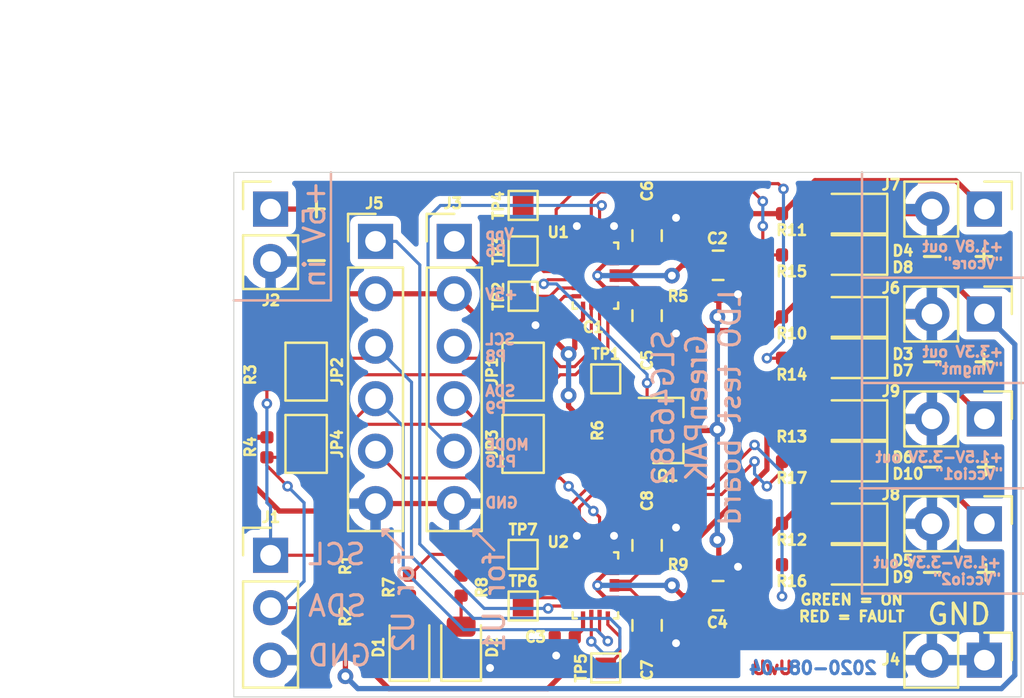
<source format=kicad_pcb>
(kicad_pcb (version 20171130) (host pcbnew 5.1.6)

  (general
    (thickness 1.6)
    (drawings 52)
    (tracks 380)
    (zones 0)
    (modules 58)
    (nets 44)
  )

  (page A4)
  (layers
    (0 F.Cu signal)
    (31 B.Cu signal)
    (32 B.Adhes user)
    (33 F.Adhes user)
    (34 B.Paste user)
    (35 F.Paste user)
    (36 B.SilkS user)
    (37 F.SilkS user)
    (38 B.Mask user)
    (39 F.Mask user)
    (40 Dwgs.User user)
    (41 Cmts.User user)
    (42 Eco1.User user)
    (43 Eco2.User user)
    (44 Edge.Cuts user)
    (45 Margin user)
    (46 B.CrtYd user)
    (47 F.CrtYd user)
    (48 B.Fab user hide)
    (49 F.Fab user hide)
  )

  (setup
    (last_trace_width 0.1524)
    (user_trace_width 0.1524)
    (user_trace_width 0.2032)
    (user_trace_width 0.254)
    (trace_clearance 0.1524)
    (zone_clearance 0.381)
    (zone_45_only no)
    (trace_min 0.1524)
    (via_size 0.508)
    (via_drill 0.254)
    (via_min_size 0.508)
    (via_min_drill 0.254)
    (uvia_size 0.3)
    (uvia_drill 0.1)
    (uvias_allowed no)
    (uvia_min_size 0.2)
    (uvia_min_drill 0.1)
    (edge_width 0)
    (segment_width 0.2)
    (pcb_text_width 0.3)
    (pcb_text_size 1.5 1.5)
    (mod_edge_width 0.12)
    (mod_text_size 1 1)
    (mod_text_width 0.15)
    (pad_size 1.524 1.524)
    (pad_drill 0.762)
    (pad_to_mask_clearance 0.0508)
    (solder_mask_min_width 0.1016)
    (aux_axis_origin 0 0)
    (visible_elements FFFFFF7F)
    (pcbplotparams
      (layerselection 0x010fc_ffffffff)
      (usegerberextensions false)
      (usegerberattributes true)
      (usegerberadvancedattributes true)
      (creategerberjobfile true)
      (excludeedgelayer true)
      (linewidth 0.100000)
      (plotframeref false)
      (viasonmask false)
      (mode 1)
      (useauxorigin false)
      (hpglpennumber 1)
      (hpglpenspeed 20)
      (hpglpendiameter 15.000000)
      (psnegative false)
      (psa4output false)
      (plotreference true)
      (plotvalue true)
      (plotinvisibletext false)
      (padsonsilk false)
      (subtractmaskfromsilk false)
      (outputformat 1)
      (mirror false)
      (drillshape 0)
      (scaleselection 1)
      (outputdirectory "gerb/"))
  )

  (net 0 "")
  (net 1 GND)
  (net 2 +5V)
  (net 3 "Net-(C2-Pad1)")
  (net 4 "Net-(C4-Pad1)")
  (net 5 /V_3.3_MGMT)
  (net 6 /V_1.8_Vcore)
  (net 7 /V_Vccio1)
  (net 8 /V_Vccio2)
  (net 9 "Net-(D1-Pad2)")
  (net 10 "Net-(D2-Pad2)")
  (net 11 "Net-(D3-Pad2)")
  (net 12 "Net-(D4-Pad2)")
  (net 13 "Net-(D5-Pad2)")
  (net 14 "Net-(D6-Pad2)")
  (net 15 "Net-(D7-Pad2)")
  (net 16 "Net-(D8-Pad2)")
  (net 17 "Net-(D9-Pad2)")
  (net 18 "Net-(D10-Pad2)")
  (net 19 /CTRL_SDA)
  (net 20 /CTRL_SCL)
  (net 21 "Net-(J3-Pad5)")
  (net 22 /SLG0_SDA)
  (net 23 /SLG0_SCL)
  (net 24 "Net-(J3-Pad1)")
  (net 25 "Net-(J5-Pad5)")
  (net 26 /SLG1_SDA)
  (net 27 /SLG1_SCL)
  (net 28 "Net-(J5-Pad1)")
  (net 29 "Net-(Q1-Pad3)")
  (net 30 /LDO_VIN_SW)
  (net 31 /AUX_LED_0)
  (net 32 /AUX_LED_1)
  (net 33 /V_3.3_MGMT_FAULT)
  (net 34 /V_1.8_Vcore_FAULT)
  (net 35 /V_Vccio1_FAULT)
  (net 36 /V_Vccio2_FAULT)
  (net 37 "Net-(TP1-Pad1)")
  (net 38 "Net-(TP2-Pad1)")
  (net 39 "Net-(TP3-Pad1)")
  (net 40 "Net-(TP4-Pad1)")
  (net 41 "Net-(TP5-Pad1)")
  (net 42 "Net-(TP6-Pad1)")
  (net 43 "Net-(TP7-Pad1)")

  (net_class Default "This is the default net class."
    (clearance 0.1524)
    (trace_width 0.1524)
    (via_dia 0.508)
    (via_drill 0.254)
    (uvia_dia 0.3)
    (uvia_drill 0.1)
    (add_net /AUX_LED_0)
    (add_net /AUX_LED_1)
    (add_net /CTRL_SCL)
    (add_net /CTRL_SDA)
    (add_net /LDO_VIN_SW)
    (add_net /SLG0_SCL)
    (add_net /SLG0_SDA)
    (add_net /SLG1_SCL)
    (add_net /SLG1_SDA)
    (add_net /V_1.8_Vcore_FAULT)
    (add_net /V_3.3_MGMT_FAULT)
    (add_net /V_Vccio1_FAULT)
    (add_net /V_Vccio2_FAULT)
    (add_net "Net-(D1-Pad2)")
    (add_net "Net-(D10-Pad2)")
    (add_net "Net-(D2-Pad2)")
    (add_net "Net-(D3-Pad2)")
    (add_net "Net-(D4-Pad2)")
    (add_net "Net-(D5-Pad2)")
    (add_net "Net-(D6-Pad2)")
    (add_net "Net-(D7-Pad2)")
    (add_net "Net-(D8-Pad2)")
    (add_net "Net-(D9-Pad2)")
    (add_net "Net-(J3-Pad1)")
    (add_net "Net-(J3-Pad5)")
    (add_net "Net-(J5-Pad1)")
    (add_net "Net-(J5-Pad5)")
    (add_net "Net-(TP1-Pad1)")
    (add_net "Net-(TP2-Pad1)")
    (add_net "Net-(TP3-Pad1)")
    (add_net "Net-(TP4-Pad1)")
    (add_net "Net-(TP5-Pad1)")
    (add_net "Net-(TP6-Pad1)")
    (add_net "Net-(TP7-Pad1)")
  )

  (net_class power ""
    (clearance 0.1524)
    (trace_width 0.254)
    (via_dia 0.762)
    (via_drill 0.381)
    (uvia_dia 0.3)
    (uvia_drill 0.1)
    (add_net +5V)
    (add_net /V_1.8_Vcore)
    (add_net /V_3.3_MGMT)
    (add_net /V_Vccio1)
    (add_net /V_Vccio2)
    (add_net GND)
    (add_net "Net-(C2-Pad1)")
    (add_net "Net-(C4-Pad1)")
    (add_net "Net-(Q1-Pad3)")
  )

  (module Capacitor_SMD:C_0402_1005Metric (layer F.Cu) (tedit 5B301BBE) (tstamp 5F2954B5)
    (at 66.015 57.5 180)
    (descr "Capacitor SMD 0402 (1005 Metric), square (rectangular) end terminal, IPC_7351 nominal, (Body size source: http://www.tortai-tech.com/upload/download/2011102023233369053.pdf), generated with kicad-footprint-generator")
    (tags capacitor)
    (path /5F33ED7D)
    (attr smd)
    (fp_text reference C1 (at -1.385 0) (layer F.SilkS)
      (effects (font (size 0.508 0.508) (thickness 0.127)))
    )
    (fp_text value 0.1uF (at -0.285 -0.8) (layer F.Fab)
      (effects (font (size 0.508 0.508) (thickness 0.127)))
    )
    (fp_line (start 0.93 0.47) (end -0.93 0.47) (layer F.CrtYd) (width 0.05))
    (fp_line (start 0.93 -0.47) (end 0.93 0.47) (layer F.CrtYd) (width 0.05))
    (fp_line (start -0.93 -0.47) (end 0.93 -0.47) (layer F.CrtYd) (width 0.05))
    (fp_line (start -0.93 0.47) (end -0.93 -0.47) (layer F.CrtYd) (width 0.05))
    (fp_line (start 0.5 0.25) (end -0.5 0.25) (layer F.Fab) (width 0.1))
    (fp_line (start 0.5 -0.25) (end 0.5 0.25) (layer F.Fab) (width 0.1))
    (fp_line (start -0.5 -0.25) (end 0.5 -0.25) (layer F.Fab) (width 0.1))
    (fp_line (start -0.5 0.25) (end -0.5 -0.25) (layer F.Fab) (width 0.1))
    (fp_text user %R (at 0 0) (layer F.Fab)
      (effects (font (size 0.254 0.254) (thickness 0.0635)))
    )
    (pad 2 smd roundrect (at 0.485 0 180) (size 0.59 0.64) (layers F.Cu F.Paste F.Mask) (roundrect_rratio 0.25)
      (net 1 GND))
    (pad 1 smd roundrect (at -0.485 0 180) (size 0.59 0.64) (layers F.Cu F.Paste F.Mask) (roundrect_rratio 0.25)
      (net 2 +5V))
    (model ${KISYS3DMOD}/Capacitor_SMD.3dshapes/C_0402_1005Metric.wrl
      (at (xyz 0 0 0))
      (scale (xyz 1 1 1))
      (rotate (xyz 0 0 0))
    )
  )

  (module gp-ldo-test-board:SLG46580 (layer F.Cu) (tedit 5F056DE8) (tstamp 5F294DAF)
    (at 67.5 55)
    (path /5F05DB2A)
    (attr smd)
    (fp_text reference U1 (at -1.8 -2.1) (layer F.SilkS)
      (effects (font (size 0.508 0.508) (thickness 0.127)))
    )
    (fp_text value SLG46582 (at -0.5 -2.3) (layer F.Fab)
      (effects (font (size 0.508 0.508) (thickness 0.127)))
    )
    (fp_line (start -1.1 1.6) (end -1.1 1.3) (layer F.SilkS) (width 0.12))
    (fp_line (start -0.9 1.6) (end -1.1 1.6) (layer F.SilkS) (width 0.12))
    (fp_line (start 1.1 1.6) (end 0.9 1.6) (layer F.SilkS) (width 0.12))
    (fp_line (start 1.1 1.3) (end 1.1 1.6) (layer F.SilkS) (width 0.12))
    (fp_line (start 1.1 -1.6) (end 1.1 -1.3) (layer F.SilkS) (width 0.12))
    (fp_line (start 0.9 -1.6) (end 1.1 -1.6) (layer F.SilkS) (width 0.12))
    (fp_line (start 1.4 1.9) (end -1.4 1.9) (layer F.CrtYd) (width 0.05))
    (fp_line (start 1.4 -1.9) (end 1.4 1.9) (layer F.CrtYd) (width 0.05))
    (fp_line (start -1.4 -1.9) (end 1.4 -1.9) (layer F.CrtYd) (width 0.05))
    (fp_line (start -1.4 1.9) (end -1.4 -1.9) (layer F.CrtYd) (width 0.05))
    (fp_line (start -1 -1) (end -1 1.5) (layer F.Fab) (width 0.1))
    (fp_line (start -0.5 -1.5) (end -1 -1) (layer F.Fab) (width 0.1))
    (fp_line (start 1 -1.5) (end -0.5 -1.5) (layer F.Fab) (width 0.1))
    (fp_line (start 1 1.5) (end 1 -1.5) (layer F.Fab) (width 0.1))
    (fp_line (start -1 1.5) (end 1 1.5) (layer F.Fab) (width 0.1))
    (fp_text user %R (at 0 0) (layer F.Fab)
      (effects (font (size 0.508 0.508) (thickness 0.127)))
    )
    (pad 20 smd rect (at -0.6 -1.455) (size 0.21 0.39) (layers F.Cu F.Paste F.Mask)
      (net 1 GND))
    (pad 19 smd rect (at -0.2 -1.3675) (size 0.21 0.565) (layers F.Cu F.Paste F.Mask)
      (net 34 /V_1.8_Vcore_FAULT))
    (pad 18 smd rect (at 0.2 -1.4175) (size 0.21 0.465) (layers F.Cu F.Paste F.Mask)
      (net 21 "Net-(J3-Pad5)"))
    (pad 17 smd rect (at 0.6 -1.455) (size 0.21 0.39) (layers F.Cu F.Paste F.Mask)
      (net 1 GND))
    (pad 16 smd rect (at 0.9175 -1) (size 0.465 0.21) (layers F.Cu F.Paste F.Mask)
      (net 6 /V_1.8_Vcore))
    (pad 15 smd rect (at 0.9175 -0.6) (size 0.465 0.21) (layers F.Cu F.Paste F.Mask)
      (net 3 "Net-(C2-Pad1)"))
    (pad 14 smd rect (at 0.9175 -0.2) (size 0.465 0.21) (layers F.Cu F.Paste F.Mask)
      (net 6 /V_1.8_Vcore))
    (pad 13 smd rect (at 0.9175 0.2) (size 0.465 0.21) (layers F.Cu F.Paste F.Mask)
      (net 5 /V_3.3_MGMT))
    (pad 12 smd rect (at 0.9175 0.6) (size 0.465 0.21) (layers F.Cu F.Paste F.Mask)
      (net 3 "Net-(C2-Pad1)"))
    (pad 11 smd rect (at 0.9175 1) (size 0.465 0.21) (layers F.Cu F.Paste F.Mask)
      (net 5 /V_3.3_MGMT))
    (pad 10 smd rect (at 0.6 1.455) (size 0.21 0.39) (layers F.Cu F.Paste F.Mask)
      (net 37 "Net-(TP1-Pad1)"))
    (pad 9 smd rect (at 0.2 1.4175) (size 0.21 0.465) (layers F.Cu F.Paste F.Mask)
      (net 22 /SLG0_SDA))
    (pad 8 smd rect (at -0.2 1.4175) (size 0.21 0.465) (layers F.Cu F.Paste F.Mask)
      (net 23 /SLG0_SCL))
    (pad 7 smd rect (at -0.6 1.455) (size 0.21 0.39) (layers F.Cu F.Paste F.Mask)
      (net 2 +5V))
    (pad 6 smd rect (at -0.9175 1) (size 0.465 0.21) (layers F.Cu F.Paste F.Mask)
      (net 24 "Net-(J3-Pad1)"))
    (pad 5 smd rect (at -0.9175 0.6) (size 0.465 0.21) (layers F.Cu F.Paste F.Mask)
      (net 38 "Net-(TP2-Pad1)"))
    (pad 4 smd rect (at -0.9175 0.2) (size 0.465 0.21) (layers F.Cu F.Paste F.Mask)
      (net 30 /LDO_VIN_SW))
    (pad 3 smd rect (at -0.9175 -0.2) (size 0.465 0.21) (layers F.Cu F.Paste F.Mask)
      (net 39 "Net-(TP3-Pad1)"))
    (pad 2 smd rect (at -0.9175 -0.6) (size 0.465 0.21) (layers F.Cu F.Paste F.Mask)
      (net 40 "Net-(TP4-Pad1)"))
    (pad 1 smd rect (at -0.9175 -1) (size 0.465 0.21) (layers F.Cu F.Paste F.Mask)
      (net 33 /V_3.3_MGMT_FAULT))
  )

  (module TestPoint:TestPoint_Pad_1.0x1.0mm (layer F.Cu) (tedit 5A0F774F) (tstamp 5F2AF3F9)
    (at 64 68.5)
    (descr "SMD rectangular pad as test Point, square 1.0mm side length")
    (tags "test point SMD pad rectangle square")
    (path /5F2C0FE1)
    (attr virtual)
    (fp_text reference TP7 (at 0 -1.2) (layer F.SilkS)
      (effects (font (size 0.508 0.508) (thickness 0.127)))
    )
    (fp_text value TestPoint (at 0 1.55) (layer F.Fab) hide
      (effects (font (size 0.508 0.508) (thickness 0.127)))
    )
    (fp_line (start 1 1) (end -1 1) (layer F.CrtYd) (width 0.05))
    (fp_line (start 1 1) (end 1 -1) (layer F.CrtYd) (width 0.05))
    (fp_line (start -1 -1) (end -1 1) (layer F.CrtYd) (width 0.05))
    (fp_line (start -1 -1) (end 1 -1) (layer F.CrtYd) (width 0.05))
    (fp_line (start -0.7 0.7) (end -0.7 -0.7) (layer F.SilkS) (width 0.12))
    (fp_line (start 0.7 0.7) (end -0.7 0.7) (layer F.SilkS) (width 0.12))
    (fp_line (start 0.7 -0.7) (end 0.7 0.7) (layer F.SilkS) (width 0.12))
    (fp_line (start -0.7 -0.7) (end 0.7 -0.7) (layer F.SilkS) (width 0.12))
    (fp_text user %R (at 0 0) (layer F.Fab)
      (effects (font (size 0.508 0.508) (thickness 0.127)))
    )
    (pad 1 smd rect (at 0 0) (size 1 1) (layers F.Cu F.Mask)
      (net 43 "Net-(TP7-Pad1)"))
  )

  (module TestPoint:TestPoint_Pad_1.0x1.0mm (layer F.Cu) (tedit 5A0F774F) (tstamp 5F2AF448)
    (at 64 71)
    (descr "SMD rectangular pad as test Point, square 1.0mm side length")
    (tags "test point SMD pad rectangle square")
    (path /5F2C0FD7)
    (attr virtual)
    (fp_text reference TP6 (at 0 -1.2) (layer F.SilkS)
      (effects (font (size 0.508 0.508) (thickness 0.127)))
    )
    (fp_text value TestPoint (at -12.2 -17.8 90) (layer F.Fab) hide
      (effects (font (size 0.508 0.508) (thickness 0.127)))
    )
    (fp_line (start 1 1) (end -1 1) (layer F.CrtYd) (width 0.05))
    (fp_line (start 1 1) (end 1 -1) (layer F.CrtYd) (width 0.05))
    (fp_line (start -1 -1) (end -1 1) (layer F.CrtYd) (width 0.05))
    (fp_line (start -1 -1) (end 1 -1) (layer F.CrtYd) (width 0.05))
    (fp_line (start -0.7 0.7) (end -0.7 -0.7) (layer F.SilkS) (width 0.12))
    (fp_line (start 0.7 0.7) (end -0.7 0.7) (layer F.SilkS) (width 0.12))
    (fp_line (start 0.7 -0.7) (end 0.7 0.7) (layer F.SilkS) (width 0.12))
    (fp_line (start -0.7 -0.7) (end 0.7 -0.7) (layer F.SilkS) (width 0.12))
    (fp_text user %R (at 0 0.1) (layer F.Fab)
      (effects (font (size 0.508 0.508) (thickness 0.127)))
    )
    (pad 1 smd rect (at 0 0) (size 1 1) (layers F.Cu F.Mask)
      (net 42 "Net-(TP6-Pad1)"))
  )

  (module TestPoint:TestPoint_Pad_1.0x1.0mm (layer F.Cu) (tedit 5A0F774F) (tstamp 5F2AF48A)
    (at 68 74)
    (descr "SMD rectangular pad as test Point, square 1.0mm side length")
    (tags "test point SMD pad rectangle square")
    (path /5F2C0FEB)
    (attr virtual)
    (fp_text reference TP5 (at -1.2 0 90) (layer F.SilkS)
      (effects (font (size 0.508 0.508) (thickness 0.127)))
    )
    (fp_text value TestPoint (at 0 1.55) (layer F.Fab) hide
      (effects (font (size 0.508 0.508) (thickness 0.127)))
    )
    (fp_line (start 1 1) (end -1 1) (layer F.CrtYd) (width 0.05))
    (fp_line (start 1 1) (end 1 -1) (layer F.CrtYd) (width 0.05))
    (fp_line (start -1 -1) (end -1 1) (layer F.CrtYd) (width 0.05))
    (fp_line (start -1 -1) (end 1 -1) (layer F.CrtYd) (width 0.05))
    (fp_line (start -0.7 0.7) (end -0.7 -0.7) (layer F.SilkS) (width 0.12))
    (fp_line (start 0.7 0.7) (end -0.7 0.7) (layer F.SilkS) (width 0.12))
    (fp_line (start 0.7 -0.7) (end 0.7 0.7) (layer F.SilkS) (width 0.12))
    (fp_line (start -0.7 -0.7) (end 0.7 -0.7) (layer F.SilkS) (width 0.12))
    (fp_text user %R (at 0 0.1) (layer F.Fab)
      (effects (font (size 0.508 0.508) (thickness 0.127)))
    )
    (pad 1 smd rect (at 0 0) (size 1 1) (layers F.Cu F.Mask)
      (net 41 "Net-(TP5-Pad1)"))
  )

  (module TestPoint:TestPoint_Pad_1.0x1.0mm (layer F.Cu) (tedit 5A0F774F) (tstamp 5F29216F)
    (at 64 51.6)
    (descr "SMD rectangular pad as test Point, square 1.0mm side length")
    (tags "test point SMD pad rectangle square")
    (path /5F293FBE)
    (attr virtual)
    (fp_text reference TP4 (at -1.2 0 90) (layer F.SilkS)
      (effects (font (size 0.508 0.508) (thickness 0.127)))
    )
    (fp_text value TestPoint (at 0 1.55) (layer F.Fab) hide
      (effects (font (size 0.508 0.508) (thickness 0.127)))
    )
    (fp_line (start 1 1) (end -1 1) (layer F.CrtYd) (width 0.05))
    (fp_line (start 1 1) (end 1 -1) (layer F.CrtYd) (width 0.05))
    (fp_line (start -1 -1) (end -1 1) (layer F.CrtYd) (width 0.05))
    (fp_line (start -1 -1) (end 1 -1) (layer F.CrtYd) (width 0.05))
    (fp_line (start -0.7 0.7) (end -0.7 -0.7) (layer F.SilkS) (width 0.12))
    (fp_line (start 0.7 0.7) (end -0.7 0.7) (layer F.SilkS) (width 0.12))
    (fp_line (start 0.7 -0.7) (end 0.7 0.7) (layer F.SilkS) (width 0.12))
    (fp_line (start -0.7 -0.7) (end 0.7 -0.7) (layer F.SilkS) (width 0.12))
    (fp_text user %R (at 0 0) (layer F.Fab)
      (effects (font (size 0.508 0.508) (thickness 0.127)))
    )
    (pad 1 smd rect (at 0 0) (size 1 1) (layers F.Cu F.Mask)
      (net 40 "Net-(TP4-Pad1)"))
  )

  (module TestPoint:TestPoint_Pad_1.0x1.0mm (layer F.Cu) (tedit 5A0F774F) (tstamp 5F292161)
    (at 64 53.8)
    (descr "SMD rectangular pad as test Point, square 1.0mm side length")
    (tags "test point SMD pad rectangle square")
    (path /5F28AB74)
    (attr virtual)
    (fp_text reference TP3 (at -1.2 0 90) (layer F.SilkS)
      (effects (font (size 0.508 0.508) (thickness 0.127)))
    )
    (fp_text value TestPoint (at 0 1.55) (layer F.Fab) hide
      (effects (font (size 0.508 0.508) (thickness 0.127)))
    )
    (fp_line (start 1 1) (end -1 1) (layer F.CrtYd) (width 0.05))
    (fp_line (start 1 1) (end 1 -1) (layer F.CrtYd) (width 0.05))
    (fp_line (start -1 -1) (end -1 1) (layer F.CrtYd) (width 0.05))
    (fp_line (start -1 -1) (end 1 -1) (layer F.CrtYd) (width 0.05))
    (fp_line (start -0.7 0.7) (end -0.7 -0.7) (layer F.SilkS) (width 0.12))
    (fp_line (start 0.7 0.7) (end -0.7 0.7) (layer F.SilkS) (width 0.12))
    (fp_line (start 0.7 -0.7) (end 0.7 0.7) (layer F.SilkS) (width 0.12))
    (fp_line (start -0.7 -0.7) (end 0.7 -0.7) (layer F.SilkS) (width 0.12))
    (fp_text user %R (at 0 0) (layer F.Fab)
      (effects (font (size 0.508 0.508) (thickness 0.127)))
    )
    (pad 1 smd rect (at 0 0) (size 1 1) (layers F.Cu F.Mask)
      (net 39 "Net-(TP3-Pad1)"))
  )

  (module TestPoint:TestPoint_Pad_1.0x1.0mm (layer F.Cu) (tedit 5A0F774F) (tstamp 5F292153)
    (at 64 56)
    (descr "SMD rectangular pad as test Point, square 1.0mm side length")
    (tags "test point SMD pad rectangle square")
    (path /5F288D05)
    (attr virtual)
    (fp_text reference TP2 (at -1.2 0 90) (layer F.SilkS)
      (effects (font (size 0.508 0.508) (thickness 0.127)))
    )
    (fp_text value TestPoint (at 0 1.55) (layer F.Fab) hide
      (effects (font (size 0.508 0.508) (thickness 0.127)))
    )
    (fp_line (start 1 1) (end -1 1) (layer F.CrtYd) (width 0.05))
    (fp_line (start 1 1) (end 1 -1) (layer F.CrtYd) (width 0.05))
    (fp_line (start -1 -1) (end -1 1) (layer F.CrtYd) (width 0.05))
    (fp_line (start -1 -1) (end 1 -1) (layer F.CrtYd) (width 0.05))
    (fp_line (start -0.7 0.7) (end -0.7 -0.7) (layer F.SilkS) (width 0.12))
    (fp_line (start 0.7 0.7) (end -0.7 0.7) (layer F.SilkS) (width 0.12))
    (fp_line (start 0.7 -0.7) (end 0.7 0.7) (layer F.SilkS) (width 0.12))
    (fp_line (start -0.7 -0.7) (end 0.7 -0.7) (layer F.SilkS) (width 0.12))
    (fp_text user %R (at 0 0) (layer F.Fab)
      (effects (font (size 0.508 0.508) (thickness 0.127)))
    )
    (pad 1 smd rect (at 0 0) (size 1 1) (layers F.Cu F.Mask)
      (net 38 "Net-(TP2-Pad1)"))
  )

  (module TestPoint:TestPoint_Pad_1.0x1.0mm (layer F.Cu) (tedit 5A0F774F) (tstamp 5F295F05)
    (at 68 60)
    (descr "SMD rectangular pad as test Point, square 1.0mm side length")
    (tags "test point SMD pad rectangle square")
    (path /5F2B1DCE)
    (attr virtual)
    (fp_text reference TP1 (at 0 -1.2) (layer F.SilkS)
      (effects (font (size 0.508 0.508) (thickness 0.127)))
    )
    (fp_text value TestPoint (at 0 1.55) (layer F.Fab) hide
      (effects (font (size 0.508 0.508) (thickness 0.127)))
    )
    (fp_line (start 1 1) (end -1 1) (layer F.CrtYd) (width 0.05))
    (fp_line (start 1 1) (end 1 -1) (layer F.CrtYd) (width 0.05))
    (fp_line (start -1 -1) (end -1 1) (layer F.CrtYd) (width 0.05))
    (fp_line (start -1 -1) (end 1 -1) (layer F.CrtYd) (width 0.05))
    (fp_line (start -0.7 0.7) (end -0.7 -0.7) (layer F.SilkS) (width 0.12))
    (fp_line (start 0.7 0.7) (end -0.7 0.7) (layer F.SilkS) (width 0.12))
    (fp_line (start 0.7 -0.7) (end 0.7 0.7) (layer F.SilkS) (width 0.12))
    (fp_line (start -0.7 -0.7) (end 0.7 -0.7) (layer F.SilkS) (width 0.12))
    (fp_text user %R (at 0 0) (layer F.Fab)
      (effects (font (size 0.508 0.508) (thickness 0.127)))
    )
    (pad 1 smd rect (at 0 0) (size 1 1) (layers F.Cu F.Mask)
      (net 37 "Net-(TP1-Pad1)"))
  )

  (module gp-ldo-test-board:SLG46580 (layer F.Cu) (tedit 5F056DE8) (tstamp 5F294AFE)
    (at 67.5 70)
    (path /5F05E38A)
    (attr smd)
    (fp_text reference U2 (at -1.8 -2.1) (layer F.SilkS)
      (effects (font (size 0.508 0.508) (thickness 0.127)))
    )
    (fp_text value SLG46582 (at -0.5 -2.3) (layer F.Fab)
      (effects (font (size 0.508 0.508) (thickness 0.127)))
    )
    (fp_line (start -1.1 1.6) (end -1.1 1.3) (layer F.SilkS) (width 0.12))
    (fp_line (start -0.9 1.6) (end -1.1 1.6) (layer F.SilkS) (width 0.12))
    (fp_line (start 1.1 1.6) (end 0.9 1.6) (layer F.SilkS) (width 0.12))
    (fp_line (start 1.1 1.3) (end 1.1 1.6) (layer F.SilkS) (width 0.12))
    (fp_line (start 1.1 -1.6) (end 1.1 -1.3) (layer F.SilkS) (width 0.12))
    (fp_line (start 0.9 -1.6) (end 1.1 -1.6) (layer F.SilkS) (width 0.12))
    (fp_line (start 1.4 1.9) (end -1.4 1.9) (layer F.CrtYd) (width 0.05))
    (fp_line (start 1.4 -1.9) (end 1.4 1.9) (layer F.CrtYd) (width 0.05))
    (fp_line (start -1.4 -1.9) (end 1.4 -1.9) (layer F.CrtYd) (width 0.05))
    (fp_line (start -1.4 1.9) (end -1.4 -1.9) (layer F.CrtYd) (width 0.05))
    (fp_line (start -1 -1) (end -1 1.5) (layer F.Fab) (width 0.1))
    (fp_line (start -0.5 -1.5) (end -1 -1) (layer F.Fab) (width 0.1))
    (fp_line (start 1 -1.5) (end -0.5 -1.5) (layer F.Fab) (width 0.1))
    (fp_line (start 1 1.5) (end 1 -1.5) (layer F.Fab) (width 0.1))
    (fp_line (start -1 1.5) (end 1 1.5) (layer F.Fab) (width 0.1))
    (fp_text user %R (at 0 0) (layer F.Fab)
      (effects (font (size 0.508 0.508) (thickness 0.127)))
    )
    (pad 20 smd rect (at -0.6 -1.455) (size 0.21 0.39) (layers F.Cu F.Paste F.Mask)
      (net 1 GND))
    (pad 19 smd rect (at -0.2 -1.3675) (size 0.21 0.565) (layers F.Cu F.Paste F.Mask)
      (net 36 /V_Vccio2_FAULT))
    (pad 18 smd rect (at 0.2 -1.4175) (size 0.21 0.465) (layers F.Cu F.Paste F.Mask)
      (net 25 "Net-(J5-Pad5)"))
    (pad 17 smd rect (at 0.6 -1.455) (size 0.21 0.39) (layers F.Cu F.Paste F.Mask)
      (net 1 GND))
    (pad 16 smd rect (at 0.9175 -1) (size 0.465 0.21) (layers F.Cu F.Paste F.Mask)
      (net 8 /V_Vccio2))
    (pad 15 smd rect (at 0.9175 -0.6) (size 0.465 0.21) (layers F.Cu F.Paste F.Mask)
      (net 4 "Net-(C4-Pad1)"))
    (pad 14 smd rect (at 0.9175 -0.2) (size 0.465 0.21) (layers F.Cu F.Paste F.Mask)
      (net 8 /V_Vccio2))
    (pad 13 smd rect (at 0.9175 0.2) (size 0.465 0.21) (layers F.Cu F.Paste F.Mask)
      (net 7 /V_Vccio1))
    (pad 12 smd rect (at 0.9175 0.6) (size 0.465 0.21) (layers F.Cu F.Paste F.Mask)
      (net 4 "Net-(C4-Pad1)"))
    (pad 11 smd rect (at 0.9175 1) (size 0.465 0.21) (layers F.Cu F.Paste F.Mask)
      (net 7 /V_Vccio1))
    (pad 10 smd rect (at 0.6 1.455) (size 0.21 0.39) (layers F.Cu F.Paste F.Mask)
      (net 41 "Net-(TP5-Pad1)"))
    (pad 9 smd rect (at 0.2 1.4175) (size 0.21 0.465) (layers F.Cu F.Paste F.Mask)
      (net 26 /SLG1_SDA))
    (pad 8 smd rect (at -0.2 1.4175) (size 0.21 0.465) (layers F.Cu F.Paste F.Mask)
      (net 27 /SLG1_SCL))
    (pad 7 smd rect (at -0.6 1.455) (size 0.21 0.39) (layers F.Cu F.Paste F.Mask)
      (net 2 +5V))
    (pad 6 smd rect (at -0.9175 1) (size 0.465 0.21) (layers F.Cu F.Paste F.Mask)
      (net 28 "Net-(J5-Pad1)"))
    (pad 5 smd rect (at -0.9175 0.6) (size 0.465 0.21) (layers F.Cu F.Paste F.Mask)
      (net 42 "Net-(TP6-Pad1)"))
    (pad 4 smd rect (at -0.9175 0.2) (size 0.465 0.21) (layers F.Cu F.Paste F.Mask)
      (net 32 /AUX_LED_1))
    (pad 3 smd rect (at -0.9175 -0.2) (size 0.465 0.21) (layers F.Cu F.Paste F.Mask)
      (net 31 /AUX_LED_0))
    (pad 2 smd rect (at -0.9175 -0.6) (size 0.465 0.21) (layers F.Cu F.Paste F.Mask)
      (net 43 "Net-(TP7-Pad1)"))
    (pad 1 smd rect (at -0.9175 -1) (size 0.465 0.21) (layers F.Cu F.Paste F.Mask)
      (net 35 /V_Vccio1_FAULT))
  )

  (module Resistor_SMD:R_0402_1005Metric (layer F.Cu) (tedit 5B301BBD) (tstamp 5F292137)
    (at 77.015 64 180)
    (descr "Resistor SMD 0402 (1005 Metric), square (rectangular) end terminal, IPC_7351 nominal, (Body size source: http://www.tortai-tech.com/upload/download/2011102023233369053.pdf), generated with kicad-footprint-generator")
    (tags resistor)
    (path /5F20B155)
    (attr smd)
    (fp_text reference R17 (at 0.015 -0.8) (layer F.SilkS)
      (effects (font (size 0.508 0.508) (thickness 0.127)))
    )
    (fp_text value 1k (at 0 1.17) (layer F.Fab)
      (effects (font (size 0.508 0.508) (thickness 0.127)))
    )
    (fp_line (start 0.93 0.47) (end -0.93 0.47) (layer F.CrtYd) (width 0.05))
    (fp_line (start 0.93 -0.47) (end 0.93 0.47) (layer F.CrtYd) (width 0.05))
    (fp_line (start -0.93 -0.47) (end 0.93 -0.47) (layer F.CrtYd) (width 0.05))
    (fp_line (start -0.93 0.47) (end -0.93 -0.47) (layer F.CrtYd) (width 0.05))
    (fp_line (start 0.5 0.25) (end -0.5 0.25) (layer F.Fab) (width 0.1))
    (fp_line (start 0.5 -0.25) (end 0.5 0.25) (layer F.Fab) (width 0.1))
    (fp_line (start -0.5 -0.25) (end 0.5 -0.25) (layer F.Fab) (width 0.1))
    (fp_line (start -0.5 0.25) (end -0.5 -0.25) (layer F.Fab) (width 0.1))
    (fp_text user %R (at 0 0) (layer F.Fab)
      (effects (font (size 0.254 0.254) (thickness 0.0635)))
    )
    (pad 2 smd roundrect (at 0.485 0 180) (size 0.59 0.64) (layers F.Cu F.Paste F.Mask) (roundrect_rratio 0.25)
      (net 36 /V_Vccio2_FAULT))
    (pad 1 smd roundrect (at -0.485 0 180) (size 0.59 0.64) (layers F.Cu F.Paste F.Mask) (roundrect_rratio 0.25)
      (net 18 "Net-(D10-Pad2)"))
    (model ${KISYS3DMOD}/Resistor_SMD.3dshapes/R_0402_1005Metric.wrl
      (at (xyz 0 0 0))
      (scale (xyz 1 1 1))
      (rotate (xyz 0 0 0))
    )
  )

  (module Resistor_SMD:R_0402_1005Metric (layer F.Cu) (tedit 5B301BBD) (tstamp 5F29A41F)
    (at 77.015 69 180)
    (descr "Resistor SMD 0402 (1005 Metric), square (rectangular) end terminal, IPC_7351 nominal, (Body size source: http://www.tortai-tech.com/upload/download/2011102023233369053.pdf), generated with kicad-footprint-generator")
    (tags resistor)
    (path /5F20B134)
    (attr smd)
    (fp_text reference R16 (at 0.015 -0.8) (layer F.SilkS)
      (effects (font (size 0.508 0.508) (thickness 0.127)))
    )
    (fp_text value 1k (at 0 1.17) (layer F.Fab)
      (effects (font (size 0.508 0.508) (thickness 0.127)))
    )
    (fp_line (start 0.93 0.47) (end -0.93 0.47) (layer F.CrtYd) (width 0.05))
    (fp_line (start 0.93 -0.47) (end 0.93 0.47) (layer F.CrtYd) (width 0.05))
    (fp_line (start -0.93 -0.47) (end 0.93 -0.47) (layer F.CrtYd) (width 0.05))
    (fp_line (start -0.93 0.47) (end -0.93 -0.47) (layer F.CrtYd) (width 0.05))
    (fp_line (start 0.5 0.25) (end -0.5 0.25) (layer F.Fab) (width 0.1))
    (fp_line (start 0.5 -0.25) (end 0.5 0.25) (layer F.Fab) (width 0.1))
    (fp_line (start -0.5 -0.25) (end 0.5 -0.25) (layer F.Fab) (width 0.1))
    (fp_line (start -0.5 0.25) (end -0.5 -0.25) (layer F.Fab) (width 0.1))
    (fp_text user %R (at 0 0) (layer F.Fab)
      (effects (font (size 0.254 0.254) (thickness 0.0635)))
    )
    (pad 2 smd roundrect (at 0.485 0 180) (size 0.59 0.64) (layers F.Cu F.Paste F.Mask) (roundrect_rratio 0.25)
      (net 35 /V_Vccio1_FAULT))
    (pad 1 smd roundrect (at -0.485 0 180) (size 0.59 0.64) (layers F.Cu F.Paste F.Mask) (roundrect_rratio 0.25)
      (net 17 "Net-(D9-Pad2)"))
    (model ${KISYS3DMOD}/Resistor_SMD.3dshapes/R_0402_1005Metric.wrl
      (at (xyz 0 0 0))
      (scale (xyz 1 1 1))
      (rotate (xyz 0 0 0))
    )
  )

  (module Resistor_SMD:R_0402_1005Metric (layer F.Cu) (tedit 5B301BBD) (tstamp 5F2AF509)
    (at 77.015 54 180)
    (descr "Resistor SMD 0402 (1005 Metric), square (rectangular) end terminal, IPC_7351 nominal, (Body size source: http://www.tortai-tech.com/upload/download/2011102023233369053.pdf), generated with kicad-footprint-generator")
    (tags resistor)
    (path /5F20B113)
    (attr smd)
    (fp_text reference R15 (at 0.015 -0.8) (layer F.SilkS)
      (effects (font (size 0.508 0.508) (thickness 0.127)))
    )
    (fp_text value 1k (at 0 1.17) (layer F.Fab)
      (effects (font (size 0.508 0.508) (thickness 0.127)))
    )
    (fp_line (start 0.93 0.47) (end -0.93 0.47) (layer F.CrtYd) (width 0.05))
    (fp_line (start 0.93 -0.47) (end 0.93 0.47) (layer F.CrtYd) (width 0.05))
    (fp_line (start -0.93 -0.47) (end 0.93 -0.47) (layer F.CrtYd) (width 0.05))
    (fp_line (start -0.93 0.47) (end -0.93 -0.47) (layer F.CrtYd) (width 0.05))
    (fp_line (start 0.5 0.25) (end -0.5 0.25) (layer F.Fab) (width 0.1))
    (fp_line (start 0.5 -0.25) (end 0.5 0.25) (layer F.Fab) (width 0.1))
    (fp_line (start -0.5 -0.25) (end 0.5 -0.25) (layer F.Fab) (width 0.1))
    (fp_line (start -0.5 0.25) (end -0.5 -0.25) (layer F.Fab) (width 0.1))
    (fp_text user %R (at 0 0) (layer F.Fab)
      (effects (font (size 0.254 0.254) (thickness 0.0635)))
    )
    (pad 2 smd roundrect (at 0.485 0 180) (size 0.59 0.64) (layers F.Cu F.Paste F.Mask) (roundrect_rratio 0.25)
      (net 34 /V_1.8_Vcore_FAULT))
    (pad 1 smd roundrect (at -0.485 0 180) (size 0.59 0.64) (layers F.Cu F.Paste F.Mask) (roundrect_rratio 0.25)
      (net 16 "Net-(D8-Pad2)"))
    (model ${KISYS3DMOD}/Resistor_SMD.3dshapes/R_0402_1005Metric.wrl
      (at (xyz 0 0 0))
      (scale (xyz 1 1 1))
      (rotate (xyz 0 0 0))
    )
  )

  (module Resistor_SMD:R_0402_1005Metric (layer F.Cu) (tedit 5B301BBD) (tstamp 5F299C6C)
    (at 77.015 59 180)
    (descr "Resistor SMD 0402 (1005 Metric), square (rectangular) end terminal, IPC_7351 nominal, (Body size source: http://www.tortai-tech.com/upload/download/2011102023233369053.pdf), generated with kicad-footprint-generator")
    (tags resistor)
    (path /5F20B0F2)
    (attr smd)
    (fp_text reference R14 (at 0.015 -0.8) (layer F.SilkS)
      (effects (font (size 0.508 0.508) (thickness 0.127)))
    )
    (fp_text value 1k (at 0 1.17) (layer F.Fab)
      (effects (font (size 0.508 0.508) (thickness 0.127)))
    )
    (fp_line (start 0.93 0.47) (end -0.93 0.47) (layer F.CrtYd) (width 0.05))
    (fp_line (start 0.93 -0.47) (end 0.93 0.47) (layer F.CrtYd) (width 0.05))
    (fp_line (start -0.93 -0.47) (end 0.93 -0.47) (layer F.CrtYd) (width 0.05))
    (fp_line (start -0.93 0.47) (end -0.93 -0.47) (layer F.CrtYd) (width 0.05))
    (fp_line (start 0.5 0.25) (end -0.5 0.25) (layer F.Fab) (width 0.1))
    (fp_line (start 0.5 -0.25) (end 0.5 0.25) (layer F.Fab) (width 0.1))
    (fp_line (start -0.5 -0.25) (end 0.5 -0.25) (layer F.Fab) (width 0.1))
    (fp_line (start -0.5 0.25) (end -0.5 -0.25) (layer F.Fab) (width 0.1))
    (fp_text user %R (at 0 0) (layer F.Fab)
      (effects (font (size 0.254 0.254) (thickness 0.0635)))
    )
    (pad 2 smd roundrect (at 0.485 0 180) (size 0.59 0.64) (layers F.Cu F.Paste F.Mask) (roundrect_rratio 0.25)
      (net 33 /V_3.3_MGMT_FAULT))
    (pad 1 smd roundrect (at -0.485 0 180) (size 0.59 0.64) (layers F.Cu F.Paste F.Mask) (roundrect_rratio 0.25)
      (net 15 "Net-(D7-Pad2)"))
    (model ${KISYS3DMOD}/Resistor_SMD.3dshapes/R_0402_1005Metric.wrl
      (at (xyz 0 0 0))
      (scale (xyz 1 1 1))
      (rotate (xyz 0 0 0))
    )
  )

  (module Resistor_SMD:R_0402_1005Metric (layer F.Cu) (tedit 5B301BBD) (tstamp 5F294F08)
    (at 77.015 62 180)
    (descr "Resistor SMD 0402 (1005 Metric), square (rectangular) end terminal, IPC_7351 nominal, (Body size source: http://www.tortai-tech.com/upload/download/2011102023233369053.pdf), generated with kicad-footprint-generator")
    (tags resistor)
    (path /5F1D75BA)
    (attr smd)
    (fp_text reference R13 (at 0.015 -0.8) (layer F.SilkS)
      (effects (font (size 0.508 0.508) (thickness 0.127)))
    )
    (fp_text value 1k (at 0 1.17) (layer F.Fab)
      (effects (font (size 0.508 0.508) (thickness 0.127)))
    )
    (fp_line (start 0.93 0.47) (end -0.93 0.47) (layer F.CrtYd) (width 0.05))
    (fp_line (start 0.93 -0.47) (end 0.93 0.47) (layer F.CrtYd) (width 0.05))
    (fp_line (start -0.93 -0.47) (end 0.93 -0.47) (layer F.CrtYd) (width 0.05))
    (fp_line (start -0.93 0.47) (end -0.93 -0.47) (layer F.CrtYd) (width 0.05))
    (fp_line (start 0.5 0.25) (end -0.5 0.25) (layer F.Fab) (width 0.1))
    (fp_line (start 0.5 -0.25) (end 0.5 0.25) (layer F.Fab) (width 0.1))
    (fp_line (start -0.5 -0.25) (end 0.5 -0.25) (layer F.Fab) (width 0.1))
    (fp_line (start -0.5 0.25) (end -0.5 -0.25) (layer F.Fab) (width 0.1))
    (fp_text user %R (at 0 0) (layer F.Fab)
      (effects (font (size 0.254 0.254) (thickness 0.0635)))
    )
    (pad 2 smd roundrect (at 0.485 0 180) (size 0.59 0.64) (layers F.Cu F.Paste F.Mask) (roundrect_rratio 0.25)
      (net 8 /V_Vccio2))
    (pad 1 smd roundrect (at -0.485 0 180) (size 0.59 0.64) (layers F.Cu F.Paste F.Mask) (roundrect_rratio 0.25)
      (net 14 "Net-(D6-Pad2)"))
    (model ${KISYS3DMOD}/Resistor_SMD.3dshapes/R_0402_1005Metric.wrl
      (at (xyz 0 0 0))
      (scale (xyz 1 1 1))
      (rotate (xyz 0 0 0))
    )
  )

  (module Resistor_SMD:R_0402_1005Metric (layer F.Cu) (tedit 5B301BBD) (tstamp 5F29A3F5)
    (at 77.015 67 180)
    (descr "Resistor SMD 0402 (1005 Metric), square (rectangular) end terminal, IPC_7351 nominal, (Body size source: http://www.tortai-tech.com/upload/download/2011102023233369053.pdf), generated with kicad-footprint-generator")
    (tags resistor)
    (path /5F1D7599)
    (attr smd)
    (fp_text reference R12 (at 0.015 -0.8) (layer F.SilkS)
      (effects (font (size 0.508 0.508) (thickness 0.127)))
    )
    (fp_text value 1k (at 0 1.17) (layer F.Fab)
      (effects (font (size 0.508 0.508) (thickness 0.127)))
    )
    (fp_line (start 0.93 0.47) (end -0.93 0.47) (layer F.CrtYd) (width 0.05))
    (fp_line (start 0.93 -0.47) (end 0.93 0.47) (layer F.CrtYd) (width 0.05))
    (fp_line (start -0.93 -0.47) (end 0.93 -0.47) (layer F.CrtYd) (width 0.05))
    (fp_line (start -0.93 0.47) (end -0.93 -0.47) (layer F.CrtYd) (width 0.05))
    (fp_line (start 0.5 0.25) (end -0.5 0.25) (layer F.Fab) (width 0.1))
    (fp_line (start 0.5 -0.25) (end 0.5 0.25) (layer F.Fab) (width 0.1))
    (fp_line (start -0.5 -0.25) (end 0.5 -0.25) (layer F.Fab) (width 0.1))
    (fp_line (start -0.5 0.25) (end -0.5 -0.25) (layer F.Fab) (width 0.1))
    (fp_text user %R (at 0 0) (layer F.Fab)
      (effects (font (size 0.254 0.254) (thickness 0.0635)))
    )
    (pad 2 smd roundrect (at 0.485 0 180) (size 0.59 0.64) (layers F.Cu F.Paste F.Mask) (roundrect_rratio 0.25)
      (net 7 /V_Vccio1))
    (pad 1 smd roundrect (at -0.485 0 180) (size 0.59 0.64) (layers F.Cu F.Paste F.Mask) (roundrect_rratio 0.25)
      (net 13 "Net-(D5-Pad2)"))
    (model ${KISYS3DMOD}/Resistor_SMD.3dshapes/R_0402_1005Metric.wrl
      (at (xyz 0 0 0))
      (scale (xyz 1 1 1))
      (rotate (xyz 0 0 0))
    )
  )

  (module Resistor_SMD:R_0402_1005Metric (layer F.Cu) (tedit 5B301BBD) (tstamp 5F299CF2)
    (at 77.015 52 180)
    (descr "Resistor SMD 0402 (1005 Metric), square (rectangular) end terminal, IPC_7351 nominal, (Body size source: http://www.tortai-tech.com/upload/download/2011102023233369053.pdf), generated with kicad-footprint-generator")
    (tags resistor)
    (path /5F1CE299)
    (attr smd)
    (fp_text reference R11 (at 0.015 -0.8) (layer F.SilkS)
      (effects (font (size 0.508 0.508) (thickness 0.127)))
    )
    (fp_text value 1k (at 0 1.17) (layer F.Fab)
      (effects (font (size 0.508 0.508) (thickness 0.127)))
    )
    (fp_line (start 0.93 0.47) (end -0.93 0.47) (layer F.CrtYd) (width 0.05))
    (fp_line (start 0.93 -0.47) (end 0.93 0.47) (layer F.CrtYd) (width 0.05))
    (fp_line (start -0.93 -0.47) (end 0.93 -0.47) (layer F.CrtYd) (width 0.05))
    (fp_line (start -0.93 0.47) (end -0.93 -0.47) (layer F.CrtYd) (width 0.05))
    (fp_line (start 0.5 0.25) (end -0.5 0.25) (layer F.Fab) (width 0.1))
    (fp_line (start 0.5 -0.25) (end 0.5 0.25) (layer F.Fab) (width 0.1))
    (fp_line (start -0.5 -0.25) (end 0.5 -0.25) (layer F.Fab) (width 0.1))
    (fp_line (start -0.5 0.25) (end -0.5 -0.25) (layer F.Fab) (width 0.1))
    (fp_text user %R (at 0 0) (layer F.Fab)
      (effects (font (size 0.254 0.254) (thickness 0.0635)))
    )
    (pad 2 smd roundrect (at 0.485 0 180) (size 0.59 0.64) (layers F.Cu F.Paste F.Mask) (roundrect_rratio 0.25)
      (net 6 /V_1.8_Vcore))
    (pad 1 smd roundrect (at -0.485 0 180) (size 0.59 0.64) (layers F.Cu F.Paste F.Mask) (roundrect_rratio 0.25)
      (net 12 "Net-(D4-Pad2)"))
    (model ${KISYS3DMOD}/Resistor_SMD.3dshapes/R_0402_1005Metric.wrl
      (at (xyz 0 0 0))
      (scale (xyz 1 1 1))
      (rotate (xyz 0 0 0))
    )
  )

  (module Resistor_SMD:R_0402_1005Metric (layer F.Cu) (tedit 5B301BBD) (tstamp 5F299C42)
    (at 77.015 57 180)
    (descr "Resistor SMD 0402 (1005 Metric), square (rectangular) end terminal, IPC_7351 nominal, (Body size source: http://www.tortai-tech.com/upload/download/2011102023233369053.pdf), generated with kicad-footprint-generator")
    (tags resistor)
    (path /5F1BBD14)
    (attr smd)
    (fp_text reference R10 (at 0.015 -0.8) (layer F.SilkS)
      (effects (font (size 0.508 0.508) (thickness 0.127)))
    )
    (fp_text value 1k (at 0 1.17) (layer F.Fab)
      (effects (font (size 0.508 0.508) (thickness 0.127)))
    )
    (fp_line (start 0.93 0.47) (end -0.93 0.47) (layer F.CrtYd) (width 0.05))
    (fp_line (start 0.93 -0.47) (end 0.93 0.47) (layer F.CrtYd) (width 0.05))
    (fp_line (start -0.93 -0.47) (end 0.93 -0.47) (layer F.CrtYd) (width 0.05))
    (fp_line (start -0.93 0.47) (end -0.93 -0.47) (layer F.CrtYd) (width 0.05))
    (fp_line (start 0.5 0.25) (end -0.5 0.25) (layer F.Fab) (width 0.1))
    (fp_line (start 0.5 -0.25) (end 0.5 0.25) (layer F.Fab) (width 0.1))
    (fp_line (start -0.5 -0.25) (end 0.5 -0.25) (layer F.Fab) (width 0.1))
    (fp_line (start -0.5 0.25) (end -0.5 -0.25) (layer F.Fab) (width 0.1))
    (fp_text user %R (at 0 0) (layer F.Fab)
      (effects (font (size 0.254 0.254) (thickness 0.0635)))
    )
    (pad 2 smd roundrect (at 0.485 0 180) (size 0.59 0.64) (layers F.Cu F.Paste F.Mask) (roundrect_rratio 0.25)
      (net 5 /V_3.3_MGMT))
    (pad 1 smd roundrect (at -0.485 0 180) (size 0.59 0.64) (layers F.Cu F.Paste F.Mask) (roundrect_rratio 0.25)
      (net 11 "Net-(D3-Pad2)"))
    (model ${KISYS3DMOD}/Resistor_SMD.3dshapes/R_0402_1005Metric.wrl
      (at (xyz 0 0 0))
      (scale (xyz 1 1 1))
      (rotate (xyz 0 0 0))
    )
  )

  (module Resistor_SMD:R_0402_1005Metric (layer F.Cu) (tedit 5B301BBD) (tstamp 5F298890)
    (at 72.985 69 180)
    (descr "Resistor SMD 0402 (1005 Metric), square (rectangular) end terminal, IPC_7351 nominal, (Body size source: http://www.tortai-tech.com/upload/download/2011102023233369053.pdf), generated with kicad-footprint-generator")
    (tags resistor)
    (path /5F3C26A2)
    (attr smd)
    (fp_text reference R9 (at 1.485 0) (layer F.SilkS)
      (effects (font (size 0.508 0.508) (thickness 0.127)))
    )
    (fp_text value 2.2 (at -0.015 0.9) (layer F.Fab)
      (effects (font (size 0.508 0.508) (thickness 0.127)))
    )
    (fp_line (start 0.93 0.47) (end -0.93 0.47) (layer F.CrtYd) (width 0.05))
    (fp_line (start 0.93 -0.47) (end 0.93 0.47) (layer F.CrtYd) (width 0.05))
    (fp_line (start -0.93 -0.47) (end 0.93 -0.47) (layer F.CrtYd) (width 0.05))
    (fp_line (start -0.93 0.47) (end -0.93 -0.47) (layer F.CrtYd) (width 0.05))
    (fp_line (start 0.5 0.25) (end -0.5 0.25) (layer F.Fab) (width 0.1))
    (fp_line (start 0.5 -0.25) (end 0.5 0.25) (layer F.Fab) (width 0.1))
    (fp_line (start -0.5 -0.25) (end 0.5 -0.25) (layer F.Fab) (width 0.1))
    (fp_line (start -0.5 0.25) (end -0.5 -0.25) (layer F.Fab) (width 0.1))
    (fp_text user %R (at 0 0) (layer F.Fab)
      (effects (font (size 0.254 0.254) (thickness 0.0635)))
    )
    (pad 2 smd roundrect (at 0.485 0 180) (size 0.59 0.64) (layers F.Cu F.Paste F.Mask) (roundrect_rratio 0.25)
      (net 4 "Net-(C4-Pad1)"))
    (pad 1 smd roundrect (at -0.485 0 180) (size 0.59 0.64) (layers F.Cu F.Paste F.Mask) (roundrect_rratio 0.25)
      (net 29 "Net-(Q1-Pad3)"))
    (model ${KISYS3DMOD}/Resistor_SMD.3dshapes/R_0402_1005Metric.wrl
      (at (xyz 0 0 0))
      (scale (xyz 1 1 1))
      (rotate (xyz 0 0 0))
    )
  )

  (module Resistor_SMD:R_0402_1005Metric (layer F.Cu) (tedit 5B301BBD) (tstamp 5F29568C)
    (at 61 70.015 90)
    (descr "Resistor SMD 0402 (1005 Metric), square (rectangular) end terminal, IPC_7351 nominal, (Body size source: http://www.tortai-tech.com/upload/download/2011102023233369053.pdf), generated with kicad-footprint-generator")
    (tags resistor)
    (path /5F257E13)
    (attr smd)
    (fp_text reference R8 (at -0.085 1 90) (layer F.SilkS)
      (effects (font (size 0.508 0.508) (thickness 0.127)))
    )
    (fp_text value 1k (at 0 1.17 90) (layer F.Fab)
      (effects (font (size 0.508 0.508) (thickness 0.127)))
    )
    (fp_line (start 0.93 0.47) (end -0.93 0.47) (layer F.CrtYd) (width 0.05))
    (fp_line (start 0.93 -0.47) (end 0.93 0.47) (layer F.CrtYd) (width 0.05))
    (fp_line (start -0.93 -0.47) (end 0.93 -0.47) (layer F.CrtYd) (width 0.05))
    (fp_line (start -0.93 0.47) (end -0.93 -0.47) (layer F.CrtYd) (width 0.05))
    (fp_line (start 0.5 0.25) (end -0.5 0.25) (layer F.Fab) (width 0.1))
    (fp_line (start 0.5 -0.25) (end 0.5 0.25) (layer F.Fab) (width 0.1))
    (fp_line (start -0.5 -0.25) (end 0.5 -0.25) (layer F.Fab) (width 0.1))
    (fp_line (start -0.5 0.25) (end -0.5 -0.25) (layer F.Fab) (width 0.1))
    (fp_text user %R (at 0 0 90) (layer F.Fab)
      (effects (font (size 0.254 0.254) (thickness 0.0635)))
    )
    (pad 2 smd roundrect (at 0.485 0 90) (size 0.59 0.64) (layers F.Cu F.Paste F.Mask) (roundrect_rratio 0.25)
      (net 32 /AUX_LED_1))
    (pad 1 smd roundrect (at -0.485 0 90) (size 0.59 0.64) (layers F.Cu F.Paste F.Mask) (roundrect_rratio 0.25)
      (net 10 "Net-(D2-Pad2)"))
    (model ${KISYS3DMOD}/Resistor_SMD.3dshapes/R_0402_1005Metric.wrl
      (at (xyz 0 0 0))
      (scale (xyz 1 1 1))
      (rotate (xyz 0 0 0))
    )
  )

  (module Resistor_SMD:R_0402_1005Metric (layer F.Cu) (tedit 5B301BBD) (tstamp 5F2956B6)
    (at 58.5 70.015 90)
    (descr "Resistor SMD 0402 (1005 Metric), square (rectangular) end terminal, IPC_7351 nominal, (Body size source: http://www.tortai-tech.com/upload/download/2011102023233369053.pdf), generated with kicad-footprint-generator")
    (tags resistor)
    (path /5F257DF2)
    (attr smd)
    (fp_text reference R7 (at -0.085 -1 90) (layer F.SilkS)
      (effects (font (size 0.508 0.508) (thickness 0.127)))
    )
    (fp_text value 1k (at 0 1.17 90) (layer F.Fab)
      (effects (font (size 0.508 0.508) (thickness 0.127)))
    )
    (fp_line (start 0.93 0.47) (end -0.93 0.47) (layer F.CrtYd) (width 0.05))
    (fp_line (start 0.93 -0.47) (end 0.93 0.47) (layer F.CrtYd) (width 0.05))
    (fp_line (start -0.93 -0.47) (end 0.93 -0.47) (layer F.CrtYd) (width 0.05))
    (fp_line (start -0.93 0.47) (end -0.93 -0.47) (layer F.CrtYd) (width 0.05))
    (fp_line (start 0.5 0.25) (end -0.5 0.25) (layer F.Fab) (width 0.1))
    (fp_line (start 0.5 -0.25) (end 0.5 0.25) (layer F.Fab) (width 0.1))
    (fp_line (start -0.5 -0.25) (end 0.5 -0.25) (layer F.Fab) (width 0.1))
    (fp_line (start -0.5 0.25) (end -0.5 -0.25) (layer F.Fab) (width 0.1))
    (fp_text user %R (at 0 0 90) (layer F.Fab)
      (effects (font (size 0.254 0.254) (thickness 0.0635)))
    )
    (pad 2 smd roundrect (at 0.485 0 90) (size 0.59 0.64) (layers F.Cu F.Paste F.Mask) (roundrect_rratio 0.25)
      (net 31 /AUX_LED_0))
    (pad 1 smd roundrect (at -0.485 0 90) (size 0.59 0.64) (layers F.Cu F.Paste F.Mask) (roundrect_rratio 0.25)
      (net 9 "Net-(D1-Pad2)"))
    (model ${KISYS3DMOD}/Resistor_SMD.3dshapes/R_0402_1005Metric.wrl
      (at (xyz 0 0 0))
      (scale (xyz 1 1 1))
      (rotate (xyz 0 0 0))
    )
  )

  (module Resistor_SMD:R_0402_1005Metric (layer F.Cu) (tedit 5B301BBD) (tstamp 5F294B8A)
    (at 68.5 62.485 270)
    (descr "Resistor SMD 0402 (1005 Metric), square (rectangular) end terminal, IPC_7351 nominal, (Body size source: http://www.tortai-tech.com/upload/download/2011102023233369053.pdf), generated with kicad-footprint-generator")
    (tags resistor)
    (path /5F16257B)
    (attr smd)
    (fp_text reference R6 (at 0.015 0.9 90) (layer F.SilkS)
      (effects (font (size 0.508 0.508) (thickness 0.127)))
    )
    (fp_text value 10k (at 0 1.17 90) (layer F.Fab)
      (effects (font (size 0.508 0.508) (thickness 0.127)))
    )
    (fp_line (start 0.93 0.47) (end -0.93 0.47) (layer F.CrtYd) (width 0.05))
    (fp_line (start 0.93 -0.47) (end 0.93 0.47) (layer F.CrtYd) (width 0.05))
    (fp_line (start -0.93 -0.47) (end 0.93 -0.47) (layer F.CrtYd) (width 0.05))
    (fp_line (start -0.93 0.47) (end -0.93 -0.47) (layer F.CrtYd) (width 0.05))
    (fp_line (start 0.5 0.25) (end -0.5 0.25) (layer F.Fab) (width 0.1))
    (fp_line (start 0.5 -0.25) (end 0.5 0.25) (layer F.Fab) (width 0.1))
    (fp_line (start -0.5 -0.25) (end 0.5 -0.25) (layer F.Fab) (width 0.1))
    (fp_line (start -0.5 0.25) (end -0.5 -0.25) (layer F.Fab) (width 0.1))
    (fp_text user %R (at 0 0 90) (layer F.Fab)
      (effects (font (size 0.254 0.254) (thickness 0.0635)))
    )
    (pad 2 smd roundrect (at 0.485 0 270) (size 0.59 0.64) (layers F.Cu F.Paste F.Mask) (roundrect_rratio 0.25)
      (net 2 +5V))
    (pad 1 smd roundrect (at -0.485 0 270) (size 0.59 0.64) (layers F.Cu F.Paste F.Mask) (roundrect_rratio 0.25)
      (net 30 /LDO_VIN_SW))
    (model ${KISYS3DMOD}/Resistor_SMD.3dshapes/R_0402_1005Metric.wrl
      (at (xyz 0 0 0))
      (scale (xyz 1 1 1))
      (rotate (xyz 0 0 0))
    )
  )

  (module Resistor_SMD:R_0402_1005Metric (layer F.Cu) (tedit 5B301BBD) (tstamp 5F2949DA)
    (at 72.985 56 180)
    (descr "Resistor SMD 0402 (1005 Metric), square (rectangular) end terminal, IPC_7351 nominal, (Body size source: http://www.tortai-tech.com/upload/download/2011102023233369053.pdf), generated with kicad-footprint-generator")
    (tags resistor)
    (path /5F3C1459)
    (attr smd)
    (fp_text reference R5 (at 1.485 0) (layer F.SilkS)
      (effects (font (size 0.508 0.508) (thickness 0.127)))
    )
    (fp_text value 2.2 (at -0.015 -0.9) (layer F.Fab)
      (effects (font (size 0.508 0.508) (thickness 0.127)))
    )
    (fp_line (start 0.93 0.47) (end -0.93 0.47) (layer F.CrtYd) (width 0.05))
    (fp_line (start 0.93 -0.47) (end 0.93 0.47) (layer F.CrtYd) (width 0.05))
    (fp_line (start -0.93 -0.47) (end 0.93 -0.47) (layer F.CrtYd) (width 0.05))
    (fp_line (start -0.93 0.47) (end -0.93 -0.47) (layer F.CrtYd) (width 0.05))
    (fp_line (start 0.5 0.25) (end -0.5 0.25) (layer F.Fab) (width 0.1))
    (fp_line (start 0.5 -0.25) (end 0.5 0.25) (layer F.Fab) (width 0.1))
    (fp_line (start -0.5 -0.25) (end 0.5 -0.25) (layer F.Fab) (width 0.1))
    (fp_line (start -0.5 0.25) (end -0.5 -0.25) (layer F.Fab) (width 0.1))
    (fp_text user %R (at 0 0) (layer F.Fab)
      (effects (font (size 0.254 0.254) (thickness 0.0635)))
    )
    (pad 2 smd roundrect (at 0.485 0 180) (size 0.59 0.64) (layers F.Cu F.Paste F.Mask) (roundrect_rratio 0.25)
      (net 3 "Net-(C2-Pad1)"))
    (pad 1 smd roundrect (at -0.485 0 180) (size 0.59 0.64) (layers F.Cu F.Paste F.Mask) (roundrect_rratio 0.25)
      (net 29 "Net-(Q1-Pad3)"))
    (model ${KISYS3DMOD}/Resistor_SMD.3dshapes/R_0402_1005Metric.wrl
      (at (xyz 0 0 0))
      (scale (xyz 1 1 1))
      (rotate (xyz 0 0 0))
    )
  )

  (module Resistor_SMD:R_0402_1005Metric (layer F.Cu) (tedit 5B301BBD) (tstamp 5F292074)
    (at 51.6 63.315 270)
    (descr "Resistor SMD 0402 (1005 Metric), square (rectangular) end terminal, IPC_7351 nominal, (Body size source: http://www.tortai-tech.com/upload/download/2011102023233369053.pdf), generated with kicad-footprint-generator")
    (tags resistor)
    (path /5F0867F9)
    (attr smd)
    (fp_text reference R4 (at -0.015 0.8 90) (layer F.SilkS)
      (effects (font (size 0.508 0.508) (thickness 0.127)))
    )
    (fp_text value DNP (at 0 0.8 90) (layer F.Fab)
      (effects (font (size 0.508 0.508) (thickness 0.127)))
    )
    (fp_line (start 0.93 0.47) (end -0.93 0.47) (layer F.CrtYd) (width 0.05))
    (fp_line (start 0.93 -0.47) (end 0.93 0.47) (layer F.CrtYd) (width 0.05))
    (fp_line (start -0.93 -0.47) (end 0.93 -0.47) (layer F.CrtYd) (width 0.05))
    (fp_line (start -0.93 0.47) (end -0.93 -0.47) (layer F.CrtYd) (width 0.05))
    (fp_line (start 0.5 0.25) (end -0.5 0.25) (layer F.Fab) (width 0.1))
    (fp_line (start 0.5 -0.25) (end 0.5 0.25) (layer F.Fab) (width 0.1))
    (fp_line (start -0.5 -0.25) (end 0.5 -0.25) (layer F.Fab) (width 0.1))
    (fp_line (start -0.5 0.25) (end -0.5 -0.25) (layer F.Fab) (width 0.1))
    (fp_text user %R (at -0.015 0 90) (layer F.Fab)
      (effects (font (size 0.254 0.254) (thickness 0.0635)))
    )
    (pad 2 smd roundrect (at 0.485 0 270) (size 0.59 0.64) (layers F.Cu F.Paste F.Mask) (roundrect_rratio 0.25)
      (net 19 /CTRL_SDA))
    (pad 1 smd roundrect (at -0.485 0 270) (size 0.59 0.64) (layers F.Cu F.Paste F.Mask) (roundrect_rratio 0.25)
      (net 2 +5V))
    (model ${KISYS3DMOD}/Resistor_SMD.3dshapes/R_0402_1005Metric.wrl
      (at (xyz 0 0 0))
      (scale (xyz 1 1 1))
      (rotate (xyz 0 0 0))
    )
  )

  (module Resistor_SMD:R_0402_1005Metric (layer F.Cu) (tedit 5B301BBD) (tstamp 5F2AEDE2)
    (at 51.6 59.815 270)
    (descr "Resistor SMD 0402 (1005 Metric), square (rectangular) end terminal, IPC_7351 nominal, (Body size source: http://www.tortai-tech.com/upload/download/2011102023233369053.pdf), generated with kicad-footprint-generator")
    (tags resistor)
    (path /5F0864D2)
    (attr smd)
    (fp_text reference R3 (at -0.015 0.8 90) (layer F.SilkS)
      (effects (font (size 0.508 0.508) (thickness 0.127)))
    )
    (fp_text value DNP (at -0.015 0.8 90) (layer F.Fab)
      (effects (font (size 0.508 0.508) (thickness 0.127)))
    )
    (fp_line (start 0.93 0.47) (end -0.93 0.47) (layer F.CrtYd) (width 0.05))
    (fp_line (start 0.93 -0.47) (end 0.93 0.47) (layer F.CrtYd) (width 0.05))
    (fp_line (start -0.93 -0.47) (end 0.93 -0.47) (layer F.CrtYd) (width 0.05))
    (fp_line (start -0.93 0.47) (end -0.93 -0.47) (layer F.CrtYd) (width 0.05))
    (fp_line (start 0.5 0.25) (end -0.5 0.25) (layer F.Fab) (width 0.1))
    (fp_line (start 0.5 -0.25) (end 0.5 0.25) (layer F.Fab) (width 0.1))
    (fp_line (start -0.5 -0.25) (end 0.5 -0.25) (layer F.Fab) (width 0.1))
    (fp_line (start -0.5 0.25) (end -0.5 -0.25) (layer F.Fab) (width 0.1))
    (fp_text user %R (at -0.015 0 90) (layer F.Fab)
      (effects (font (size 0.254 0.254) (thickness 0.0635)))
    )
    (pad 2 smd roundrect (at 0.485 0 270) (size 0.59 0.64) (layers F.Cu F.Paste F.Mask) (roundrect_rratio 0.25)
      (net 20 /CTRL_SCL))
    (pad 1 smd roundrect (at -0.485 0 270) (size 0.59 0.64) (layers F.Cu F.Paste F.Mask) (roundrect_rratio 0.25)
      (net 2 +5V))
    (model ${KISYS3DMOD}/Resistor_SMD.3dshapes/R_0402_1005Metric.wrl
      (at (xyz 0 0 0))
      (scale (xyz 1 1 1))
      (rotate (xyz 0 0 0))
    )
  )

  (module Resistor_SMD:R_0402_1005Metric (layer F.Cu) (tedit 5B301BBD) (tstamp 5F2AF9F6)
    (at 54.5 71.485 90)
    (descr "Resistor SMD 0402 (1005 Metric), square (rectangular) end terminal, IPC_7351 nominal, (Body size source: http://www.tortai-tech.com/upload/download/2011102023233369053.pdf), generated with kicad-footprint-generator")
    (tags resistor)
    (path /5F086256)
    (attr smd)
    (fp_text reference R2 (at -0.015 0.9 90) (layer F.SilkS)
      (effects (font (size 0.508 0.508) (thickness 0.127)))
    )
    (fp_text value 10k (at 0 1.17 90) (layer F.Fab)
      (effects (font (size 0.508 0.508) (thickness 0.127)))
    )
    (fp_line (start 0.93 0.47) (end -0.93 0.47) (layer F.CrtYd) (width 0.05))
    (fp_line (start 0.93 -0.47) (end 0.93 0.47) (layer F.CrtYd) (width 0.05))
    (fp_line (start -0.93 -0.47) (end 0.93 -0.47) (layer F.CrtYd) (width 0.05))
    (fp_line (start -0.93 0.47) (end -0.93 -0.47) (layer F.CrtYd) (width 0.05))
    (fp_line (start 0.5 0.25) (end -0.5 0.25) (layer F.Fab) (width 0.1))
    (fp_line (start 0.5 -0.25) (end 0.5 0.25) (layer F.Fab) (width 0.1))
    (fp_line (start -0.5 -0.25) (end 0.5 -0.25) (layer F.Fab) (width 0.1))
    (fp_line (start -0.5 0.25) (end -0.5 -0.25) (layer F.Fab) (width 0.1))
    (fp_text user %R (at 0 0 90) (layer F.Fab)
      (effects (font (size 0.254 0.254) (thickness 0.0635)))
    )
    (pad 2 smd roundrect (at 0.485 0 90) (size 0.59 0.64) (layers F.Cu F.Paste F.Mask) (roundrect_rratio 0.25)
      (net 19 /CTRL_SDA))
    (pad 1 smd roundrect (at -0.485 0 90) (size 0.59 0.64) (layers F.Cu F.Paste F.Mask) (roundrect_rratio 0.25)
      (net 5 /V_3.3_MGMT))
    (model ${KISYS3DMOD}/Resistor_SMD.3dshapes/R_0402_1005Metric.wrl
      (at (xyz 0 0 0))
      (scale (xyz 1 1 1))
      (rotate (xyz 0 0 0))
    )
  )

  (module Resistor_SMD:R_0402_1005Metric (layer F.Cu) (tedit 5B301BBD) (tstamp 5F292047)
    (at 54.5 68.985 90)
    (descr "Resistor SMD 0402 (1005 Metric), square (rectangular) end terminal, IPC_7351 nominal, (Body size source: http://www.tortai-tech.com/upload/download/2011102023233369053.pdf), generated with kicad-footprint-generator")
    (tags resistor)
    (path /5F08508B)
    (attr smd)
    (fp_text reference R1 (at -0.015 0.9 90) (layer F.SilkS)
      (effects (font (size 0.508 0.508) (thickness 0.127)))
    )
    (fp_text value 10k (at 0 1.17 90) (layer F.Fab)
      (effects (font (size 0.508 0.508) (thickness 0.127)))
    )
    (fp_line (start 0.93 0.47) (end -0.93 0.47) (layer F.CrtYd) (width 0.05))
    (fp_line (start 0.93 -0.47) (end 0.93 0.47) (layer F.CrtYd) (width 0.05))
    (fp_line (start -0.93 -0.47) (end 0.93 -0.47) (layer F.CrtYd) (width 0.05))
    (fp_line (start -0.93 0.47) (end -0.93 -0.47) (layer F.CrtYd) (width 0.05))
    (fp_line (start 0.5 0.25) (end -0.5 0.25) (layer F.Fab) (width 0.1))
    (fp_line (start 0.5 -0.25) (end 0.5 0.25) (layer F.Fab) (width 0.1))
    (fp_line (start -0.5 -0.25) (end 0.5 -0.25) (layer F.Fab) (width 0.1))
    (fp_line (start -0.5 0.25) (end -0.5 -0.25) (layer F.Fab) (width 0.1))
    (fp_text user %R (at 0 0 90) (layer F.Fab)
      (effects (font (size 0.254 0.254) (thickness 0.0635)))
    )
    (pad 2 smd roundrect (at 0.485 0 90) (size 0.59 0.64) (layers F.Cu F.Paste F.Mask) (roundrect_rratio 0.25)
      (net 20 /CTRL_SCL))
    (pad 1 smd roundrect (at -0.485 0 90) (size 0.59 0.64) (layers F.Cu F.Paste F.Mask) (roundrect_rratio 0.25)
      (net 5 /V_3.3_MGMT))
    (model ${KISYS3DMOD}/Resistor_SMD.3dshapes/R_0402_1005Metric.wrl
      (at (xyz 0 0 0))
      (scale (xyz 1 1 1))
      (rotate (xyz 0 0 0))
    )
  )

  (module Package_TO_SOT_SMD:SOT-23 (layer F.Cu) (tedit 5A02FF57) (tstamp 5F294A3A)
    (at 71 62.5)
    (descr "SOT-23, Standard")
    (tags SOT-23)
    (path /5F2C9F98)
    (attr smd)
    (fp_text reference Q1 (at 0 2.2) (layer F.SilkS)
      (effects (font (size 0.508 0.508) (thickness 0.127)))
    )
    (fp_text value Q_PMOS_GSD (at 0 2.5) (layer F.Fab)
      (effects (font (size 0.508 0.508) (thickness 0.127)))
    )
    (fp_line (start 0.76 1.58) (end -0.7 1.58) (layer F.SilkS) (width 0.12))
    (fp_line (start 0.76 -1.58) (end -1.4 -1.58) (layer F.SilkS) (width 0.12))
    (fp_line (start -1.7 1.75) (end -1.7 -1.75) (layer F.CrtYd) (width 0.05))
    (fp_line (start 1.7 1.75) (end -1.7 1.75) (layer F.CrtYd) (width 0.05))
    (fp_line (start 1.7 -1.75) (end 1.7 1.75) (layer F.CrtYd) (width 0.05))
    (fp_line (start -1.7 -1.75) (end 1.7 -1.75) (layer F.CrtYd) (width 0.05))
    (fp_line (start 0.76 -1.58) (end 0.76 -0.65) (layer F.SilkS) (width 0.12))
    (fp_line (start 0.76 1.58) (end 0.76 0.65) (layer F.SilkS) (width 0.12))
    (fp_line (start -0.7 1.52) (end 0.7 1.52) (layer F.Fab) (width 0.1))
    (fp_line (start 0.7 -1.52) (end 0.7 1.52) (layer F.Fab) (width 0.1))
    (fp_line (start -0.7 -0.95) (end -0.15 -1.52) (layer F.Fab) (width 0.1))
    (fp_line (start -0.15 -1.52) (end 0.7 -1.52) (layer F.Fab) (width 0.1))
    (fp_line (start -0.7 -0.95) (end -0.7 1.5) (layer F.Fab) (width 0.1))
    (fp_text user %R (at 0 0 90) (layer F.Fab)
      (effects (font (size 0.508 0.508) (thickness 0.127)))
    )
    (pad 3 smd rect (at 1 0) (size 0.9 0.8) (layers F.Cu F.Paste F.Mask)
      (net 29 "Net-(Q1-Pad3)"))
    (pad 2 smd rect (at -1 0.95) (size 0.9 0.8) (layers F.Cu F.Paste F.Mask)
      (net 2 +5V))
    (pad 1 smd rect (at -1 -0.95) (size 0.9 0.8) (layers F.Cu F.Paste F.Mask)
      (net 30 /LDO_VIN_SW))
    (model ${KISYS3DMOD}/Package_TO_SOT_SMD.3dshapes/SOT-23.wrl
      (at (xyz 0 0 0))
      (scale (xyz 1 1 1))
      (rotate (xyz 0 0 0))
    )
  )

  (module Jumper:SolderJumper-2_P1.3mm_Open_Pad1.0x1.5mm (layer F.Cu) (tedit 5A3EABFC) (tstamp 5F292023)
    (at 53.5 63.15 90)
    (descr "SMD Solder Jumper, 1x1.5mm Pads, 0.3mm gap, open")
    (tags "solder jumper open")
    (path /5F09E420)
    (attr virtual)
    (fp_text reference JP4 (at 0 1.5 90) (layer F.SilkS)
      (effects (font (size 0.508 0.508) (thickness 0.127)))
    )
    (fp_text value SolderJumper_2_Open (at 0 1.9 90) (layer F.Fab) hide
      (effects (font (size 0.508 0.508) (thickness 0.127)))
    )
    (fp_line (start 1.65 1.25) (end -1.65 1.25) (layer F.CrtYd) (width 0.05))
    (fp_line (start 1.65 1.25) (end 1.65 -1.25) (layer F.CrtYd) (width 0.05))
    (fp_line (start -1.65 -1.25) (end -1.65 1.25) (layer F.CrtYd) (width 0.05))
    (fp_line (start -1.65 -1.25) (end 1.65 -1.25) (layer F.CrtYd) (width 0.05))
    (fp_line (start -1.4 -1) (end 1.4 -1) (layer F.SilkS) (width 0.12))
    (fp_line (start 1.4 -1) (end 1.4 1) (layer F.SilkS) (width 0.12))
    (fp_line (start 1.4 1) (end -1.4 1) (layer F.SilkS) (width 0.12))
    (fp_line (start -1.4 1) (end -1.4 -1) (layer F.SilkS) (width 0.12))
    (pad 1 smd rect (at -0.65 0 90) (size 1 1.5) (layers F.Cu F.Mask)
      (net 19 /CTRL_SDA))
    (pad 2 smd rect (at 0.65 0 90) (size 1 1.5) (layers F.Cu F.Mask)
      (net 26 /SLG1_SDA))
  )

  (module Jumper:SolderJumper-2_P1.3mm_Open_Pad1.0x1.5mm (layer F.Cu) (tedit 5A3EABFC) (tstamp 5F292015)
    (at 64 63.15 90)
    (descr "SMD Solder Jumper, 1x1.5mm Pads, 0.3mm gap, open")
    (tags "solder jumper open")
    (path /5F09E021)
    (attr virtual)
    (fp_text reference JP3 (at 0 -1.5 90) (layer F.SilkS)
      (effects (font (size 0.508 0.508) (thickness 0.127)))
    )
    (fp_text value SolderJumper_2_Open (at 0 1.9 90) (layer F.Fab) hide
      (effects (font (size 0.508 0.508) (thickness 0.127)))
    )
    (fp_line (start 1.65 1.25) (end -1.65 1.25) (layer F.CrtYd) (width 0.05))
    (fp_line (start 1.65 1.25) (end 1.65 -1.25) (layer F.CrtYd) (width 0.05))
    (fp_line (start -1.65 -1.25) (end -1.65 1.25) (layer F.CrtYd) (width 0.05))
    (fp_line (start -1.65 -1.25) (end 1.65 -1.25) (layer F.CrtYd) (width 0.05))
    (fp_line (start -1.4 -1) (end 1.4 -1) (layer F.SilkS) (width 0.12))
    (fp_line (start 1.4 -1) (end 1.4 1) (layer F.SilkS) (width 0.12))
    (fp_line (start 1.4 1) (end -1.4 1) (layer F.SilkS) (width 0.12))
    (fp_line (start -1.4 1) (end -1.4 -1) (layer F.SilkS) (width 0.12))
    (pad 1 smd rect (at -0.65 0 90) (size 1 1.5) (layers F.Cu F.Mask)
      (net 19 /CTRL_SDA))
    (pad 2 smd rect (at 0.65 0 90) (size 1 1.5) (layers F.Cu F.Mask)
      (net 22 /SLG0_SDA))
  )

  (module Jumper:SolderJumper-2_P1.3mm_Open_Pad1.0x1.5mm (layer F.Cu) (tedit 5A3EABFC) (tstamp 5F292007)
    (at 53.5 59.65 90)
    (descr "SMD Solder Jumper, 1x1.5mm Pads, 0.3mm gap, open")
    (tags "solder jumper open")
    (path /5F09C7C1)
    (attr virtual)
    (fp_text reference JP2 (at 0 1.5 90) (layer F.SilkS)
      (effects (font (size 0.508 0.508) (thickness 0.127)))
    )
    (fp_text value SolderJumper_2_Open (at 0 1.9 90) (layer F.Fab) hide
      (effects (font (size 0.508 0.508) (thickness 0.127)))
    )
    (fp_line (start 1.65 1.25) (end -1.65 1.25) (layer F.CrtYd) (width 0.05))
    (fp_line (start 1.65 1.25) (end 1.65 -1.25) (layer F.CrtYd) (width 0.05))
    (fp_line (start -1.65 -1.25) (end -1.65 1.25) (layer F.CrtYd) (width 0.05))
    (fp_line (start -1.65 -1.25) (end 1.65 -1.25) (layer F.CrtYd) (width 0.05))
    (fp_line (start -1.4 -1) (end 1.4 -1) (layer F.SilkS) (width 0.12))
    (fp_line (start 1.4 -1) (end 1.4 1) (layer F.SilkS) (width 0.12))
    (fp_line (start 1.4 1) (end -1.4 1) (layer F.SilkS) (width 0.12))
    (fp_line (start -1.4 1) (end -1.4 -1) (layer F.SilkS) (width 0.12))
    (pad 1 smd rect (at -0.65 0 90) (size 1 1.5) (layers F.Cu F.Mask)
      (net 20 /CTRL_SCL))
    (pad 2 smd rect (at 0.65 0 90) (size 1 1.5) (layers F.Cu F.Mask)
      (net 27 /SLG1_SCL))
  )

  (module Jumper:SolderJumper-2_P1.3mm_Open_Pad1.0x1.5mm (layer F.Cu) (tedit 5A3EABFC) (tstamp 5F2A9C3D)
    (at 64 59.65 90)
    (descr "SMD Solder Jumper, 1x1.5mm Pads, 0.3mm gap, open")
    (tags "solder jumper open")
    (path /5F09AB00)
    (attr virtual)
    (fp_text reference JP1 (at 0 -1.5 90) (layer F.SilkS)
      (effects (font (size 0.508 0.508) (thickness 0.127)))
    )
    (fp_text value SolderJumper_2_Open (at 0 1.9 90) (layer F.Fab) hide
      (effects (font (size 0.508 0.508) (thickness 0.127)))
    )
    (fp_line (start 1.65 1.25) (end -1.65 1.25) (layer F.CrtYd) (width 0.05))
    (fp_line (start 1.65 1.25) (end 1.65 -1.25) (layer F.CrtYd) (width 0.05))
    (fp_line (start -1.65 -1.25) (end -1.65 1.25) (layer F.CrtYd) (width 0.05))
    (fp_line (start -1.65 -1.25) (end 1.65 -1.25) (layer F.CrtYd) (width 0.05))
    (fp_line (start -1.4 -1) (end 1.4 -1) (layer F.SilkS) (width 0.12))
    (fp_line (start 1.4 -1) (end 1.4 1) (layer F.SilkS) (width 0.12))
    (fp_line (start 1.4 1) (end -1.4 1) (layer F.SilkS) (width 0.12))
    (fp_line (start -1.4 1) (end -1.4 -1) (layer F.SilkS) (width 0.12))
    (pad 1 smd rect (at -0.65 0 90) (size 1 1.5) (layers F.Cu F.Mask)
      (net 20 /CTRL_SCL))
    (pad 2 smd rect (at 0.65 0 90) (size 1 1.5) (layers F.Cu F.Mask)
      (net 23 /SLG0_SCL))
  )

  (module Connector_PinHeader_2.54mm:PinHeader_1x02_P2.54mm_Vertical (layer F.Cu) (tedit 59FED5CC) (tstamp 5F2A8237)
    (at 86.322 61.938 270)
    (descr "Through hole straight pin header, 1x02, 2.54mm pitch, single row")
    (tags "Through hole pin header THT 1x02 2.54mm single row")
    (path /5F047DCC)
    (fp_text reference J9 (at -1.338 4.522) (layer F.SilkS)
      (effects (font (size 0.508 0.508) (thickness 0.127)))
    )
    (fp_text value Conn_01x02 (at 0 4.87 90) (layer F.Fab) hide
      (effects (font (size 0.508 0.508) (thickness 0.127)))
    )
    (fp_line (start 1.8 -1.8) (end -1.8 -1.8) (layer F.CrtYd) (width 0.05))
    (fp_line (start 1.8 4.35) (end 1.8 -1.8) (layer F.CrtYd) (width 0.05))
    (fp_line (start -1.8 4.35) (end 1.8 4.35) (layer F.CrtYd) (width 0.05))
    (fp_line (start -1.8 -1.8) (end -1.8 4.35) (layer F.CrtYd) (width 0.05))
    (fp_line (start -1.33 -1.33) (end 0 -1.33) (layer F.SilkS) (width 0.12))
    (fp_line (start -1.33 0) (end -1.33 -1.33) (layer F.SilkS) (width 0.12))
    (fp_line (start -1.33 1.27) (end 1.33 1.27) (layer F.SilkS) (width 0.12))
    (fp_line (start 1.33 1.27) (end 1.33 3.87) (layer F.SilkS) (width 0.12))
    (fp_line (start -1.33 1.27) (end -1.33 3.87) (layer F.SilkS) (width 0.12))
    (fp_line (start -1.33 3.87) (end 1.33 3.87) (layer F.SilkS) (width 0.12))
    (fp_line (start -1.27 -0.635) (end -0.635 -1.27) (layer F.Fab) (width 0.1))
    (fp_line (start -1.27 3.81) (end -1.27 -0.635) (layer F.Fab) (width 0.1))
    (fp_line (start 1.27 3.81) (end -1.27 3.81) (layer F.Fab) (width 0.1))
    (fp_line (start 1.27 -1.27) (end 1.27 3.81) (layer F.Fab) (width 0.1))
    (fp_line (start -0.635 -1.27) (end 1.27 -1.27) (layer F.Fab) (width 0.1))
    (fp_text user %R (at 0 1.27) (layer F.Fab)
      (effects (font (size 0.508 0.508) (thickness 0.127)))
    )
    (pad 2 thru_hole oval (at 0 2.54 270) (size 1.7 1.7) (drill 1) (layers *.Cu *.Mask)
      (net 1 GND))
    (pad 1 thru_hole rect (at 0 0 270) (size 1.7 1.7) (drill 1) (layers *.Cu *.Mask)
      (net 8 /V_Vccio2))
    (model ${KISYS3DMOD}/Connector_PinHeader_2.54mm.3dshapes/PinHeader_1x02_P2.54mm_Vertical.wrl
      (at (xyz 0 0 0))
      (scale (xyz 1 1 1))
      (rotate (xyz 0 0 0))
    )
  )

  (module Connector_PinHeader_2.54mm:PinHeader_1x02_P2.54mm_Vertical (layer F.Cu) (tedit 59FED5CC) (tstamp 5F29363A)
    (at 86.322 67.018 270)
    (descr "Through hole straight pin header, 1x02, 2.54mm pitch, single row")
    (tags "Through hole pin header THT 1x02 2.54mm single row")
    (path /5F0481A5)
    (fp_text reference J8 (at -1.418 4.522 180) (layer F.SilkS)
      (effects (font (size 0.508 0.508) (thickness 0.127)))
    )
    (fp_text value Conn_01x02 (at 0 4.87 90) (layer F.Fab) hide
      (effects (font (size 0.508 0.508) (thickness 0.127)))
    )
    (fp_line (start 1.8 -1.8) (end -1.8 -1.8) (layer F.CrtYd) (width 0.05))
    (fp_line (start 1.8 4.35) (end 1.8 -1.8) (layer F.CrtYd) (width 0.05))
    (fp_line (start -1.8 4.35) (end 1.8 4.35) (layer F.CrtYd) (width 0.05))
    (fp_line (start -1.8 -1.8) (end -1.8 4.35) (layer F.CrtYd) (width 0.05))
    (fp_line (start -1.33 -1.33) (end 0 -1.33) (layer F.SilkS) (width 0.12))
    (fp_line (start -1.33 0) (end -1.33 -1.33) (layer F.SilkS) (width 0.12))
    (fp_line (start -1.33 1.27) (end 1.33 1.27) (layer F.SilkS) (width 0.12))
    (fp_line (start 1.33 1.27) (end 1.33 3.87) (layer F.SilkS) (width 0.12))
    (fp_line (start -1.33 1.27) (end -1.33 3.87) (layer F.SilkS) (width 0.12))
    (fp_line (start -1.33 3.87) (end 1.33 3.87) (layer F.SilkS) (width 0.12))
    (fp_line (start -1.27 -0.635) (end -0.635 -1.27) (layer F.Fab) (width 0.1))
    (fp_line (start -1.27 3.81) (end -1.27 -0.635) (layer F.Fab) (width 0.1))
    (fp_line (start 1.27 3.81) (end -1.27 3.81) (layer F.Fab) (width 0.1))
    (fp_line (start 1.27 -1.27) (end 1.27 3.81) (layer F.Fab) (width 0.1))
    (fp_line (start -0.635 -1.27) (end 1.27 -1.27) (layer F.Fab) (width 0.1))
    (fp_text user %R (at 0 1.27) (layer F.Fab)
      (effects (font (size 0.508 0.508) (thickness 0.127)))
    )
    (pad 2 thru_hole oval (at 0 2.54 270) (size 1.7 1.7) (drill 1) (layers *.Cu *.Mask)
      (net 1 GND))
    (pad 1 thru_hole rect (at 0 0 270) (size 1.7 1.7) (drill 1) (layers *.Cu *.Mask)
      (net 7 /V_Vccio1))
    (model ${KISYS3DMOD}/Connector_PinHeader_2.54mm.3dshapes/PinHeader_1x02_P2.54mm_Vertical.wrl
      (at (xyz 0 0 0))
      (scale (xyz 1 1 1))
      (rotate (xyz 0 0 0))
    )
  )

  (module Connector_PinHeader_2.54mm:PinHeader_1x02_P2.54mm_Vertical (layer F.Cu) (tedit 59FED5CC) (tstamp 5F2A7A01)
    (at 86.322 51.778 270)
    (descr "Through hole straight pin header, 1x02, 2.54mm pitch, single row")
    (tags "Through hole pin header THT 1x02 2.54mm single row")
    (path /5F047C8F)
    (fp_text reference J7 (at -1.178 4.522 180) (layer F.SilkS)
      (effects (font (size 0.508 0.508) (thickness 0.127)))
    )
    (fp_text value Conn_01x02 (at 0 4.87 90) (layer F.Fab) hide
      (effects (font (size 0.508 0.508) (thickness 0.127)))
    )
    (fp_line (start 1.8 -1.8) (end -1.8 -1.8) (layer F.CrtYd) (width 0.05))
    (fp_line (start 1.8 4.35) (end 1.8 -1.8) (layer F.CrtYd) (width 0.05))
    (fp_line (start -1.8 4.35) (end 1.8 4.35) (layer F.CrtYd) (width 0.05))
    (fp_line (start -1.8 -1.8) (end -1.8 4.35) (layer F.CrtYd) (width 0.05))
    (fp_line (start -1.33 -1.33) (end 0 -1.33) (layer F.SilkS) (width 0.12))
    (fp_line (start -1.33 0) (end -1.33 -1.33) (layer F.SilkS) (width 0.12))
    (fp_line (start -1.33 1.27) (end 1.33 1.27) (layer F.SilkS) (width 0.12))
    (fp_line (start 1.33 1.27) (end 1.33 3.87) (layer F.SilkS) (width 0.12))
    (fp_line (start -1.33 1.27) (end -1.33 3.87) (layer F.SilkS) (width 0.12))
    (fp_line (start -1.33 3.87) (end 1.33 3.87) (layer F.SilkS) (width 0.12))
    (fp_line (start -1.27 -0.635) (end -0.635 -1.27) (layer F.Fab) (width 0.1))
    (fp_line (start -1.27 3.81) (end -1.27 -0.635) (layer F.Fab) (width 0.1))
    (fp_line (start 1.27 3.81) (end -1.27 3.81) (layer F.Fab) (width 0.1))
    (fp_line (start 1.27 -1.27) (end 1.27 3.81) (layer F.Fab) (width 0.1))
    (fp_line (start -0.635 -1.27) (end 1.27 -1.27) (layer F.Fab) (width 0.1))
    (fp_text user %R (at 0 1.27) (layer F.Fab)
      (effects (font (size 0.508 0.508) (thickness 0.127)))
    )
    (pad 2 thru_hole oval (at 0 2.54 270) (size 1.7 1.7) (drill 1) (layers *.Cu *.Mask)
      (net 1 GND))
    (pad 1 thru_hole rect (at 0 0 270) (size 1.7 1.7) (drill 1) (layers *.Cu *.Mask)
      (net 6 /V_1.8_Vcore))
    (model ${KISYS3DMOD}/Connector_PinHeader_2.54mm.3dshapes/PinHeader_1x02_P2.54mm_Vertical.wrl
      (at (xyz 0 0 0))
      (scale (xyz 1 1 1))
      (rotate (xyz 0 0 0))
    )
  )

  (module Connector_PinHeader_2.54mm:PinHeader_1x02_P2.54mm_Vertical (layer F.Cu) (tedit 59FED5CC) (tstamp 5F2AF739)
    (at 86.322 56.858 270)
    (descr "Through hole straight pin header, 1x02, 2.54mm pitch, single row")
    (tags "Through hole pin header THT 1x02 2.54mm single row")
    (path /5F04780E)
    (fp_text reference J6 (at -1.258 4.522 180) (layer F.SilkS)
      (effects (font (size 0.508 0.508) (thickness 0.127)))
    )
    (fp_text value Conn_01x02 (at 0 4.87 90) (layer F.Fab) hide
      (effects (font (size 0.508 0.508) (thickness 0.127)))
    )
    (fp_line (start -0.635 -1.27) (end 1.27 -1.27) (layer F.Fab) (width 0.1))
    (fp_line (start 1.27 -1.27) (end 1.27 3.81) (layer F.Fab) (width 0.1))
    (fp_line (start 1.27 3.81) (end -1.27 3.81) (layer F.Fab) (width 0.1))
    (fp_line (start -1.27 3.81) (end -1.27 -0.635) (layer F.Fab) (width 0.1))
    (fp_line (start -1.27 -0.635) (end -0.635 -1.27) (layer F.Fab) (width 0.1))
    (fp_line (start -1.33 3.87) (end 1.33 3.87) (layer F.SilkS) (width 0.12))
    (fp_line (start -1.33 1.27) (end -1.33 3.87) (layer F.SilkS) (width 0.12))
    (fp_line (start 1.33 1.27) (end 1.33 3.87) (layer F.SilkS) (width 0.12))
    (fp_line (start -1.33 1.27) (end 1.33 1.27) (layer F.SilkS) (width 0.12))
    (fp_line (start -1.33 0) (end -1.33 -1.33) (layer F.SilkS) (width 0.12))
    (fp_line (start -1.33 -1.33) (end 0 -1.33) (layer F.SilkS) (width 0.12))
    (fp_line (start -1.8 -1.8) (end -1.8 4.35) (layer F.CrtYd) (width 0.05))
    (fp_line (start -1.8 4.35) (end 1.8 4.35) (layer F.CrtYd) (width 0.05))
    (fp_line (start 1.8 4.35) (end 1.8 -1.8) (layer F.CrtYd) (width 0.05))
    (fp_line (start 1.8 -1.8) (end -1.8 -1.8) (layer F.CrtYd) (width 0.05))
    (fp_text user %R (at 0 1.27) (layer F.Fab)
      (effects (font (size 0.508 0.508) (thickness 0.127)))
    )
    (pad 1 thru_hole rect (at 0 0 270) (size 1.7 1.7) (drill 1) (layers *.Cu *.Mask)
      (net 5 /V_3.3_MGMT))
    (pad 2 thru_hole oval (at 0 2.54 270) (size 1.7 1.7) (drill 1) (layers *.Cu *.Mask)
      (net 1 GND))
    (model ${KISYS3DMOD}/Connector_PinHeader_2.54mm.3dshapes/PinHeader_1x02_P2.54mm_Vertical.wrl
      (at (xyz 0 0 0))
      (scale (xyz 1 1 1))
      (rotate (xyz 0 0 0))
    )
  )

  (module Connector_PinHeader_2.54mm:PinHeader_1x06_P2.54mm_Vertical (layer F.Cu) (tedit 59FED5CC) (tstamp 5F2AEC27)
    (at 56.858 53.34)
    (descr "Through hole straight pin header, 1x06, 2.54mm pitch, single row")
    (tags "Through hole pin header THT 1x06 2.54mm single row")
    (path /5F065714)
    (fp_text reference J5 (at -0.058 -1.84) (layer F.SilkS)
      (effects (font (size 0.508 0.508) (thickness 0.127)))
    )
    (fp_text value Conn_01x06 (at 0 15.03) (layer F.Fab) hide
      (effects (font (size 0.508 0.508) (thickness 0.127)))
    )
    (fp_line (start 1.8 -1.8) (end -1.8 -1.8) (layer F.CrtYd) (width 0.05))
    (fp_line (start 1.8 14.5) (end 1.8 -1.8) (layer F.CrtYd) (width 0.05))
    (fp_line (start -1.8 14.5) (end 1.8 14.5) (layer F.CrtYd) (width 0.05))
    (fp_line (start -1.8 -1.8) (end -1.8 14.5) (layer F.CrtYd) (width 0.05))
    (fp_line (start -1.33 -1.33) (end 0 -1.33) (layer F.SilkS) (width 0.12))
    (fp_line (start -1.33 0) (end -1.33 -1.33) (layer F.SilkS) (width 0.12))
    (fp_line (start -1.33 1.27) (end 1.33 1.27) (layer F.SilkS) (width 0.12))
    (fp_line (start 1.33 1.27) (end 1.33 14.03) (layer F.SilkS) (width 0.12))
    (fp_line (start -1.33 1.27) (end -1.33 14.03) (layer F.SilkS) (width 0.12))
    (fp_line (start -1.33 14.03) (end 1.33 14.03) (layer F.SilkS) (width 0.12))
    (fp_line (start -1.27 -0.635) (end -0.635 -1.27) (layer F.Fab) (width 0.1))
    (fp_line (start -1.27 13.97) (end -1.27 -0.635) (layer F.Fab) (width 0.1))
    (fp_line (start 1.27 13.97) (end -1.27 13.97) (layer F.Fab) (width 0.1))
    (fp_line (start 1.27 -1.27) (end 1.27 13.97) (layer F.Fab) (width 0.1))
    (fp_line (start -0.635 -1.27) (end 1.27 -1.27) (layer F.Fab) (width 0.1))
    (fp_text user %R (at 0 6.35 180) (layer F.Fab)
      (effects (font (size 0.508 0.508) (thickness 0.127)))
    )
    (pad 6 thru_hole oval (at 0 12.7) (size 1.7 1.7) (drill 1) (layers *.Cu *.Mask)
      (net 1 GND))
    (pad 5 thru_hole oval (at 0 10.16) (size 1.7 1.7) (drill 1) (layers *.Cu *.Mask)
      (net 25 "Net-(J5-Pad5)"))
    (pad 4 thru_hole oval (at 0 7.62) (size 1.7 1.7) (drill 1) (layers *.Cu *.Mask)
      (net 26 /SLG1_SDA))
    (pad 3 thru_hole oval (at 0 5.08) (size 1.7 1.7) (drill 1) (layers *.Cu *.Mask)
      (net 27 /SLG1_SCL))
    (pad 2 thru_hole oval (at 0 2.54) (size 1.7 1.7) (drill 1) (layers *.Cu *.Mask)
      (net 2 +5V))
    (pad 1 thru_hole rect (at 0 0) (size 1.7 1.7) (drill 1) (layers *.Cu *.Mask)
      (net 28 "Net-(J5-Pad1)"))
    (model ${KISYS3DMOD}/Connector_PinHeader_2.54mm.3dshapes/PinHeader_1x06_P2.54mm_Vertical.wrl
      (at (xyz 0 0 0))
      (scale (xyz 1 1 1))
      (rotate (xyz 0 0 0))
    )
  )

  (module Connector_PinHeader_2.54mm:PinHeader_1x02_P2.54mm_Vertical (layer F.Cu) (tedit 59FED5CC) (tstamp 5F2936B8)
    (at 86.322 73.622 270)
    (descr "Through hole straight pin header, 1x02, 2.54mm pitch, single row")
    (tags "Through hole pin header THT 1x02 2.54mm single row")
    (path /5F30E9F2)
    (fp_text reference J4 (at -0.022 4.522 180) (layer F.SilkS)
      (effects (font (size 0.508 0.508) (thickness 0.127)))
    )
    (fp_text value Conn_01x02 (at 0 4.87 90) (layer F.Fab) hide
      (effects (font (size 0.508 0.508) (thickness 0.127)))
    )
    (fp_line (start 1.8 -1.8) (end -1.8 -1.8) (layer F.CrtYd) (width 0.05))
    (fp_line (start 1.8 4.35) (end 1.8 -1.8) (layer F.CrtYd) (width 0.05))
    (fp_line (start -1.8 4.35) (end 1.8 4.35) (layer F.CrtYd) (width 0.05))
    (fp_line (start -1.8 -1.8) (end -1.8 4.35) (layer F.CrtYd) (width 0.05))
    (fp_line (start -1.33 -1.33) (end 0 -1.33) (layer F.SilkS) (width 0.12))
    (fp_line (start -1.33 0) (end -1.33 -1.33) (layer F.SilkS) (width 0.12))
    (fp_line (start -1.33 1.27) (end 1.33 1.27) (layer F.SilkS) (width 0.12))
    (fp_line (start 1.33 1.27) (end 1.33 3.87) (layer F.SilkS) (width 0.12))
    (fp_line (start -1.33 1.27) (end -1.33 3.87) (layer F.SilkS) (width 0.12))
    (fp_line (start -1.33 3.87) (end 1.33 3.87) (layer F.SilkS) (width 0.12))
    (fp_line (start -1.27 -0.635) (end -0.635 -1.27) (layer F.Fab) (width 0.1))
    (fp_line (start -1.27 3.81) (end -1.27 -0.635) (layer F.Fab) (width 0.1))
    (fp_line (start 1.27 3.81) (end -1.27 3.81) (layer F.Fab) (width 0.1))
    (fp_line (start 1.27 -1.27) (end 1.27 3.81) (layer F.Fab) (width 0.1))
    (fp_line (start -0.635 -1.27) (end 1.27 -1.27) (layer F.Fab) (width 0.1))
    (fp_text user %R (at 0 1.27) (layer F.Fab)
      (effects (font (size 0.508 0.508) (thickness 0.127)))
    )
    (pad 2 thru_hole oval (at 0 2.54 270) (size 1.7 1.7) (drill 1) (layers *.Cu *.Mask)
      (net 1 GND))
    (pad 1 thru_hole rect (at 0 0 270) (size 1.7 1.7) (drill 1) (layers *.Cu *.Mask)
      (net 1 GND))
    (model ${KISYS3DMOD}/Connector_PinHeader_2.54mm.3dshapes/PinHeader_1x02_P2.54mm_Vertical.wrl
      (at (xyz 0 0 0))
      (scale (xyz 1 1 1))
      (rotate (xyz 0 0 0))
    )
  )

  (module Connector_PinHeader_2.54mm:PinHeader_1x06_P2.54mm_Vertical (layer F.Cu) (tedit 59FED5CC) (tstamp 5F2AEB76)
    (at 60.668 53.34)
    (descr "Through hole straight pin header, 1x06, 2.54mm pitch, single row")
    (tags "Through hole pin header THT 1x06 2.54mm single row")
    (path /5F063C60)
    (fp_text reference J3 (at -0.068 -1.84) (layer F.SilkS)
      (effects (font (size 0.508 0.508) (thickness 0.127)))
    )
    (fp_text value Conn_01x06 (at 0 15.03) (layer F.Fab) hide
      (effects (font (size 0.508 0.508) (thickness 0.127)))
    )
    (fp_line (start 1.8 -1.8) (end -1.8 -1.8) (layer F.CrtYd) (width 0.05))
    (fp_line (start 1.8 14.5) (end 1.8 -1.8) (layer F.CrtYd) (width 0.05))
    (fp_line (start -1.8 14.5) (end 1.8 14.5) (layer F.CrtYd) (width 0.05))
    (fp_line (start -1.8 -1.8) (end -1.8 14.5) (layer F.CrtYd) (width 0.05))
    (fp_line (start -1.33 -1.33) (end 0 -1.33) (layer F.SilkS) (width 0.12))
    (fp_line (start -1.33 0) (end -1.33 -1.33) (layer F.SilkS) (width 0.12))
    (fp_line (start -1.33 1.27) (end 1.33 1.27) (layer F.SilkS) (width 0.12))
    (fp_line (start 1.33 1.27) (end 1.33 14.03) (layer F.SilkS) (width 0.12))
    (fp_line (start -1.33 1.27) (end -1.33 14.03) (layer F.SilkS) (width 0.12))
    (fp_line (start -1.33 14.03) (end 1.33 14.03) (layer F.SilkS) (width 0.12))
    (fp_line (start -1.27 -0.635) (end -0.635 -1.27) (layer F.Fab) (width 0.1))
    (fp_line (start -1.27 13.97) (end -1.27 -0.635) (layer F.Fab) (width 0.1))
    (fp_line (start 1.27 13.97) (end -1.27 13.97) (layer F.Fab) (width 0.1))
    (fp_line (start 1.27 -1.27) (end 1.27 13.97) (layer F.Fab) (width 0.1))
    (fp_line (start -0.635 -1.27) (end 1.27 -1.27) (layer F.Fab) (width 0.1))
    (fp_text user %R (at 0 6.35 180) (layer F.Fab)
      (effects (font (size 0.508 0.508) (thickness 0.127)))
    )
    (pad 6 thru_hole oval (at 0 12.7) (size 1.7 1.7) (drill 1) (layers *.Cu *.Mask)
      (net 1 GND))
    (pad 5 thru_hole oval (at 0 10.16) (size 1.7 1.7) (drill 1) (layers *.Cu *.Mask)
      (net 21 "Net-(J3-Pad5)"))
    (pad 4 thru_hole oval (at 0 7.62) (size 1.7 1.7) (drill 1) (layers *.Cu *.Mask)
      (net 22 /SLG0_SDA))
    (pad 3 thru_hole oval (at 0 5.08) (size 1.7 1.7) (drill 1) (layers *.Cu *.Mask)
      (net 23 /SLG0_SCL))
    (pad 2 thru_hole oval (at 0 2.54) (size 1.7 1.7) (drill 1) (layers *.Cu *.Mask)
      (net 2 +5V))
    (pad 1 thru_hole rect (at 0 0) (size 1.7 1.7) (drill 1) (layers *.Cu *.Mask)
      (net 24 "Net-(J3-Pad1)"))
    (model ${KISYS3DMOD}/Connector_PinHeader_2.54mm.3dshapes/PinHeader_1x06_P2.54mm_Vertical.wrl
      (at (xyz 0 0 0))
      (scale (xyz 1 1 1))
      (rotate (xyz 0 0 0))
    )
  )

  (module Connector_PinHeader_2.54mm:PinHeader_1x02_P2.54mm_Vertical (layer F.Cu) (tedit 59FED5CC) (tstamp 5F2AEA06)
    (at 51.778 51.778)
    (descr "Through hole straight pin header, 1x02, 2.54mm pitch, single row")
    (tags "Through hole pin header THT 1x02 2.54mm single row")
    (path /5F0437F2)
    (fp_text reference J2 (at 0.022 4.422) (layer F.SilkS)
      (effects (font (size 0.508 0.508) (thickness 0.127)))
    )
    (fp_text value Conn_01x02 (at 0 4.87) (layer F.Fab) hide
      (effects (font (size 0.508 0.508) (thickness 0.127)))
    )
    (fp_line (start 1.8 -1.8) (end -1.8 -1.8) (layer F.CrtYd) (width 0.05))
    (fp_line (start 1.8 4.35) (end 1.8 -1.8) (layer F.CrtYd) (width 0.05))
    (fp_line (start -1.8 4.35) (end 1.8 4.35) (layer F.CrtYd) (width 0.05))
    (fp_line (start -1.8 -1.8) (end -1.8 4.35) (layer F.CrtYd) (width 0.05))
    (fp_line (start -1.33 -1.33) (end 0 -1.33) (layer F.SilkS) (width 0.12))
    (fp_line (start -1.33 0) (end -1.33 -1.33) (layer F.SilkS) (width 0.12))
    (fp_line (start -1.33 1.27) (end 1.33 1.27) (layer F.SilkS) (width 0.12))
    (fp_line (start 1.33 1.27) (end 1.33 3.87) (layer F.SilkS) (width 0.12))
    (fp_line (start -1.33 1.27) (end -1.33 3.87) (layer F.SilkS) (width 0.12))
    (fp_line (start -1.33 3.87) (end 1.33 3.87) (layer F.SilkS) (width 0.12))
    (fp_line (start -1.27 -0.635) (end -0.635 -1.27) (layer F.Fab) (width 0.1))
    (fp_line (start -1.27 3.81) (end -1.27 -0.635) (layer F.Fab) (width 0.1))
    (fp_line (start 1.27 3.81) (end -1.27 3.81) (layer F.Fab) (width 0.1))
    (fp_line (start 1.27 -1.27) (end 1.27 3.81) (layer F.Fab) (width 0.1))
    (fp_line (start -0.635 -1.27) (end 1.27 -1.27) (layer F.Fab) (width 0.1))
    (fp_text user %R (at 0 1.27) (layer F.Fab)
      (effects (font (size 0.508 0.508) (thickness 0.127)))
    )
    (pad 2 thru_hole oval (at 0 2.54) (size 1.7 1.7) (drill 1) (layers *.Cu *.Mask)
      (net 1 GND))
    (pad 1 thru_hole rect (at 0 0) (size 1.7 1.7) (drill 1) (layers *.Cu *.Mask)
      (net 2 +5V))
    (model ${KISYS3DMOD}/Connector_PinHeader_2.54mm.3dshapes/PinHeader_1x02_P2.54mm_Vertical.wrl
      (at (xyz 0 0 0))
      (scale (xyz 1 1 1))
      (rotate (xyz 0 0 0))
    )
  )

  (module Connector_PinHeader_2.54mm:PinHeader_1x03_P2.54mm_Vertical (layer F.Cu) (tedit 59FED5CC) (tstamp 5F293872)
    (at 51.778 68.542)
    (descr "Through hole straight pin header, 1x03, 2.54mm pitch, single row")
    (tags "Through hole pin header THT 1x03 2.54mm single row")
    (path /5F0535F5)
    (fp_text reference J1 (at 0.022 -1.842) (layer F.SilkS)
      (effects (font (size 0.508 0.508) (thickness 0.127)))
    )
    (fp_text value Conn_01x03 (at 0 7.41) (layer F.Fab) hide
      (effects (font (size 0.508 0.508) (thickness 0.127)))
    )
    (fp_line (start 1.8 -1.8) (end -1.8 -1.8) (layer F.CrtYd) (width 0.05))
    (fp_line (start 1.8 6.85) (end 1.8 -1.8) (layer F.CrtYd) (width 0.05))
    (fp_line (start -1.8 6.85) (end 1.8 6.85) (layer F.CrtYd) (width 0.05))
    (fp_line (start -1.8 -1.8) (end -1.8 6.85) (layer F.CrtYd) (width 0.05))
    (fp_line (start -1.33 -1.33) (end 0 -1.33) (layer F.SilkS) (width 0.12))
    (fp_line (start -1.33 0) (end -1.33 -1.33) (layer F.SilkS) (width 0.12))
    (fp_line (start -1.33 1.27) (end 1.33 1.27) (layer F.SilkS) (width 0.12))
    (fp_line (start 1.33 1.27) (end 1.33 6.41) (layer F.SilkS) (width 0.12))
    (fp_line (start -1.33 1.27) (end -1.33 6.41) (layer F.SilkS) (width 0.12))
    (fp_line (start -1.33 6.41) (end 1.33 6.41) (layer F.SilkS) (width 0.12))
    (fp_line (start -1.27 -0.635) (end -0.635 -1.27) (layer F.Fab) (width 0.1))
    (fp_line (start -1.27 6.35) (end -1.27 -0.635) (layer F.Fab) (width 0.1))
    (fp_line (start 1.27 6.35) (end -1.27 6.35) (layer F.Fab) (width 0.1))
    (fp_line (start 1.27 -1.27) (end 1.27 6.35) (layer F.Fab) (width 0.1))
    (fp_line (start -0.635 -1.27) (end 1.27 -1.27) (layer F.Fab) (width 0.1))
    (fp_text user %R (at 0 2.458 180) (layer F.Fab)
      (effects (font (size 0.508 0.508) (thickness 0.127)))
    )
    (pad 3 thru_hole oval (at 0 5.08) (size 1.7 1.7) (drill 1) (layers *.Cu *.Mask)
      (net 1 GND))
    (pad 2 thru_hole oval (at 0 2.54) (size 1.7 1.7) (drill 1) (layers *.Cu *.Mask)
      (net 19 /CTRL_SDA))
    (pad 1 thru_hole rect (at 0 0) (size 1.7 1.7) (drill 1) (layers *.Cu *.Mask)
      (net 20 /CTRL_SCL))
    (model ${KISYS3DMOD}/Connector_PinHeader_2.54mm.3dshapes/PinHeader_1x03_P2.54mm_Vertical.wrl
      (at (xyz 0 0 0))
      (scale (xyz 1 1 1))
      (rotate (xyz 0 0 0))
    )
  )

  (module LED_SMD:LED_0805_2012Metric (layer F.Cu) (tedit 5B36C52C) (tstamp 5F2AF61C)
    (at 79.9375 64 180)
    (descr "LED SMD 0805 (2012 Metric), square (rectangular) end terminal, IPC_7351 nominal, (Body size source: https://docs.google.com/spreadsheets/d/1BsfQQcO9C6DZCsRaXUlFlo91Tg2WpOkGARC1WS5S8t0/edit?usp=sharing), generated with kicad-footprint-generator")
    (tags diode)
    (path /5F20B15F)
    (attr smd)
    (fp_text reference D10 (at -1.8625 -0.6) (layer F.SilkS)
      (effects (font (size 0.508 0.508) (thickness 0.127)) (justify left))
    )
    (fp_text value RED (at -1.4625 -0.2 90) (layer F.Fab)
      (effects (font (size 0.508 0.508) (thickness 0.127)))
    )
    (fp_line (start 1.68 0.95) (end -1.68 0.95) (layer F.CrtYd) (width 0.05))
    (fp_line (start 1.68 -0.95) (end 1.68 0.95) (layer F.CrtYd) (width 0.05))
    (fp_line (start -1.68 -0.95) (end 1.68 -0.95) (layer F.CrtYd) (width 0.05))
    (fp_line (start -1.68 0.95) (end -1.68 -0.95) (layer F.CrtYd) (width 0.05))
    (fp_line (start -1.685 0.96) (end 1 0.96) (layer F.SilkS) (width 0.12))
    (fp_line (start -1.685 -0.96) (end -1.685 0.96) (layer F.SilkS) (width 0.12))
    (fp_line (start 1 -0.96) (end -1.685 -0.96) (layer F.SilkS) (width 0.12))
    (fp_line (start 1 0.6) (end 1 -0.6) (layer F.Fab) (width 0.1))
    (fp_line (start -1 0.6) (end 1 0.6) (layer F.Fab) (width 0.1))
    (fp_line (start -1 -0.3) (end -1 0.6) (layer F.Fab) (width 0.1))
    (fp_line (start -0.7 -0.6) (end -1 -0.3) (layer F.Fab) (width 0.1))
    (fp_line (start 1 -0.6) (end -0.7 -0.6) (layer F.Fab) (width 0.1))
    (fp_text user %R (at 0 0) (layer F.Fab)
      (effects (font (size 0.508 0.508) (thickness 0.127)))
    )
    (pad 2 smd roundrect (at 0.9375 0 180) (size 0.975 1.4) (layers F.Cu F.Paste F.Mask) (roundrect_rratio 0.25)
      (net 18 "Net-(D10-Pad2)"))
    (pad 1 smd roundrect (at -0.9375 0 180) (size 0.975 1.4) (layers F.Cu F.Paste F.Mask) (roundrect_rratio 0.25)
      (net 1 GND))
    (model ${KISYS3DMOD}/LED_SMD.3dshapes/LED_0805_2012Metric.wrl
      (at (xyz 0 0 0))
      (scale (xyz 1 1 1))
      (rotate (xyz 0 0 0))
    )
  )

  (module LED_SMD:LED_0805_2012Metric (layer F.Cu) (tedit 5B36C52C) (tstamp 5F291F09)
    (at 79.9375 69 180)
    (descr "LED SMD 0805 (2012 Metric), square (rectangular) end terminal, IPC_7351 nominal, (Body size source: https://docs.google.com/spreadsheets/d/1BsfQQcO9C6DZCsRaXUlFlo91Tg2WpOkGARC1WS5S8t0/edit?usp=sharing), generated with kicad-footprint-generator")
    (tags diode)
    (path /5F20B13E)
    (attr smd)
    (fp_text reference D9 (at -1.8625 -0.6) (layer F.SilkS)
      (effects (font (size 0.508 0.508) (thickness 0.127)) (justify left))
    )
    (fp_text value RED (at -1.4625 -0.2 90) (layer F.Fab)
      (effects (font (size 0.508 0.508) (thickness 0.127)))
    )
    (fp_line (start 1.68 0.95) (end -1.68 0.95) (layer F.CrtYd) (width 0.05))
    (fp_line (start 1.68 -0.95) (end 1.68 0.95) (layer F.CrtYd) (width 0.05))
    (fp_line (start -1.68 -0.95) (end 1.68 -0.95) (layer F.CrtYd) (width 0.05))
    (fp_line (start -1.68 0.95) (end -1.68 -0.95) (layer F.CrtYd) (width 0.05))
    (fp_line (start -1.685 0.96) (end 1 0.96) (layer F.SilkS) (width 0.12))
    (fp_line (start -1.685 -0.96) (end -1.685 0.96) (layer F.SilkS) (width 0.12))
    (fp_line (start 1 -0.96) (end -1.685 -0.96) (layer F.SilkS) (width 0.12))
    (fp_line (start 1 0.6) (end 1 -0.6) (layer F.Fab) (width 0.1))
    (fp_line (start -1 0.6) (end 1 0.6) (layer F.Fab) (width 0.1))
    (fp_line (start -1 -0.3) (end -1 0.6) (layer F.Fab) (width 0.1))
    (fp_line (start -0.7 -0.6) (end -1 -0.3) (layer F.Fab) (width 0.1))
    (fp_line (start 1 -0.6) (end -0.7 -0.6) (layer F.Fab) (width 0.1))
    (fp_text user %R (at 0 0) (layer F.Fab)
      (effects (font (size 0.508 0.508) (thickness 0.127)))
    )
    (pad 2 smd roundrect (at 0.9375 0 180) (size 0.975 1.4) (layers F.Cu F.Paste F.Mask) (roundrect_rratio 0.25)
      (net 17 "Net-(D9-Pad2)"))
    (pad 1 smd roundrect (at -0.9375 0 180) (size 0.975 1.4) (layers F.Cu F.Paste F.Mask) (roundrect_rratio 0.25)
      (net 1 GND))
    (model ${KISYS3DMOD}/LED_SMD.3dshapes/LED_0805_2012Metric.wrl
      (at (xyz 0 0 0))
      (scale (xyz 1 1 1))
      (rotate (xyz 0 0 0))
    )
  )

  (module LED_SMD:LED_0805_2012Metric (layer F.Cu) (tedit 5B36C52C) (tstamp 5F2AB396)
    (at 79.9375 54 180)
    (descr "LED SMD 0805 (2012 Metric), square (rectangular) end terminal, IPC_7351 nominal, (Body size source: https://docs.google.com/spreadsheets/d/1BsfQQcO9C6DZCsRaXUlFlo91Tg2WpOkGARC1WS5S8t0/edit?usp=sharing), generated with kicad-footprint-generator")
    (tags diode)
    (path /5F20B11D)
    (attr smd)
    (fp_text reference D8 (at -1.8625 -0.6) (layer F.SilkS)
      (effects (font (size 0.508 0.508) (thickness 0.127)) (justify left))
    )
    (fp_text value RED (at -1.4625 -0.2 90) (layer F.Fab)
      (effects (font (size 0.508 0.508) (thickness 0.127)))
    )
    (fp_line (start 1.68 0.95) (end -1.68 0.95) (layer F.CrtYd) (width 0.05))
    (fp_line (start 1.68 -0.95) (end 1.68 0.95) (layer F.CrtYd) (width 0.05))
    (fp_line (start -1.68 -0.95) (end 1.68 -0.95) (layer F.CrtYd) (width 0.05))
    (fp_line (start -1.68 0.95) (end -1.68 -0.95) (layer F.CrtYd) (width 0.05))
    (fp_line (start -1.685 0.96) (end 1 0.96) (layer F.SilkS) (width 0.12))
    (fp_line (start -1.685 -0.96) (end -1.685 0.96) (layer F.SilkS) (width 0.12))
    (fp_line (start 1 -0.96) (end -1.685 -0.96) (layer F.SilkS) (width 0.12))
    (fp_line (start 1 0.6) (end 1 -0.6) (layer F.Fab) (width 0.1))
    (fp_line (start -1 0.6) (end 1 0.6) (layer F.Fab) (width 0.1))
    (fp_line (start -1 -0.3) (end -1 0.6) (layer F.Fab) (width 0.1))
    (fp_line (start -0.7 -0.6) (end -1 -0.3) (layer F.Fab) (width 0.1))
    (fp_line (start 1 -0.6) (end -0.7 -0.6) (layer F.Fab) (width 0.1))
    (fp_text user %R (at 0 0) (layer F.Fab)
      (effects (font (size 0.508 0.508) (thickness 0.127)))
    )
    (pad 2 smd roundrect (at 0.9375 0 180) (size 0.975 1.4) (layers F.Cu F.Paste F.Mask) (roundrect_rratio 0.25)
      (net 16 "Net-(D8-Pad2)"))
    (pad 1 smd roundrect (at -0.9375 0 180) (size 0.975 1.4) (layers F.Cu F.Paste F.Mask) (roundrect_rratio 0.25)
      (net 1 GND))
    (model ${KISYS3DMOD}/LED_SMD.3dshapes/LED_0805_2012Metric.wrl
      (at (xyz 0 0 0))
      (scale (xyz 1 1 1))
      (rotate (xyz 0 0 0))
    )
  )

  (module LED_SMD:LED_0805_2012Metric (layer F.Cu) (tedit 5B36C52C) (tstamp 5F291EE3)
    (at 79.9375 59 180)
    (descr "LED SMD 0805 (2012 Metric), square (rectangular) end terminal, IPC_7351 nominal, (Body size source: https://docs.google.com/spreadsheets/d/1BsfQQcO9C6DZCsRaXUlFlo91Tg2WpOkGARC1WS5S8t0/edit?usp=sharing), generated with kicad-footprint-generator")
    (tags diode)
    (path /5F20B0FC)
    (attr smd)
    (fp_text reference D7 (at -1.8625 -0.6) (layer F.SilkS)
      (effects (font (size 0.508 0.508) (thickness 0.127)) (justify left))
    )
    (fp_text value RED (at -1.4625 -0.2 90) (layer F.Fab)
      (effects (font (size 0.508 0.508) (thickness 0.127)))
    )
    (fp_line (start 1.68 0.95) (end -1.68 0.95) (layer F.CrtYd) (width 0.05))
    (fp_line (start 1.68 -0.95) (end 1.68 0.95) (layer F.CrtYd) (width 0.05))
    (fp_line (start -1.68 -0.95) (end 1.68 -0.95) (layer F.CrtYd) (width 0.05))
    (fp_line (start -1.68 0.95) (end -1.68 -0.95) (layer F.CrtYd) (width 0.05))
    (fp_line (start -1.685 0.96) (end 1 0.96) (layer F.SilkS) (width 0.12))
    (fp_line (start -1.685 -0.96) (end -1.685 0.96) (layer F.SilkS) (width 0.12))
    (fp_line (start 1 -0.96) (end -1.685 -0.96) (layer F.SilkS) (width 0.12))
    (fp_line (start 1 0.6) (end 1 -0.6) (layer F.Fab) (width 0.1))
    (fp_line (start -1 0.6) (end 1 0.6) (layer F.Fab) (width 0.1))
    (fp_line (start -1 -0.3) (end -1 0.6) (layer F.Fab) (width 0.1))
    (fp_line (start -0.7 -0.6) (end -1 -0.3) (layer F.Fab) (width 0.1))
    (fp_line (start 1 -0.6) (end -0.7 -0.6) (layer F.Fab) (width 0.1))
    (fp_text user %R (at 0 0) (layer F.Fab)
      (effects (font (size 0.508 0.508) (thickness 0.127)))
    )
    (pad 2 smd roundrect (at 0.9375 0 180) (size 0.975 1.4) (layers F.Cu F.Paste F.Mask) (roundrect_rratio 0.25)
      (net 15 "Net-(D7-Pad2)"))
    (pad 1 smd roundrect (at -0.9375 0 180) (size 0.975 1.4) (layers F.Cu F.Paste F.Mask) (roundrect_rratio 0.25)
      (net 1 GND))
    (model ${KISYS3DMOD}/LED_SMD.3dshapes/LED_0805_2012Metric.wrl
      (at (xyz 0 0 0))
      (scale (xyz 1 1 1))
      (rotate (xyz 0 0 0))
    )
  )

  (module LED_SMD:LED_0805_2012Metric (layer F.Cu) (tedit 5B36C52C) (tstamp 5F2A9124)
    (at 79.9375 62 180)
    (descr "LED SMD 0805 (2012 Metric), square (rectangular) end terminal, IPC_7351 nominal, (Body size source: https://docs.google.com/spreadsheets/d/1BsfQQcO9C6DZCsRaXUlFlo91Tg2WpOkGARC1WS5S8t0/edit?usp=sharing), generated with kicad-footprint-generator")
    (tags diode)
    (path /5F1D75C4)
    (attr smd)
    (fp_text reference D6 (at -1.8625 -1.8) (layer F.SilkS)
      (effects (font (size 0.508 0.508) (thickness 0.127)) (justify left))
    )
    (fp_text value GREEN (at -1.4625 0 90) (layer F.Fab)
      (effects (font (size 0.508 0.508) (thickness 0.127)))
    )
    (fp_line (start 1.68 0.95) (end -1.68 0.95) (layer F.CrtYd) (width 0.05))
    (fp_line (start 1.68 -0.95) (end 1.68 0.95) (layer F.CrtYd) (width 0.05))
    (fp_line (start -1.68 -0.95) (end 1.68 -0.95) (layer F.CrtYd) (width 0.05))
    (fp_line (start -1.68 0.95) (end -1.68 -0.95) (layer F.CrtYd) (width 0.05))
    (fp_line (start -1.685 0.96) (end 1 0.96) (layer F.SilkS) (width 0.12))
    (fp_line (start -1.685 -0.96) (end -1.685 0.96) (layer F.SilkS) (width 0.12))
    (fp_line (start 1 -0.96) (end -1.685 -0.96) (layer F.SilkS) (width 0.12))
    (fp_line (start 1 0.6) (end 1 -0.6) (layer F.Fab) (width 0.1))
    (fp_line (start -1 0.6) (end 1 0.6) (layer F.Fab) (width 0.1))
    (fp_line (start -1 -0.3) (end -1 0.6) (layer F.Fab) (width 0.1))
    (fp_line (start -0.7 -0.6) (end -1 -0.3) (layer F.Fab) (width 0.1))
    (fp_line (start 1 -0.6) (end -0.7 -0.6) (layer F.Fab) (width 0.1))
    (fp_text user %R (at 0 0) (layer F.Fab)
      (effects (font (size 0.508 0.508) (thickness 0.127)))
    )
    (pad 2 smd roundrect (at 0.9375 0 180) (size 0.975 1.4) (layers F.Cu F.Paste F.Mask) (roundrect_rratio 0.25)
      (net 14 "Net-(D6-Pad2)"))
    (pad 1 smd roundrect (at -0.9375 0 180) (size 0.975 1.4) (layers F.Cu F.Paste F.Mask) (roundrect_rratio 0.25)
      (net 1 GND))
    (model ${KISYS3DMOD}/LED_SMD.3dshapes/LED_0805_2012Metric.wrl
      (at (xyz 0 0 0))
      (scale (xyz 1 1 1))
      (rotate (xyz 0 0 0))
    )
  )

  (module LED_SMD:LED_0805_2012Metric (layer F.Cu) (tedit 5B36C52C) (tstamp 5F29A44D)
    (at 79.9375 67 180)
    (descr "LED SMD 0805 (2012 Metric), square (rectangular) end terminal, IPC_7351 nominal, (Body size source: https://docs.google.com/spreadsheets/d/1BsfQQcO9C6DZCsRaXUlFlo91Tg2WpOkGARC1WS5S8t0/edit?usp=sharing), generated with kicad-footprint-generator")
    (tags diode)
    (path /5F1D75A3)
    (attr smd)
    (fp_text reference D5 (at -1.8625 -1.8) (layer F.SilkS)
      (effects (font (size 0.508 0.508) (thickness 0.127)) (justify left))
    )
    (fp_text value GREEN (at -1.4625 0 90) (layer F.Fab)
      (effects (font (size 0.508 0.508) (thickness 0.127)))
    )
    (fp_line (start 1.68 0.95) (end -1.68 0.95) (layer F.CrtYd) (width 0.05))
    (fp_line (start 1.68 -0.95) (end 1.68 0.95) (layer F.CrtYd) (width 0.05))
    (fp_line (start -1.68 -0.95) (end 1.68 -0.95) (layer F.CrtYd) (width 0.05))
    (fp_line (start -1.68 0.95) (end -1.68 -0.95) (layer F.CrtYd) (width 0.05))
    (fp_line (start -1.685 0.96) (end 1 0.96) (layer F.SilkS) (width 0.12))
    (fp_line (start -1.685 -0.96) (end -1.685 0.96) (layer F.SilkS) (width 0.12))
    (fp_line (start 1 -0.96) (end -1.685 -0.96) (layer F.SilkS) (width 0.12))
    (fp_line (start 1 0.6) (end 1 -0.6) (layer F.Fab) (width 0.1))
    (fp_line (start -1 0.6) (end 1 0.6) (layer F.Fab) (width 0.1))
    (fp_line (start -1 -0.3) (end -1 0.6) (layer F.Fab) (width 0.1))
    (fp_line (start -0.7 -0.6) (end -1 -0.3) (layer F.Fab) (width 0.1))
    (fp_line (start 1 -0.6) (end -0.7 -0.6) (layer F.Fab) (width 0.1))
    (fp_text user %R (at 0 0) (layer F.Fab)
      (effects (font (size 0.508 0.508) (thickness 0.127)))
    )
    (pad 2 smd roundrect (at 0.9375 0 180) (size 0.975 1.4) (layers F.Cu F.Paste F.Mask) (roundrect_rratio 0.25)
      (net 13 "Net-(D5-Pad2)"))
    (pad 1 smd roundrect (at -0.9375 0 180) (size 0.975 1.4) (layers F.Cu F.Paste F.Mask) (roundrect_rratio 0.25)
      (net 1 GND))
    (model ${KISYS3DMOD}/LED_SMD.3dshapes/LED_0805_2012Metric.wrl
      (at (xyz 0 0 0))
      (scale (xyz 1 1 1))
      (rotate (xyz 0 0 0))
    )
  )

  (module LED_SMD:LED_0805_2012Metric (layer F.Cu) (tedit 5B36C52C) (tstamp 5F2A855C)
    (at 79.9375 52 180)
    (descr "LED SMD 0805 (2012 Metric), square (rectangular) end terminal, IPC_7351 nominal, (Body size source: https://docs.google.com/spreadsheets/d/1BsfQQcO9C6DZCsRaXUlFlo91Tg2WpOkGARC1WS5S8t0/edit?usp=sharing), generated with kicad-footprint-generator")
    (tags diode)
    (path /5F1CE2A3)
    (attr smd)
    (fp_text reference D4 (at -1.8625 -1.8) (layer F.SilkS)
      (effects (font (size 0.508 0.508) (thickness 0.127)) (justify left))
    )
    (fp_text value GREEN (at -1.4625 0 90) (layer F.Fab)
      (effects (font (size 0.508 0.508) (thickness 0.127)))
    )
    (fp_line (start 1.68 0.95) (end -1.68 0.95) (layer F.CrtYd) (width 0.05))
    (fp_line (start 1.68 -0.95) (end 1.68 0.95) (layer F.CrtYd) (width 0.05))
    (fp_line (start -1.68 -0.95) (end 1.68 -0.95) (layer F.CrtYd) (width 0.05))
    (fp_line (start -1.68 0.95) (end -1.68 -0.95) (layer F.CrtYd) (width 0.05))
    (fp_line (start -1.685 0.96) (end 1 0.96) (layer F.SilkS) (width 0.12))
    (fp_line (start -1.685 -0.96) (end -1.685 0.96) (layer F.SilkS) (width 0.12))
    (fp_line (start 1 -0.96) (end -1.685 -0.96) (layer F.SilkS) (width 0.12))
    (fp_line (start 1 0.6) (end 1 -0.6) (layer F.Fab) (width 0.1))
    (fp_line (start -1 0.6) (end 1 0.6) (layer F.Fab) (width 0.1))
    (fp_line (start -1 -0.3) (end -1 0.6) (layer F.Fab) (width 0.1))
    (fp_line (start -0.7 -0.6) (end -1 -0.3) (layer F.Fab) (width 0.1))
    (fp_line (start 1 -0.6) (end -0.7 -0.6) (layer F.Fab) (width 0.1))
    (fp_text user %R (at 0 0) (layer F.Fab)
      (effects (font (size 0.508 0.508) (thickness 0.127)))
    )
    (pad 2 smd roundrect (at 0.9375 0 180) (size 0.975 1.4) (layers F.Cu F.Paste F.Mask) (roundrect_rratio 0.25)
      (net 12 "Net-(D4-Pad2)"))
    (pad 1 smd roundrect (at -0.9375 0 180) (size 0.975 1.4) (layers F.Cu F.Paste F.Mask) (roundrect_rratio 0.25)
      (net 1 GND))
    (model ${KISYS3DMOD}/LED_SMD.3dshapes/LED_0805_2012Metric.wrl
      (at (xyz 0 0 0))
      (scale (xyz 1 1 1))
      (rotate (xyz 0 0 0))
    )
  )

  (module LED_SMD:LED_0805_2012Metric (layer F.Cu) (tedit 5B36C52C) (tstamp 5F2A8500)
    (at 79.9375 57 180)
    (descr "LED SMD 0805 (2012 Metric), square (rectangular) end terminal, IPC_7351 nominal, (Body size source: https://docs.google.com/spreadsheets/d/1BsfQQcO9C6DZCsRaXUlFlo91Tg2WpOkGARC1WS5S8t0/edit?usp=sharing), generated with kicad-footprint-generator")
    (tags diode)
    (path /5F1BC0F6)
    (attr smd)
    (fp_text reference D3 (at -1.8625 -1.8) (layer F.SilkS)
      (effects (font (size 0.508 0.508) (thickness 0.127)) (justify left))
    )
    (fp_text value GREEN (at -1.4625 0 90) (layer F.Fab)
      (effects (font (size 0.508 0.508) (thickness 0.127)))
    )
    (fp_line (start 1.68 0.95) (end -1.68 0.95) (layer F.CrtYd) (width 0.05))
    (fp_line (start 1.68 -0.95) (end 1.68 0.95) (layer F.CrtYd) (width 0.05))
    (fp_line (start -1.68 -0.95) (end 1.68 -0.95) (layer F.CrtYd) (width 0.05))
    (fp_line (start -1.68 0.95) (end -1.68 -0.95) (layer F.CrtYd) (width 0.05))
    (fp_line (start -1.685 0.96) (end 1 0.96) (layer F.SilkS) (width 0.12))
    (fp_line (start -1.685 -0.96) (end -1.685 0.96) (layer F.SilkS) (width 0.12))
    (fp_line (start 1 -0.96) (end -1.685 -0.96) (layer F.SilkS) (width 0.12))
    (fp_line (start 1 0.6) (end 1 -0.6) (layer F.Fab) (width 0.1))
    (fp_line (start -1 0.6) (end 1 0.6) (layer F.Fab) (width 0.1))
    (fp_line (start -1 -0.3) (end -1 0.6) (layer F.Fab) (width 0.1))
    (fp_line (start -0.7 -0.6) (end -1 -0.3) (layer F.Fab) (width 0.1))
    (fp_line (start 1 -0.6) (end -0.7 -0.6) (layer F.Fab) (width 0.1))
    (fp_text user %R (at 0 0) (layer F.Fab)
      (effects (font (size 0.508 0.508) (thickness 0.127)))
    )
    (pad 2 smd roundrect (at 0.9375 0 180) (size 0.975 1.4) (layers F.Cu F.Paste F.Mask) (roundrect_rratio 0.25)
      (net 11 "Net-(D3-Pad2)"))
    (pad 1 smd roundrect (at -0.9375 0 180) (size 0.975 1.4) (layers F.Cu F.Paste F.Mask) (roundrect_rratio 0.25)
      (net 1 GND))
    (model ${KISYS3DMOD}/LED_SMD.3dshapes/LED_0805_2012Metric.wrl
      (at (xyz 0 0 0))
      (scale (xyz 1 1 1))
      (rotate (xyz 0 0 0))
    )
  )

  (module LED_SMD:LED_0805_2012Metric (layer F.Cu) (tedit 5B36C52C) (tstamp 5F2956E4)
    (at 61 72.9375 90)
    (descr "LED SMD 0805 (2012 Metric), square (rectangular) end terminal, IPC_7351 nominal, (Body size source: https://docs.google.com/spreadsheets/d/1BsfQQcO9C6DZCsRaXUlFlo91Tg2WpOkGARC1WS5S8t0/edit?usp=sharing), generated with kicad-footprint-generator")
    (tags diode)
    (path /5F257E1D)
    (attr smd)
    (fp_text reference D2 (at -0.0625 1.5 90) (layer F.SilkS)
      (effects (font (size 0.508 0.508) (thickness 0.127)))
    )
    (fp_text value YELLOW (at 0.0375 1.3 90) (layer F.Fab)
      (effects (font (size 0.508 0.508) (thickness 0.127)))
    )
    (fp_line (start 1.68 0.95) (end -1.68 0.95) (layer F.CrtYd) (width 0.05))
    (fp_line (start 1.68 -0.95) (end 1.68 0.95) (layer F.CrtYd) (width 0.05))
    (fp_line (start -1.68 -0.95) (end 1.68 -0.95) (layer F.CrtYd) (width 0.05))
    (fp_line (start -1.68 0.95) (end -1.68 -0.95) (layer F.CrtYd) (width 0.05))
    (fp_line (start -1.685 0.96) (end 1 0.96) (layer F.SilkS) (width 0.12))
    (fp_line (start -1.685 -0.96) (end -1.685 0.96) (layer F.SilkS) (width 0.12))
    (fp_line (start 1 -0.96) (end -1.685 -0.96) (layer F.SilkS) (width 0.12))
    (fp_line (start 1 0.6) (end 1 -0.6) (layer F.Fab) (width 0.1))
    (fp_line (start -1 0.6) (end 1 0.6) (layer F.Fab) (width 0.1))
    (fp_line (start -1 -0.3) (end -1 0.6) (layer F.Fab) (width 0.1))
    (fp_line (start -0.7 -0.6) (end -1 -0.3) (layer F.Fab) (width 0.1))
    (fp_line (start 1 -0.6) (end -0.7 -0.6) (layer F.Fab) (width 0.1))
    (fp_text user %R (at 0 0 90) (layer F.Fab)
      (effects (font (size 0.508 0.508) (thickness 0.127)))
    )
    (pad 2 smd roundrect (at 0.9375 0 90) (size 0.975 1.4) (layers F.Cu F.Paste F.Mask) (roundrect_rratio 0.25)
      (net 10 "Net-(D2-Pad2)"))
    (pad 1 smd roundrect (at -0.9375 0 90) (size 0.975 1.4) (layers F.Cu F.Paste F.Mask) (roundrect_rratio 0.25)
      (net 1 GND))
    (model ${KISYS3DMOD}/LED_SMD.3dshapes/LED_0805_2012Metric.wrl
      (at (xyz 0 0 0))
      (scale (xyz 1 1 1))
      (rotate (xyz 0 0 0))
    )
  )

  (module LED_SMD:LED_0805_2012Metric (layer F.Cu) (tedit 5B36C52C) (tstamp 5F29571A)
    (at 58.5 72.9375 90)
    (descr "LED SMD 0805 (2012 Metric), square (rectangular) end terminal, IPC_7351 nominal, (Body size source: https://docs.google.com/spreadsheets/d/1BsfQQcO9C6DZCsRaXUlFlo91Tg2WpOkGARC1WS5S8t0/edit?usp=sharing), generated with kicad-footprint-generator")
    (tags diode)
    (path /5F257DFC)
    (attr smd)
    (fp_text reference D1 (at -0.0625 -1.5 90) (layer F.SilkS)
      (effects (font (size 0.508 0.508) (thickness 0.127)))
    )
    (fp_text value YELLOW (at 0.0375 -1.3 90) (layer F.Fab)
      (effects (font (size 0.508 0.508) (thickness 0.127)))
    )
    (fp_line (start 1.68 0.95) (end -1.68 0.95) (layer F.CrtYd) (width 0.05))
    (fp_line (start 1.68 -0.95) (end 1.68 0.95) (layer F.CrtYd) (width 0.05))
    (fp_line (start -1.68 -0.95) (end 1.68 -0.95) (layer F.CrtYd) (width 0.05))
    (fp_line (start -1.68 0.95) (end -1.68 -0.95) (layer F.CrtYd) (width 0.05))
    (fp_line (start -1.685 0.96) (end 1 0.96) (layer F.SilkS) (width 0.12))
    (fp_line (start -1.685 -0.96) (end -1.685 0.96) (layer F.SilkS) (width 0.12))
    (fp_line (start 1 -0.96) (end -1.685 -0.96) (layer F.SilkS) (width 0.12))
    (fp_line (start 1 0.6) (end 1 -0.6) (layer F.Fab) (width 0.1))
    (fp_line (start -1 0.6) (end 1 0.6) (layer F.Fab) (width 0.1))
    (fp_line (start -1 -0.3) (end -1 0.6) (layer F.Fab) (width 0.1))
    (fp_line (start -0.7 -0.6) (end -1 -0.3) (layer F.Fab) (width 0.1))
    (fp_line (start 1 -0.6) (end -0.7 -0.6) (layer F.Fab) (width 0.1))
    (fp_text user %R (at 0 0 90) (layer F.Fab)
      (effects (font (size 0.508 0.508) (thickness 0.127)))
    )
    (pad 2 smd roundrect (at 0.9375 0 90) (size 0.975 1.4) (layers F.Cu F.Paste F.Mask) (roundrect_rratio 0.25)
      (net 9 "Net-(D1-Pad2)"))
    (pad 1 smd roundrect (at -0.9375 0 90) (size 0.975 1.4) (layers F.Cu F.Paste F.Mask) (roundrect_rratio 0.25)
      (net 1 GND))
    (model ${KISYS3DMOD}/LED_SMD.3dshapes/LED_0805_2012Metric.wrl
      (at (xyz 0 0 0))
      (scale (xyz 1 1 1))
      (rotate (xyz 0 0 0))
    )
  )

  (module Capacitor_SMD:C_0805_2012Metric (layer F.Cu) (tedit 5B36C52B) (tstamp 5F2949AC)
    (at 70 68.0625 90)
    (descr "Capacitor SMD 0805 (2012 Metric), square (rectangular) end terminal, IPC_7351 nominal, (Body size source: https://docs.google.com/spreadsheets/d/1BsfQQcO9C6DZCsRaXUlFlo91Tg2WpOkGARC1WS5S8t0/edit?usp=sharing), generated with kicad-footprint-generator")
    (tags capacitor)
    (path /5F0F6EA2)
    (attr smd)
    (fp_text reference C8 (at 2.1625 0 90) (layer F.SilkS)
      (effects (font (size 0.508 0.508) (thickness 0.127)))
    )
    (fp_text value 4.7uF (at -0.0375 1.3 90) (layer F.Fab)
      (effects (font (size 0.508 0.508) (thickness 0.127)))
    )
    (fp_line (start 1.68 0.95) (end -1.68 0.95) (layer F.CrtYd) (width 0.05))
    (fp_line (start 1.68 -0.95) (end 1.68 0.95) (layer F.CrtYd) (width 0.05))
    (fp_line (start -1.68 -0.95) (end 1.68 -0.95) (layer F.CrtYd) (width 0.05))
    (fp_line (start -1.68 0.95) (end -1.68 -0.95) (layer F.CrtYd) (width 0.05))
    (fp_line (start -0.258578 0.71) (end 0.258578 0.71) (layer F.SilkS) (width 0.12))
    (fp_line (start -0.258578 -0.71) (end 0.258578 -0.71) (layer F.SilkS) (width 0.12))
    (fp_line (start 1 0.6) (end -1 0.6) (layer F.Fab) (width 0.1))
    (fp_line (start 1 -0.6) (end 1 0.6) (layer F.Fab) (width 0.1))
    (fp_line (start -1 -0.6) (end 1 -0.6) (layer F.Fab) (width 0.1))
    (fp_line (start -1 0.6) (end -1 -0.6) (layer F.Fab) (width 0.1))
    (fp_text user %R (at 0 0 90) (layer F.Fab)
      (effects (font (size 0.508 0.508) (thickness 0.127)))
    )
    (pad 2 smd roundrect (at 0.9375 0 90) (size 0.975 1.4) (layers F.Cu F.Paste F.Mask) (roundrect_rratio 0.25)
      (net 1 GND))
    (pad 1 smd roundrect (at -0.9375 0 90) (size 0.975 1.4) (layers F.Cu F.Paste F.Mask) (roundrect_rratio 0.25)
      (net 8 /V_Vccio2))
    (model ${KISYS3DMOD}/Capacitor_SMD.3dshapes/C_0805_2012Metric.wrl
      (at (xyz 0 0 0))
      (scale (xyz 1 1 1))
      (rotate (xyz 0 0 0))
    )
  )

  (module Capacitor_SMD:C_0805_2012Metric (layer F.Cu) (tedit 5B36C52B) (tstamp 5F294952)
    (at 70 71.9375 270)
    (descr "Capacitor SMD 0805 (2012 Metric), square (rectangular) end terminal, IPC_7351 nominal, (Body size source: https://docs.google.com/spreadsheets/d/1BsfQQcO9C6DZCsRaXUlFlo91Tg2WpOkGARC1WS5S8t0/edit?usp=sharing), generated with kicad-footprint-generator")
    (tags capacitor)
    (path /5F0F673F)
    (attr smd)
    (fp_text reference C7 (at 2.1625 0 90) (layer F.SilkS)
      (effects (font (size 0.508 0.508) (thickness 0.127)))
    )
    (fp_text value 4.7uF (at -0.0375 -1.3 90) (layer F.Fab)
      (effects (font (size 0.508 0.508) (thickness 0.127)))
    )
    (fp_line (start 1.68 0.95) (end -1.68 0.95) (layer F.CrtYd) (width 0.05))
    (fp_line (start 1.68 -0.95) (end 1.68 0.95) (layer F.CrtYd) (width 0.05))
    (fp_line (start -1.68 -0.95) (end 1.68 -0.95) (layer F.CrtYd) (width 0.05))
    (fp_line (start -1.68 0.95) (end -1.68 -0.95) (layer F.CrtYd) (width 0.05))
    (fp_line (start -0.258578 0.71) (end 0.258578 0.71) (layer F.SilkS) (width 0.12))
    (fp_line (start -0.258578 -0.71) (end 0.258578 -0.71) (layer F.SilkS) (width 0.12))
    (fp_line (start 1 0.6) (end -1 0.6) (layer F.Fab) (width 0.1))
    (fp_line (start 1 -0.6) (end 1 0.6) (layer F.Fab) (width 0.1))
    (fp_line (start -1 -0.6) (end 1 -0.6) (layer F.Fab) (width 0.1))
    (fp_line (start -1 0.6) (end -1 -0.6) (layer F.Fab) (width 0.1))
    (fp_text user %R (at 0 0 90) (layer F.Fab)
      (effects (font (size 0.508 0.508) (thickness 0.127)))
    )
    (pad 2 smd roundrect (at 0.9375 0 270) (size 0.975 1.4) (layers F.Cu F.Paste F.Mask) (roundrect_rratio 0.25)
      (net 1 GND))
    (pad 1 smd roundrect (at -0.9375 0 270) (size 0.975 1.4) (layers F.Cu F.Paste F.Mask) (roundrect_rratio 0.25)
      (net 7 /V_Vccio1))
    (model ${KISYS3DMOD}/Capacitor_SMD.3dshapes/C_0805_2012Metric.wrl
      (at (xyz 0 0 0))
      (scale (xyz 1 1 1))
      (rotate (xyz 0 0 0))
    )
  )

  (module Capacitor_SMD:C_0805_2012Metric (layer F.Cu) (tedit 5B36C52B) (tstamp 5F2AF94C)
    (at 70 53.0625 90)
    (descr "Capacitor SMD 0805 (2012 Metric), square (rectangular) end terminal, IPC_7351 nominal, (Body size source: https://docs.google.com/spreadsheets/d/1BsfQQcO9C6DZCsRaXUlFlo91Tg2WpOkGARC1WS5S8t0/edit?usp=sharing), generated with kicad-footprint-generator")
    (tags capacitor)
    (path /5F0F6212)
    (attr smd)
    (fp_text reference C6 (at 2.1625 0 90) (layer F.SilkS)
      (effects (font (size 0.508 0.508) (thickness 0.127)))
    )
    (fp_text value 4.7uF (at -0.0375 1.3 90) (layer F.Fab)
      (effects (font (size 0.508 0.508) (thickness 0.127)))
    )
    (fp_line (start 1.68 0.95) (end -1.68 0.95) (layer F.CrtYd) (width 0.05))
    (fp_line (start 1.68 -0.95) (end 1.68 0.95) (layer F.CrtYd) (width 0.05))
    (fp_line (start -1.68 -0.95) (end 1.68 -0.95) (layer F.CrtYd) (width 0.05))
    (fp_line (start -1.68 0.95) (end -1.68 -0.95) (layer F.CrtYd) (width 0.05))
    (fp_line (start -0.258578 0.71) (end 0.258578 0.71) (layer F.SilkS) (width 0.12))
    (fp_line (start -0.258578 -0.71) (end 0.258578 -0.71) (layer F.SilkS) (width 0.12))
    (fp_line (start 1 0.6) (end -1 0.6) (layer F.Fab) (width 0.1))
    (fp_line (start 1 -0.6) (end 1 0.6) (layer F.Fab) (width 0.1))
    (fp_line (start -1 -0.6) (end 1 -0.6) (layer F.Fab) (width 0.1))
    (fp_line (start -1 0.6) (end -1 -0.6) (layer F.Fab) (width 0.1))
    (fp_text user %R (at 0 0 90) (layer F.Fab)
      (effects (font (size 0.508 0.508) (thickness 0.127)))
    )
    (pad 2 smd roundrect (at 0.9375 0 90) (size 0.975 1.4) (layers F.Cu F.Paste F.Mask) (roundrect_rratio 0.25)
      (net 1 GND))
    (pad 1 smd roundrect (at -0.9375 0 90) (size 0.975 1.4) (layers F.Cu F.Paste F.Mask) (roundrect_rratio 0.25)
      (net 6 /V_1.8_Vcore))
    (model ${KISYS3DMOD}/Capacitor_SMD.3dshapes/C_0805_2012Metric.wrl
      (at (xyz 0 0 0))
      (scale (xyz 1 1 1))
      (rotate (xyz 0 0 0))
    )
  )

  (module Capacitor_SMD:C_0805_2012Metric (layer F.Cu) (tedit 5B36C52B) (tstamp 5F294922)
    (at 70 56.9375 270)
    (descr "Capacitor SMD 0805 (2012 Metric), square (rectangular) end terminal, IPC_7351 nominal, (Body size source: https://docs.google.com/spreadsheets/d/1BsfQQcO9C6DZCsRaXUlFlo91Tg2WpOkGARC1WS5S8t0/edit?usp=sharing), generated with kicad-footprint-generator")
    (tags capacitor)
    (path /5F0F5BC6)
    (attr smd)
    (fp_text reference C5 (at 2.1625 0 90) (layer F.SilkS)
      (effects (font (size 0.508 0.508) (thickness 0.127)))
    )
    (fp_text value 4.7uF (at -0.0375 -1.3 90) (layer F.Fab)
      (effects (font (size 0.508 0.508) (thickness 0.127)))
    )
    (fp_line (start 1.68 0.95) (end -1.68 0.95) (layer F.CrtYd) (width 0.05))
    (fp_line (start 1.68 -0.95) (end 1.68 0.95) (layer F.CrtYd) (width 0.05))
    (fp_line (start -1.68 -0.95) (end 1.68 -0.95) (layer F.CrtYd) (width 0.05))
    (fp_line (start -1.68 0.95) (end -1.68 -0.95) (layer F.CrtYd) (width 0.05))
    (fp_line (start -0.258578 0.71) (end 0.258578 0.71) (layer F.SilkS) (width 0.12))
    (fp_line (start -0.258578 -0.71) (end 0.258578 -0.71) (layer F.SilkS) (width 0.12))
    (fp_line (start 1 0.6) (end -1 0.6) (layer F.Fab) (width 0.1))
    (fp_line (start 1 -0.6) (end 1 0.6) (layer F.Fab) (width 0.1))
    (fp_line (start -1 -0.6) (end 1 -0.6) (layer F.Fab) (width 0.1))
    (fp_line (start -1 0.6) (end -1 -0.6) (layer F.Fab) (width 0.1))
    (fp_text user %R (at 0 0 90) (layer F.Fab)
      (effects (font (size 0.508 0.508) (thickness 0.127)))
    )
    (pad 2 smd roundrect (at 0.9375 0 270) (size 0.975 1.4) (layers F.Cu F.Paste F.Mask) (roundrect_rratio 0.25)
      (net 1 GND))
    (pad 1 smd roundrect (at -0.9375 0 270) (size 0.975 1.4) (layers F.Cu F.Paste F.Mask) (roundrect_rratio 0.25)
      (net 5 /V_3.3_MGMT))
    (model ${KISYS3DMOD}/Capacitor_SMD.3dshapes/C_0805_2012Metric.wrl
      (at (xyz 0 0 0))
      (scale (xyz 1 1 1))
      (rotate (xyz 0 0 0))
    )
  )

  (module Capacitor_SMD:C_0805_2012Metric (layer F.Cu) (tedit 5B36C52B) (tstamp 5F294B5C)
    (at 73.4375 70.5)
    (descr "Capacitor SMD 0805 (2012 Metric), square (rectangular) end terminal, IPC_7351 nominal, (Body size source: https://docs.google.com/spreadsheets/d/1BsfQQcO9C6DZCsRaXUlFlo91Tg2WpOkGARC1WS5S8t0/edit?usp=sharing), generated with kicad-footprint-generator")
    (tags capacitor)
    (path /5F140F42)
    (attr smd)
    (fp_text reference C4 (at -0.0375 1.3) (layer F.SilkS)
      (effects (font (size 0.508 0.508) (thickness 0.127)))
    )
    (fp_text value 4.7uF (at -0.0375 1.3) (layer F.Fab)
      (effects (font (size 0.508 0.508) (thickness 0.127)))
    )
    (fp_line (start 1.68 0.95) (end -1.68 0.95) (layer F.CrtYd) (width 0.05))
    (fp_line (start 1.68 -0.95) (end 1.68 0.95) (layer F.CrtYd) (width 0.05))
    (fp_line (start -1.68 -0.95) (end 1.68 -0.95) (layer F.CrtYd) (width 0.05))
    (fp_line (start -1.68 0.95) (end -1.68 -0.95) (layer F.CrtYd) (width 0.05))
    (fp_line (start -0.258578 0.71) (end 0.258578 0.71) (layer F.SilkS) (width 0.12))
    (fp_line (start -0.258578 -0.71) (end 0.258578 -0.71) (layer F.SilkS) (width 0.12))
    (fp_line (start 1 0.6) (end -1 0.6) (layer F.Fab) (width 0.1))
    (fp_line (start 1 -0.6) (end 1 0.6) (layer F.Fab) (width 0.1))
    (fp_line (start -1 -0.6) (end 1 -0.6) (layer F.Fab) (width 0.1))
    (fp_line (start -1 0.6) (end -1 -0.6) (layer F.Fab) (width 0.1))
    (fp_text user %R (at 0 0) (layer F.Fab)
      (effects (font (size 0.508 0.508) (thickness 0.127)))
    )
    (pad 2 smd roundrect (at 0.9375 0) (size 0.975 1.4) (layers F.Cu F.Paste F.Mask) (roundrect_rratio 0.25)
      (net 1 GND))
    (pad 1 smd roundrect (at -0.9375 0) (size 0.975 1.4) (layers F.Cu F.Paste F.Mask) (roundrect_rratio 0.25)
      (net 4 "Net-(C4-Pad1)"))
    (model ${KISYS3DMOD}/Capacitor_SMD.3dshapes/C_0805_2012Metric.wrl
      (at (xyz 0 0 0))
      (scale (xyz 1 1 1))
      (rotate (xyz 0 0 0))
    )
  )

  (module Capacitor_SMD:C_0402_1005Metric (layer F.Cu) (tedit 5B301BBE) (tstamp 5F29548B)
    (at 66.015 72.5 180)
    (descr "Capacitor SMD 0402 (1005 Metric), square (rectangular) end terminal, IPC_7351 nominal, (Body size source: http://www.tortai-tech.com/upload/download/2011102023233369053.pdf), generated with kicad-footprint-generator")
    (tags capacitor)
    (path /5F34DDC3)
    (attr smd)
    (fp_text reference C3 (at 1.415 0) (layer F.SilkS)
      (effects (font (size 0.508 0.508) (thickness 0.127)))
    )
    (fp_text value 0.1uF (at 0.115 -0.8) (layer F.Fab)
      (effects (font (size 0.508 0.508) (thickness 0.127)))
    )
    (fp_line (start 0.93 0.47) (end -0.93 0.47) (layer F.CrtYd) (width 0.05))
    (fp_line (start 0.93 -0.47) (end 0.93 0.47) (layer F.CrtYd) (width 0.05))
    (fp_line (start -0.93 -0.47) (end 0.93 -0.47) (layer F.CrtYd) (width 0.05))
    (fp_line (start -0.93 0.47) (end -0.93 -0.47) (layer F.CrtYd) (width 0.05))
    (fp_line (start 0.5 0.25) (end -0.5 0.25) (layer F.Fab) (width 0.1))
    (fp_line (start 0.5 -0.25) (end 0.5 0.25) (layer F.Fab) (width 0.1))
    (fp_line (start -0.5 -0.25) (end 0.5 -0.25) (layer F.Fab) (width 0.1))
    (fp_line (start -0.5 0.25) (end -0.5 -0.25) (layer F.Fab) (width 0.1))
    (fp_text user %R (at 0 0) (layer F.Fab)
      (effects (font (size 0.254 0.254) (thickness 0.0635)))
    )
    (pad 2 smd roundrect (at 0.485 0 180) (size 0.59 0.64) (layers F.Cu F.Paste F.Mask) (roundrect_rratio 0.25)
      (net 1 GND))
    (pad 1 smd roundrect (at -0.485 0 180) (size 0.59 0.64) (layers F.Cu F.Paste F.Mask) (roundrect_rratio 0.25)
      (net 2 +5V))
    (model ${KISYS3DMOD}/Capacitor_SMD.3dshapes/C_0402_1005Metric.wrl
      (at (xyz 0 0 0))
      (scale (xyz 1 1 1))
      (rotate (xyz 0 0 0))
    )
  )

  (module Capacitor_SMD:C_0805_2012Metric (layer F.Cu) (tedit 5B36C52B) (tstamp 5F298832)
    (at 73.4375 54.5)
    (descr "Capacitor SMD 0805 (2012 Metric), square (rectangular) end terminal, IPC_7351 nominal, (Body size source: https://docs.google.com/spreadsheets/d/1BsfQQcO9C6DZCsRaXUlFlo91Tg2WpOkGARC1WS5S8t0/edit?usp=sharing), generated with kicad-footprint-generator")
    (tags capacitor)
    (path /5F13DF41)
    (attr smd)
    (fp_text reference C2 (at -0.0375 -1.3) (layer F.SilkS)
      (effects (font (size 0.508 0.508) (thickness 0.127)))
    )
    (fp_text value 4.7uF (at -0.0375 -1.3) (layer F.Fab)
      (effects (font (size 0.508 0.508) (thickness 0.127)))
    )
    (fp_line (start 1.68 0.95) (end -1.68 0.95) (layer F.CrtYd) (width 0.05))
    (fp_line (start 1.68 -0.95) (end 1.68 0.95) (layer F.CrtYd) (width 0.05))
    (fp_line (start -1.68 -0.95) (end 1.68 -0.95) (layer F.CrtYd) (width 0.05))
    (fp_line (start -1.68 0.95) (end -1.68 -0.95) (layer F.CrtYd) (width 0.05))
    (fp_line (start -0.258578 0.71) (end 0.258578 0.71) (layer F.SilkS) (width 0.12))
    (fp_line (start -0.258578 -0.71) (end 0.258578 -0.71) (layer F.SilkS) (width 0.12))
    (fp_line (start 1 0.6) (end -1 0.6) (layer F.Fab) (width 0.1))
    (fp_line (start 1 -0.6) (end 1 0.6) (layer F.Fab) (width 0.1))
    (fp_line (start -1 -0.6) (end 1 -0.6) (layer F.Fab) (width 0.1))
    (fp_line (start -1 0.6) (end -1 -0.6) (layer F.Fab) (width 0.1))
    (fp_text user %R (at 0 0) (layer F.Fab)
      (effects (font (size 0.508 0.508) (thickness 0.127)))
    )
    (pad 2 smd roundrect (at 0.9375 0) (size 0.975 1.4) (layers F.Cu F.Paste F.Mask) (roundrect_rratio 0.25)
      (net 1 GND))
    (pad 1 smd roundrect (at -0.9375 0) (size 0.975 1.4) (layers F.Cu F.Paste F.Mask) (roundrect_rratio 0.25)
      (net 3 "Net-(C2-Pad1)"))
    (model ${KISYS3DMOD}/Capacitor_SMD.3dshapes/C_0805_2012Metric.wrl
      (at (xyz 0 0 0))
      (scale (xyz 1 1 1))
      (rotate (xyz 0 0 0))
    )
  )

  (gr_text UwU (at 75 74) (layer F.Cu) (tstamp 5F2B503A)
    (effects (font (size 0.6096 0.6096) (thickness 0.1524)) (justify left))
  )
  (gr_text "SLG46582\nGreenPAK\nLDO test board" (at 72.4 61.4 90) (layer B.SilkS)
    (effects (font (size 1 1) (thickness 0.15)) (justify mirror))
  )
  (gr_text "MODE\n P18" (at 62.1 63.6) (layer B.SilkS) (tstamp 5F2AE222)
    (effects (font (size 0.508 0.508) (thickness 0.127)) (justify right mirror))
  )
  (gr_text "Vpp\n P6" (at 62.1 53.4) (layer B.SilkS) (tstamp 5F2ADFEA)
    (effects (font (size 0.508 0.508) (thickness 0.127)) (justify right mirror))
  )
  (gr_text "SDA\n P9" (at 62.1 61) (layer B.SilkS) (tstamp 5F2ADA5A)
    (effects (font (size 0.508 0.508) (thickness 0.127)) (justify right mirror))
  )
  (gr_text "SCL\n P8" (at 62.1 58.5) (layer B.SilkS) (tstamp 5F2AD93B)
    (effects (font (size 0.508 0.508) (thickness 0.127)) (justify right mirror))
  )
  (gr_text GND (at 62.1 66) (layer B.SilkS) (tstamp 5F2AD818)
    (effects (font (size 0.508 0.508) (thickness 0.127)) (justify right mirror))
  )
  (gr_text +5V (at 62.1 55.9) (layer B.SilkS)
    (effects (font (size 0.508 0.508) (thickness 0.127)) (justify right mirror))
  )
  (gr_line (start 61.9 67.3) (end 61.6 67.3) (layer B.SilkS) (width 0.12) (tstamp 5F2AD5D3))
  (gr_line (start 61.6 67.6) (end 61.9 67.3) (layer B.SilkS) (width 0.12))
  (gr_line (start 61.6 67.3) (end 61.6 67.6) (layer B.SilkS) (width 0.12))
  (gr_line (start 62.6 68.3) (end 61.6 67.3) (layer B.SilkS) (width 0.12))
  (gr_line (start 57.5 67.3) (end 57.2 67.3) (layer B.SilkS) (width 0.12) (tstamp 5F2AD388))
  (gr_line (start 57.2 67.6) (end 57.5 67.3) (layer B.SilkS) (width 0.12))
  (gr_line (start 57.2 67.3) (end 57.2 67.6) (layer B.SilkS) (width 0.12))
  (gr_line (start 58.2 68.3) (end 57.2 67.3) (layer B.SilkS) (width 0.12))
  (gr_text "for U2" (at 58.2 68.3 90) (layer B.SilkS) (tstamp 5F2AD386)
    (effects (font (size 1 1) (thickness 0.15)) (justify left mirror))
  )
  (gr_text "for U1" (at 62.6 68.3 90) (layer B.SilkS) (tstamp 5F2AD4B5)
    (effects (font (size 1 1) (thickness 0.15)) (justify left mirror))
  )
  (gr_line (start 80.4 55.1) (end 88.2 55.1) (layer B.SilkS) (width 0.12))
  (gr_line (start 80.4 60.2) (end 88.2 60.2) (layer B.SilkS) (width 0.12))
  (gr_line (start 80.3 65.3) (end 88.2 65.3) (layer B.SilkS) (width 0.12))
  (gr_line (start 80.4 70.4) (end 80.4 50) (layer B.SilkS) (width 0.12))
  (gr_line (start 88.2 70.4) (end 80.4 70.4) (layer B.SilkS) (width 0.12))
  (gr_text "+1.5V-3.3V out\n\"Vccio2\"" (at 87.2 69.3) (layer B.SilkS) (tstamp 5F2AC84C)
    (effects (font (size 0.508 0.508) (thickness 0.127)) (justify left mirror))
  )
  (gr_text "+1.5V-3.3V out\n\"Vccio1\"" (at 87.3 64.2) (layer B.SilkS) (tstamp 5F2AC849)
    (effects (font (size 0.508 0.508) (thickness 0.127)) (justify left mirror))
  )
  (gr_text "+3.3V out\n\"Vmgmt\"" (at 87.3 59.1) (layer B.SilkS) (tstamp 5F2AC724)
    (effects (font (size 0.508 0.508) (thickness 0.127)) (justify left mirror))
  )
  (gr_text "+1.8V out\n\"Vcore\"" (at 87.3 54) (layer B.SilkS)
    (effects (font (size 0.508 0.508) (thickness 0.127)) (justify left mirror))
  )
  (gr_text GND (at 53.5 73.4) (layer B.SilkS) (tstamp 5F2AC2AD)
    (effects (font (size 1 1) (thickness 0.15)) (justify right mirror))
  )
  (gr_text SDA (at 53.5 71) (layer B.SilkS) (tstamp 5F2AC2A8)
    (effects (font (size 1 1) (thickness 0.15)) (justify right mirror))
  )
  (gr_text SCL (at 53.5 68.5) (layer B.SilkS)
    (effects (font (size 1 1) (thickness 0.15)) (justify right mirror))
  )
  (gr_line (start 54.7 56.2) (end 54.7 50) (layer B.SilkS) (width 0.12))
  (gr_line (start 50 56.2) (end 54.7 56.2) (layer B.SilkS) (width 0.12))
  (gr_text "+5V in" (at 53.9 53 90) (layer B.SilkS)
    (effects (font (size 1 1) (thickness 0.15)) (justify mirror))
  )
  (gr_text - (at 54 54.2) (layer F.SilkS) (tstamp 5F2ABCC8)
    (effects (font (size 1 1) (thickness 0.15)))
  )
  (gr_text + (at 54 51.7) (layer F.SilkS) (tstamp 5F2ABCC2)
    (effects (font (size 1 1) (thickness 0.15)))
  )
  (gr_text "GREEN = ON\nRED = FAULT" (at 79.9 71.1) (layer F.SilkS)
    (effects (font (size 0.508 0.508) (thickness 0.127)))
  )
  (gr_text - (at 83.8 64.2) (layer F.SilkS) (tstamp 5F2AB0A1)
    (effects (font (size 1 1) (thickness 0.15)))
  )
  (gr_text - (at 83.8 69.3) (layer F.SilkS) (tstamp 5F2AB09B)
    (effects (font (size 1 1) (thickness 0.15)))
  )
  (gr_text - (at 83.8 59.1) (layer F.SilkS) (tstamp 5F2AB09B)
    (effects (font (size 1 1) (thickness 0.15)))
  )
  (gr_text - (at 83.8 54) (layer F.SilkS) (tstamp 5F2AB08D)
    (effects (font (size 1 1) (thickness 0.15)))
  )
  (gr_text + (at 86.4 69.3) (layer F.SilkS) (tstamp 5F2AB0B8)
    (effects (font (size 1 1) (thickness 0.15)))
  )
  (gr_text + (at 86.4 64.2) (layer F.SilkS) (tstamp 5F2AB08D)
    (effects (font (size 1 1) (thickness 0.15)))
  )
  (gr_text + (at 86.3 59.1) (layer F.SilkS) (tstamp 5F2AB08D)
    (effects (font (size 1 1) (thickness 0.15)))
  )
  (gr_text + (at 86.3 54) (layer F.SilkS) (tstamp 5F2AB0A8)
    (effects (font (size 1 1) (thickness 0.15)))
  )
  (gr_text GND (at 85.1 71.4) (layer F.SilkS)
    (effects (font (size 1 1) (thickness 0.15)))
  )
  (gr_text 2020-08-04 (at 81.2 74) (layer B.Cu)
    (effects (font (size 0.6096 0.6096) (thickness 0.1524)) (justify left mirror))
  )
  (dimension 38.1 (width 0.15) (layer Cmts.User) (tstamp 5F2938A3)
    (gr_text "1.5000 in" (at 69.05 42.35) (layer Cmts.User) (tstamp 5F2938A3)
      (effects (font (size 1 1) (thickness 0.15)))
    )
    (feature1 (pts (xy 88.1 50) (xy 88.1 43.063579)))
    (feature2 (pts (xy 50 50) (xy 50 43.063579)))
    (crossbar (pts (xy 50 43.65) (xy 88.1 43.65)))
    (arrow1a (pts (xy 88.1 43.65) (xy 86.973496 44.236421)))
    (arrow1b (pts (xy 88.1 43.65) (xy 86.973496 43.063579)))
    (arrow2a (pts (xy 50 43.65) (xy 51.126504 44.236421)))
    (arrow2b (pts (xy 50 43.65) (xy 51.126504 43.063579)))
  )
  (dimension 25.4 (width 0.15) (layer Cmts.User) (tstamp 5F2935A3)
    (gr_text "1.0000 in" (at 42.35 62.7 270) (layer Cmts.User) (tstamp 5F2935A3)
      (effects (font (size 1 1) (thickness 0.15)))
    )
    (feature1 (pts (xy 50 75.4) (xy 43.063579 75.4)))
    (feature2 (pts (xy 50 50) (xy 43.063579 50)))
    (crossbar (pts (xy 43.65 50) (xy 43.65 75.4)))
    (arrow1a (pts (xy 43.65 75.4) (xy 43.063579 74.273496)))
    (arrow1b (pts (xy 43.65 75.4) (xy 44.236421 74.273496)))
    (arrow2a (pts (xy 43.65 50) (xy 43.063579 51.126504)))
    (arrow2b (pts (xy 43.65 50) (xy 44.236421 51.126504)))
  )
  (gr_line (start 88.1 50) (end 50 50) (layer Edge.Cuts) (width 0.05) (tstamp 5F29385A))
  (gr_line (start 88.1 75.4) (end 88.1 50) (layer Edge.Cuts) (width 0.05) (tstamp 5F29389F))
  (gr_line (start 50 75.4) (end 88.1 75.4) (layer Edge.Cuts) (width 0.05) (tstamp 5F29376D))
  (gr_line (start 50 50) (end 50 75.4) (layer Edge.Cuts) (width 0.05) (tstamp 5F2938A8))

  (segment (start 80.875 54) (end 80.875 52) (width 0.254) (layer F.Cu) (net 1))
  (segment (start 83.56 52) (end 83.782 51.778) (width 0.254) (layer F.Cu) (net 1))
  (segment (start 80.875 52) (end 83.56 52) (width 0.254) (layer F.Cu) (net 1))
  (segment (start 80.875 59) (end 80.875 57) (width 0.254) (layer F.Cu) (net 1))
  (segment (start 83.64 57) (end 83.782 56.858) (width 0.254) (layer F.Cu) (net 1))
  (segment (start 80.875 57) (end 83.64 57) (width 0.254) (layer F.Cu) (net 1))
  (segment (start 80.875 64) (end 80.875 62) (width 0.254) (layer F.Cu) (net 1))
  (segment (start 83.72 62) (end 83.782 61.938) (width 0.254) (layer F.Cu) (net 1))
  (segment (start 80.875 62) (end 83.72 62) (width 0.254) (layer F.Cu) (net 1))
  (segment (start 80.875 69) (end 80.875 67) (width 0.254) (layer F.Cu) (net 1))
  (segment (start 83.764 67) (end 83.782 67.018) (width 0.254) (layer F.Cu) (net 1))
  (segment (start 80.875 67) (end 83.764 67) (width 0.254) (layer F.Cu) (net 1))
  (segment (start 56.858 66.04) (end 60.668 66.04) (width 0.254) (layer F.Cu) (net 1))
  (via (at 62.4 74.000004) (size 0.762) (drill 0.381) (layers F.Cu B.Cu) (net 1))
  (segment (start 62.337496 73.9375) (end 62.4 74.000004) (width 0.254) (layer F.Cu) (net 1))
  (segment (start 58.5 73.875) (end 61 73.875) (width 0.254) (layer F.Cu) (net 1))
  (segment (start 62.274996 73.875) (end 62.4 74.000004) (width 0.254) (layer F.Cu) (net 1))
  (segment (start 61 73.875) (end 62.274996 73.875) (width 0.254) (layer F.Cu) (net 1))
  (via (at 68.4 52.6) (size 0.762) (drill 0.381) (layers F.Cu B.Cu) (net 1))
  (segment (start 68.1 53.545) (end 68.1 52.9) (width 0.2032) (layer F.Cu) (net 1))
  (segment (start 68.1 52.9) (end 68.4 52.6) (width 0.2032) (layer F.Cu) (net 1))
  (via (at 66.6 52.6) (size 0.762) (drill 0.381) (layers F.Cu B.Cu) (net 1))
  (segment (start 66.9 53.545) (end 66.9 52.9) (width 0.2032) (layer F.Cu) (net 1))
  (segment (start 66.9 52.9) (end 66.6 52.6) (width 0.2032) (layer F.Cu) (net 1))
  (via (at 71.400005 52.199995) (size 0.762) (drill 0.381) (layers F.Cu B.Cu) (net 1))
  (segment (start 70 52.125) (end 71.32501 52.125) (width 0.254) (layer F.Cu) (net 1))
  (segment (start 71.32501 52.125) (end 71.400005 52.199995) (width 0.254) (layer F.Cu) (net 1))
  (via (at 71.4 72.8) (size 0.762) (drill 0.381) (layers F.Cu B.Cu) (net 1))
  (segment (start 70 72.875) (end 71.325 72.875) (width 0.254) (layer F.Cu) (net 1))
  (segment (start 71.325 72.875) (end 71.4 72.8) (width 0.254) (layer F.Cu) (net 1))
  (segment (start 71.325 57.875) (end 71.4 57.8) (width 0.254) (layer F.Cu) (net 1))
  (segment (start 70 57.875) (end 71.325 57.875) (width 0.254) (layer F.Cu) (net 1))
  (via (at 71.4 57.8) (size 0.762) (drill 0.381) (layers F.Cu B.Cu) (net 1))
  (via (at 71.4 67.200006) (size 0.762) (drill 0.381) (layers F.Cu B.Cu) (net 1))
  (segment (start 70 67.125) (end 71.324994 67.125) (width 0.254) (layer F.Cu) (net 1))
  (segment (start 71.324994 67.125) (end 71.4 67.200006) (width 0.254) (layer F.Cu) (net 1))
  (via (at 65.599999 73.399999) (size 0.762) (drill 0.381) (layers F.Cu B.Cu) (net 1))
  (segment (start 65.53 72.5) (end 65.53 73.33) (width 0.254) (layer F.Cu) (net 1))
  (segment (start 65.53 73.33) (end 65.599999 73.399999) (width 0.254) (layer F.Cu) (net 1))
  (via (at 64.6 57.4) (size 0.762) (drill 0.381) (layers F.Cu B.Cu) (net 1))
  (segment (start 65.53 57.5) (end 64.7 57.5) (width 0.254) (layer F.Cu) (net 1))
  (segment (start 64.7 57.5) (end 64.6 57.4) (width 0.254) (layer F.Cu) (net 1))
  (via (at 74.4 55.900006) (size 0.762) (drill 0.381) (layers F.Cu B.Cu) (net 1))
  (segment (start 74.375 54.5) (end 74.375 55.875006) (width 0.254) (layer F.Cu) (net 1))
  (segment (start 74.375 55.875006) (end 74.4 55.900006) (width 0.254) (layer F.Cu) (net 1))
  (segment (start 74.375 69.125) (end 74.4 69.1) (width 0.254) (layer F.Cu) (net 1))
  (segment (start 74.375 70.5) (end 74.375 69.125) (width 0.254) (layer F.Cu) (net 1))
  (via (at 74.4 69.1) (size 0.762) (drill 0.381) (layers F.Cu B.Cu) (net 1))
  (segment (start 68.1 67.899998) (end 68.4 67.599998) (width 0.2032) (layer F.Cu) (net 1))
  (via (at 68.4 67.599998) (size 0.762) (drill 0.381) (layers F.Cu B.Cu) (net 1))
  (segment (start 68.1 68.545) (end 68.1 67.899998) (width 0.2032) (layer F.Cu) (net 1))
  (via (at 66.6 67.6) (size 0.762) (drill 0.381) (layers F.Cu B.Cu) (net 1))
  (segment (start 66.9 68.545) (end 66.9 67.9) (width 0.2032) (layer F.Cu) (net 1))
  (segment (start 66.9 67.9) (end 66.6 67.6) (width 0.2032) (layer F.Cu) (net 1))
  (segment (start 55.28 55.88) (end 56.858 55.88) (width 0.254) (layer F.Cu) (net 2))
  (segment (start 56.858 55.88) (end 60.668 55.88) (width 0.254) (layer F.Cu) (net 2))
  (segment (start 69.52 62.97) (end 70 63.45) (width 0.254) (layer F.Cu) (net 2))
  (segment (start 68.5 62.97) (end 69.52 62.97) (width 0.254) (layer F.Cu) (net 2))
  (segment (start 54.32 55.88) (end 53.95 56.25) (width 0.254) (layer F.Cu) (net 2))
  (segment (start 55.28 55.88) (end 54.32 55.88) (width 0.254) (layer F.Cu) (net 2))
  (segment (start 52 56.9) (end 50.8 58.1) (width 0.254) (layer F.Cu) (net 2))
  (segment (start 53.3 56.9) (end 52 56.9) (width 0.254) (layer F.Cu) (net 2))
  (segment (start 53.95 56.25) (end 53.3 56.9) (width 0.254) (layer F.Cu) (net 2))
  (segment (start 50.83 62.83) (end 50.8 62.8) (width 0.254) (layer F.Cu) (net 2))
  (segment (start 51.6 62.83) (end 50.83 62.83) (width 0.254) (layer F.Cu) (net 2))
  (segment (start 50.87 59.33) (end 50.8 59.4) (width 0.254) (layer F.Cu) (net 2))
  (segment (start 51.6 59.33) (end 50.87 59.33) (width 0.254) (layer F.Cu) (net 2))
  (segment (start 50.8 59.4) (end 50.8 62.8) (width 0.254) (layer F.Cu) (net 2))
  (segment (start 50.8 58.1) (end 50.8 59.4) (width 0.254) (layer F.Cu) (net 2))
  (segment (start 66.9 57.1) (end 66.5 57.5) (width 0.2032) (layer F.Cu) (net 2))
  (segment (start 66.9 56.455) (end 66.9 57.1) (width 0.2032) (layer F.Cu) (net 2))
  (segment (start 66.9 72.1) (end 66.5 72.5) (width 0.2032) (layer F.Cu) (net 2))
  (segment (start 66.9 71.455) (end 66.9 72.1) (width 0.2032) (layer F.Cu) (net 2))
  (segment (start 60.668 55.88) (end 62.88741 58.09941) (width 0.254) (layer F.Cu) (net 2))
  (via (at 66.2 58.8) (size 0.762) (drill 0.381) (layers F.Cu B.Cu) (net 2))
  (segment (start 66.5 58.5) (end 66.2 58.8) (width 0.254) (layer F.Cu) (net 2))
  (segment (start 66.5 57.5) (end 66.5 58.5) (width 0.254) (layer F.Cu) (net 2))
  (via (at 66.200009 60.799991) (size 0.762) (drill 0.381) (layers F.Cu B.Cu) (net 2))
  (segment (start 66.2 58.8) (end 66.2 60.799982) (width 0.254) (layer B.Cu) (net 2))
  (segment (start 66.2 60.799982) (end 66.200009 60.799991) (width 0.254) (layer B.Cu) (net 2))
  (segment (start 68.5 62.97) (end 67.831185 62.97) (width 0.254) (layer F.Cu) (net 2))
  (segment (start 67.831185 62.97) (end 66.200009 61.338824) (width 0.254) (layer F.Cu) (net 2))
  (segment (start 66.200009 61.338824) (end 66.200009 60.799991) (width 0.254) (layer F.Cu) (net 2))
  (segment (start 65.49941 58.09941) (end 66.2 58.8) (width 0.254) (layer F.Cu) (net 2))
  (segment (start 64.89941 58.09941) (end 65.49941 58.09941) (width 0.254) (layer F.Cu) (net 2))
  (segment (start 62.88741 58.09941) (end 64.89941 58.09941) (width 0.254) (layer F.Cu) (net 2))
  (segment (start 54.4 55.8) (end 53.95 56.25) (width 0.254) (layer F.Cu) (net 2))
  (segment (start 54.4 52.556) (end 54.4 55.8) (width 0.254) (layer F.Cu) (net 2))
  (segment (start 53.622 51.778) (end 54.4 52.556) (width 0.254) (layer F.Cu) (net 2))
  (segment (start 51.778 51.778) (end 53.622 51.778) (width 0.254) (layer F.Cu) (net 2))
  (segment (start 50.8 65) (end 50.8 62.8) (width 0.254) (layer F.Cu) (net 2))
  (segment (start 52.2 66.4) (end 50.8 65) (width 0.254) (layer F.Cu) (net 2))
  (segment (start 54 66.4) (end 52.2 66.4) (width 0.254) (layer F.Cu) (net 2))
  (segment (start 56.4 73.9) (end 56.4 68.8) (width 0.254) (layer F.Cu) (net 2))
  (segment (start 56.4 68.8) (end 54 66.4) (width 0.254) (layer F.Cu) (net 2))
  (segment (start 57.5 75) (end 56.4 73.9) (width 0.254) (layer F.Cu) (net 2))
  (segment (start 65.2 75) (end 57.5 75) (width 0.254) (layer F.Cu) (net 2))
  (segment (start 66.5 73.7) (end 65.2 75) (width 0.254) (layer F.Cu) (net 2))
  (segment (start 66.5 72.5) (end 66.5 73.7) (width 0.254) (layer F.Cu) (net 2))
  (via (at 67.6 55) (size 0.508) (drill 0.254) (layers F.Cu B.Cu) (net 3))
  (segment (start 67.6 54.7818) (end 67.6 55) (width 0.2032) (layer F.Cu) (net 3))
  (segment (start 67.9818 54.4) (end 67.6 54.7818) (width 0.2032) (layer F.Cu) (net 3))
  (segment (start 68.4175 54.4) (end 67.9818 54.4) (width 0.2032) (layer F.Cu) (net 3))
  (segment (start 67.9818 55.6) (end 67.6 55.2182) (width 0.2032) (layer F.Cu) (net 3))
  (segment (start 67.6 55.2182) (end 67.6 55) (width 0.2032) (layer F.Cu) (net 3))
  (segment (start 68.4175 55.6) (end 67.9818 55.6) (width 0.2032) (layer F.Cu) (net 3))
  (via (at 71.2 55) (size 0.762) (drill 0.381) (layers F.Cu B.Cu) (net 3))
  (segment (start 67.6 55) (end 71.2 55) (width 0.254) (layer B.Cu) (net 3))
  (segment (start 71.7 54.5) (end 71.2 55) (width 0.254) (layer F.Cu) (net 3))
  (segment (start 72.5 54.5) (end 71.7 54.5) (width 0.254) (layer F.Cu) (net 3))
  (segment (start 72.5 56) (end 72.5 54.5) (width 0.254) (layer F.Cu) (net 3))
  (via (at 67.6 70) (size 0.508) (drill 0.254) (layers F.Cu B.Cu) (net 4))
  (segment (start 67.6 69.7818) (end 67.6 70) (width 0.2032) (layer F.Cu) (net 4))
  (segment (start 67.9818 69.4) (end 67.6 69.7818) (width 0.2032) (layer F.Cu) (net 4))
  (segment (start 68.4175 69.4) (end 67.9818 69.4) (width 0.2032) (layer F.Cu) (net 4))
  (segment (start 67.6 70.2182) (end 67.6 70) (width 0.2032) (layer F.Cu) (net 4))
  (segment (start 67.9818 70.6) (end 67.6 70.2182) (width 0.2032) (layer F.Cu) (net 4))
  (segment (start 68.4175 70.6) (end 67.9818 70.6) (width 0.2032) (layer F.Cu) (net 4))
  (via (at 71.2 70) (size 0.762) (drill 0.381) (layers F.Cu B.Cu) (net 4))
  (segment (start 67.6 70) (end 71.2 70) (width 0.254) (layer B.Cu) (net 4))
  (segment (start 71.7 70.5) (end 71.2 70) (width 0.254) (layer F.Cu) (net 4))
  (segment (start 72.5 70.5) (end 71.7 70.5) (width 0.254) (layer F.Cu) (net 4))
  (segment (start 72.5 70.5) (end 72.5 69) (width 0.254) (layer F.Cu) (net 4))
  (segment (start 68.4175 56) (end 70 56) (width 0.2032) (layer F.Cu) (net 5))
  (segment (start 69.2 55.2) (end 70 56) (width 0.2032) (layer F.Cu) (net 5))
  (segment (start 68.4175 55.2) (end 69.2 55.2) (width 0.2032) (layer F.Cu) (net 5))
  (segment (start 76.53 57) (end 78.13 55.4) (width 0.254) (layer F.Cu) (net 5))
  (segment (start 84.864 55.4) (end 86.322 56.858) (width 0.254) (layer F.Cu) (net 5))
  (segment (start 78.13 55.4) (end 84.864 55.4) (width 0.254) (layer F.Cu) (net 5) (tstamp 5F2A834A))
  (segment (start 75.869598 57.660402) (end 76.53 57) (width 0.254) (layer F.Cu) (net 5))
  (segment (start 72.860402 57.660402) (end 75.869598 57.660402) (width 0.254) (layer F.Cu) (net 5))
  (segment (start 71.2 56) (end 72.860402 57.660402) (width 0.254) (layer F.Cu) (net 5))
  (segment (start 70 56) (end 71.2 56) (width 0.254) (layer F.Cu) (net 5))
  (segment (start 55.37 71.97) (end 55.4 72) (width 0.254) (layer F.Cu) (net 5))
  (segment (start 54.5 71.97) (end 55.37 71.97) (width 0.254) (layer F.Cu) (net 5))
  (via (at 55.4 74.4) (size 0.762) (drill 0.381) (layers F.Cu B.Cu) (net 5))
  (segment (start 54.5 69.47) (end 54.82 69.47) (width 0.254) (layer F.Cu) (net 5))
  (segment (start 54.82 69.47) (end 55.4 70.05) (width 0.254) (layer F.Cu) (net 5))
  (segment (start 55.4 70.05) (end 55.4 74.4) (width 0.254) (layer F.Cu) (net 5))
  (segment (start 87.146922 75) (end 56 75) (width 0.254) (layer B.Cu) (net 5))
  (segment (start 56 75) (end 55.4 74.4) (width 0.254) (layer B.Cu) (net 5))
  (segment (start 87.79559 74.351332) (end 87.146922 75) (width 0.254) (layer B.Cu) (net 5))
  (segment (start 87.79559 58.33159) (end 87.79559 74.351332) (width 0.254) (layer B.Cu) (net 5))
  (segment (start 86.322 56.858) (end 87.79559 58.33159) (width 0.254) (layer B.Cu) (net 5))
  (segment (start 68.4175 54) (end 70 54) (width 0.2032) (layer F.Cu) (net 6))
  (segment (start 69.2 54.8) (end 70 54) (width 0.2032) (layer F.Cu) (net 6))
  (segment (start 68.4175 54.8) (end 69.2 54.8) (width 0.2032) (layer F.Cu) (net 6))
  (segment (start 84.944 50.4) (end 86.322 51.778) (width 0.254) (layer F.Cu) (net 6))
  (segment (start 78.13 50.4) (end 84.944 50.4) (width 0.254) (layer F.Cu) (net 6))
  (segment (start 76.53 52) (end 78.13 50.4) (width 0.254) (layer F.Cu) (net 6))
  (segment (start 73.2 52) (end 76.53 52) (width 0.254) (layer F.Cu) (net 6))
  (segment (start 71.2 54) (end 73.2 52) (width 0.254) (layer F.Cu) (net 6))
  (segment (start 70 54) (end 71.2 54) (width 0.254) (layer F.Cu) (net 6))
  (segment (start 68.4175 71) (end 70 71) (width 0.1524) (layer F.Cu) (net 7))
  (segment (start 69.2 70.2) (end 70 71) (width 0.1524) (layer F.Cu) (net 7))
  (segment (start 68.4175 70.2) (end 69.2 70.2) (width 0.1524) (layer F.Cu) (net 7))
  (segment (start 84.904 65.6) (end 86.322 67.018) (width 0.254) (layer F.Cu) (net 7))
  (segment (start 77.93 65.6) (end 84.904 65.6) (width 0.254) (layer F.Cu) (net 7) (tstamp 5F2A8583))
  (segment (start 76.53 67) (end 77.93 65.6) (width 0.254) (layer F.Cu) (net 7))
  (segment (start 75.6 67.93) (end 76.53 67) (width 0.254) (layer F.Cu) (net 7))
  (segment (start 74.8 72.2) (end 75.6 71.4) (width 0.254) (layer F.Cu) (net 7))
  (segment (start 72.288698 72.2) (end 74.8 72.2) (width 0.254) (layer F.Cu) (net 7))
  (segment (start 71.088698 71) (end 72.288698 72.2) (width 0.254) (layer F.Cu) (net 7))
  (segment (start 75.6 71.4) (end 75.6 67.93) (width 0.254) (layer F.Cu) (net 7))
  (segment (start 70 71) (end 71.088698 71) (width 0.254) (layer F.Cu) (net 7))
  (segment (start 68.4175 69) (end 70 69) (width 0.1524) (layer F.Cu) (net 8))
  (segment (start 69.2 69.8) (end 70 69) (width 0.1524) (layer F.Cu) (net 8))
  (segment (start 68.4175 69.8) (end 69.2 69.8) (width 0.1524) (layer F.Cu) (net 8))
  (segment (start 84.784 60.4) (end 86.322 61.938) (width 0.254) (layer F.Cu) (net 8))
  (segment (start 78.13 60.4) (end 84.784 60.4) (width 0.254) (layer F.Cu) (net 8) (tstamp 5F2A84A1))
  (segment (start 76.53 62) (end 78.13 60.4) (width 0.254) (layer F.Cu) (net 8))
  (segment (start 75.8 62.73) (end 76.53 62) (width 0.254) (layer F.Cu) (net 8))
  (segment (start 75.8 64.394717) (end 75.8 62.73) (width 0.254) (layer F.Cu) (net 8))
  (segment (start 71.194717 69) (end 75.8 64.394717) (width 0.254) (layer F.Cu) (net 8))
  (segment (start 70 69) (end 71.194717 69) (width 0.254) (layer F.Cu) (net 8))
  (segment (start 58.5 72) (end 58.5 70.5) (width 0.1524) (layer F.Cu) (net 9))
  (segment (start 61 72) (end 61 70.5) (width 0.1524) (layer F.Cu) (net 10))
  (segment (start 77.5 57) (end 79 57) (width 0.1524) (layer F.Cu) (net 11))
  (segment (start 77.5 52) (end 79 52) (width 0.1524) (layer F.Cu) (net 12))
  (segment (start 77.5 67) (end 79 67) (width 0.1524) (layer F.Cu) (net 13))
  (segment (start 77.5 62) (end 79 62) (width 0.1524) (layer F.Cu) (net 14))
  (segment (start 77.5 59) (end 79 59) (width 0.1524) (layer F.Cu) (net 15))
  (segment (start 77.5 54) (end 79 54) (width 0.1524) (layer F.Cu) (net 16))
  (segment (start 77.5 69) (end 79 69) (width 0.1524) (layer F.Cu) (net 17))
  (segment (start 77.5 64) (end 79 64) (width 0.1524) (layer F.Cu) (net 18))
  (segment (start 51.6 63.8) (end 53.5 63.8) (width 0.1524) (layer F.Cu) (net 19))
  (segment (start 54.418 71.082) (end 54.336 71) (width 0.1524) (layer F.Cu) (net 19))
  (segment (start 51.778 71.082) (end 54.418 71.082) (width 0.1524) (layer F.Cu) (net 19))
  (segment (start 63.076934 63.8) (end 64 63.8) (width 0.1524) (layer F.Cu) (net 19))
  (segment (start 61.476934 62.2) (end 63.076934 63.8) (width 0.1524) (layer F.Cu) (net 19))
  (segment (start 56.180835 62.2) (end 61.476934 62.2) (width 0.1524) (layer F.Cu) (net 19))
  (segment (start 54.580835 63.8) (end 56.180835 62.2) (width 0.1524) (layer F.Cu) (net 19))
  (segment (start 53.5 63.8) (end 54.580835 63.8) (width 0.1524) (layer F.Cu) (net 19))
  (via (at 52.6 65.2) (size 0.508) (drill 0.254) (layers F.Cu B.Cu) (net 19))
  (segment (start 51.6 64.2) (end 52.6 65.2) (width 0.1524) (layer F.Cu) (net 19))
  (segment (start 51.6 63.8) (end 51.6 64.2) (width 0.1524) (layer F.Cu) (net 19))
  (segment (start 52.118 71.082) (end 51.778 71.082) (width 0.1524) (layer B.Cu) (net 19))
  (segment (start 53.4 69.8) (end 52.118 71.082) (width 0.1524) (layer B.Cu) (net 19))
  (segment (start 53.4 66) (end 53.4 69.8) (width 0.1524) (layer B.Cu) (net 19))
  (segment (start 52.6 65.2) (end 53.4 66) (width 0.1524) (layer B.Cu) (net 19))
  (segment (start 51.6 60.3) (end 53.5 60.3) (width 0.1524) (layer F.Cu) (net 20))
  (segment (start 54.458 68.542) (end 54.5 68.5) (width 0.1524) (layer F.Cu) (net 20))
  (segment (start 51.778 68.542) (end 54.458 68.542) (width 0.1524) (layer F.Cu) (net 20))
  (segment (start 62.3 60.3) (end 64 60.3) (width 0.1524) (layer F.Cu) (net 20))
  (segment (start 61.8 59.8) (end 62.3 60.3) (width 0.1524) (layer F.Cu) (net 20))
  (segment (start 54.9024 59.8) (end 61.8 59.8) (width 0.1524) (layer F.Cu) (net 20))
  (segment (start 54.4024 60.3) (end 54.9024 59.8) (width 0.1524) (layer F.Cu) (net 20))
  (segment (start 53.5 60.3) (end 54.4024 60.3) (width 0.1524) (layer F.Cu) (net 20))
  (via (at 51.6 61.2) (size 0.508) (drill 0.254) (layers F.Cu B.Cu) (net 20))
  (segment (start 51.6 60.3) (end 51.6 61.2) (width 0.1524) (layer F.Cu) (net 20))
  (segment (start 51.6 61.2) (end 51.6 66) (width 0.1524) (layer B.Cu) (net 20) (tstamp 5F2A9A50))
  (segment (start 51.778 66.178) (end 51.6 66) (width 0.1524) (layer B.Cu) (net 20))
  (segment (start 51.778 68.542) (end 51.778 66.178) (width 0.1524) (layer B.Cu) (net 20))
  (segment (start 67.7 51.7) (end 67.8 51.6) (width 0.1524) (layer F.Cu) (net 21))
  (via (at 67.8 51.6) (size 0.508) (drill 0.254) (layers F.Cu B.Cu) (net 21))
  (segment (start 67.7 53.5825) (end 67.7 51.7) (width 0.1524) (layer F.Cu) (net 21))
  (segment (start 67.44079 51.6) (end 67.8 51.6) (width 0.1524) (layer B.Cu) (net 21))
  (segment (start 60 51.6) (end 67.44079 51.6) (width 0.1524) (layer B.Cu) (net 21))
  (segment (start 59.4 52.2) (end 60 51.6) (width 0.1524) (layer B.Cu) (net 21))
  (segment (start 59.4 62.232) (end 59.4 52.2) (width 0.1524) (layer B.Cu) (net 21))
  (segment (start 60.668 63.5) (end 59.4 62.232) (width 0.1524) (layer B.Cu) (net 21))
  (segment (start 62.208 62.5) (end 60.668 60.96) (width 0.1524) (layer F.Cu) (net 22))
  (segment (start 64 62.5) (end 62.208 62.5) (width 0.1524) (layer F.Cu) (net 22))
  (segment (start 66.533277 59.8) (end 67.7 58.633277) (width 0.1524) (layer F.Cu) (net 22))
  (segment (start 65.8 59.8) (end 66.533277 59.8) (width 0.1524) (layer F.Cu) (net 22))
  (segment (start 65.2 60.4) (end 65.8 59.8) (width 0.1524) (layer F.Cu) (net 22))
  (segment (start 65.2 62.2) (end 65.2 60.4) (width 0.1524) (layer F.Cu) (net 22))
  (segment (start 64.9 62.5) (end 65.2 62.2) (width 0.1524) (layer F.Cu) (net 22))
  (segment (start 67.7 58.633277) (end 67.7 56.4175) (width 0.1524) (layer F.Cu) (net 22))
  (segment (start 64 62.5) (end 64.9 62.5) (width 0.1524) (layer F.Cu) (net 22))
  (segment (start 61.248 59) (end 60.668 58.42) (width 0.1524) (layer F.Cu) (net 23))
  (segment (start 64 59) (end 61.248 59) (width 0.1524) (layer F.Cu) (net 23))
  (segment (start 66.492609 59.409601) (end 67.3 58.60221) (width 0.1524) (layer F.Cu) (net 23))
  (segment (start 67.3 58.60221) (end 67.3 56.4175) (width 0.1524) (layer F.Cu) (net 23))
  (segment (start 65.8 59.409601) (end 66.492609 59.409601) (width 0.1524) (layer F.Cu) (net 23))
  (segment (start 65.390399 59) (end 65.8 59.409601) (width 0.1524) (layer F.Cu) (net 23))
  (segment (start 64 59) (end 65.390399 59) (width 0.1524) (layer F.Cu) (net 23))
  (segment (start 60.74 53.34) (end 60.668 53.34) (width 0.1524) (layer F.Cu) (net 24))
  (segment (start 62.194259 54.794259) (end 60.74 53.34) (width 0.1524) (layer F.Cu) (net 24))
  (segment (start 62.194259 55.8) (end 62.194259 54.794259) (width 0.1524) (layer F.Cu) (net 24))
  (segment (start 63.184658 56.790399) (end 62.194259 55.8) (width 0.1524) (layer F.Cu) (net 24))
  (segment (start 65.209601 56.790399) (end 63.184658 56.790399) (width 0.1524) (layer F.Cu) (net 24))
  (segment (start 66 56) (end 65.209601 56.790399) (width 0.1524) (layer F.Cu) (net 24))
  (segment (start 66.5825 56) (end 66 56) (width 0.1524) (layer F.Cu) (net 24))
  (segment (start 67.7 68.5825) (end 67.7 66.7) (width 0.1524) (layer F.Cu) (net 25))
  (via (at 67.4 66.4) (size 0.508) (drill 0.254) (layers F.Cu B.Cu) (net 25))
  (segment (start 67.7 66.7) (end 67.4 66.4) (width 0.1524) (layer F.Cu) (net 25))
  (via (at 66.200001 65.199999) (size 0.508) (drill 0.254) (layers F.Cu B.Cu) (net 25))
  (segment (start 67.4 66.4) (end 67.146001 66.145999) (width 0.1524) (layer B.Cu) (net 25))
  (segment (start 67.146001 66.145999) (end 66.200001 65.199999) (width 0.1524) (layer B.Cu) (net 25))
  (segment (start 65.800002 64.8) (end 66.200001 65.199999) (width 0.1524) (layer F.Cu) (net 25))
  (segment (start 58.158 64.8) (end 65.800002 64.8) (width 0.1524) (layer F.Cu) (net 25))
  (segment (start 56.858 63.5) (end 58.158 64.8) (width 0.1524) (layer F.Cu) (net 25))
  (segment (start 55.318 62.5) (end 56.858 60.96) (width 0.1524) (layer F.Cu) (net 26))
  (segment (start 53.5 62.5) (end 55.318 62.5) (width 0.1524) (layer F.Cu) (net 26))
  (via (at 68.099997 72.700003) (size 0.508) (drill 0.254) (layers F.Cu B.Cu) (net 26))
  (segment (start 58.2 62.302) (end 58.2 69.231066) (width 0.1524) (layer B.Cu) (net 26) (tstamp 5F2AD381))
  (segment (start 56.858 60.96) (end 58.2 62.302) (width 0.1524) (layer B.Cu) (net 26))
  (segment (start 58.2 69.231066) (end 61.114935 72.146001) (width 0.1524) (layer B.Cu) (net 26))
  (segment (start 61.114935 72.146001) (end 67.545995 72.146001) (width 0.1524) (layer B.Cu) (net 26))
  (segment (start 67.545995 72.146001) (end 68.099997 72.700003) (width 0.1524) (layer B.Cu) (net 26))
  (segment (start 67.7 71.4175) (end 67.7 72.300006) (width 0.1524) (layer F.Cu) (net 26))
  (segment (start 67.7 72.300006) (end 68.099997 72.700003) (width 0.1524) (layer F.Cu) (net 26))
  (segment (start 56.278 59) (end 56.858 58.42) (width 0.1524) (layer F.Cu) (net 27))
  (segment (start 53.5 59) (end 56.278 59) (width 0.1524) (layer F.Cu) (net 27))
  (via (at 67.300004 72.715751) (size 0.508) (drill 0.254) (layers F.Cu B.Cu) (net 27))
  (segment (start 68.682601 72.082601) (end 68.682601 73.031649) (width 0.1524) (layer B.Cu) (net 27))
  (segment (start 67.866854 73.282601) (end 67.300004 72.715751) (width 0.1524) (layer B.Cu) (net 27))
  (segment (start 56.858 58.42) (end 58.6 60.162) (width 0.1524) (layer B.Cu) (net 27))
  (segment (start 61.6 71.6) (end 68.2 71.6) (width 0.1524) (layer B.Cu) (net 27))
  (segment (start 58.6 60.162) (end 58.6 68.6) (width 0.1524) (layer B.Cu) (net 27))
  (segment (start 58.6 68.6) (end 61.6 71.6) (width 0.1524) (layer B.Cu) (net 27))
  (segment (start 68.2 71.6) (end 68.682601 72.082601) (width 0.1524) (layer B.Cu) (net 27))
  (segment (start 68.431649 73.282601) (end 67.866854 73.282601) (width 0.1524) (layer B.Cu) (net 27))
  (segment (start 68.682601 73.031649) (end 68.431649 73.282601) (width 0.1524) (layer B.Cu) (net 27))
  (segment (start 67.3 71.4175) (end 67.3 72.715747) (width 0.1524) (layer F.Cu) (net 27))
  (segment (start 67.3 72.715747) (end 67.300004 72.715751) (width 0.1524) (layer F.Cu) (net 27))
  (segment (start 65.328715 71) (end 65.211325 71.11739) (width 0.1524) (layer F.Cu) (net 28))
  (segment (start 66.5825 71) (end 65.328715 71) (width 0.1524) (layer F.Cu) (net 28))
  (via (at 65.211325 71.11739) (size 0.508) (drill 0.254) (layers F.Cu B.Cu) (net 28))
  (segment (start 62.11739 71.11739) (end 65.211325 71.11739) (width 0.1524) (layer B.Cu) (net 28))
  (segment (start 59 68) (end 62.11739 71.11739) (width 0.1524) (layer B.Cu) (net 28))
  (segment (start 59 54.4796) (end 59 68) (width 0.1524) (layer B.Cu) (net 28))
  (segment (start 57.8604 53.34) (end 59 54.4796) (width 0.1524) (layer B.Cu) (net 28))
  (segment (start 56.858 53.34) (end 57.8604 53.34) (width 0.1524) (layer B.Cu) (net 28))
  (segment (start 73.47 67.87) (end 73.4 67.8) (width 0.254) (layer F.Cu) (net 29))
  (segment (start 73.47 69) (end 73.47 67.87) (width 0.254) (layer F.Cu) (net 29) (tstamp 5F2AA6F2))
  (via (at 73.4 67.8) (size 0.762) (drill 0.381) (layers F.Cu B.Cu) (net 29))
  (via (at 73.399996 57) (size 0.762) (drill 0.381) (layers F.Cu B.Cu) (net 29))
  (segment (start 73.47 56) (end 73.47 56.929996) (width 0.254) (layer F.Cu) (net 29))
  (segment (start 73.47 56.929996) (end 73.399996 57) (width 0.254) (layer F.Cu) (net 29))
  (segment (start 73.4 67.8) (end 73.4 63) (width 0.254) (layer B.Cu) (net 29))
  (via (at 73.4 62.45) (size 0.762) (drill 0.381) (layers F.Cu B.Cu) (net 29))
  (segment (start 73.399996 62.449996) (end 73.4 62.45) (width 0.254) (layer B.Cu) (net 29))
  (segment (start 73.399996 57) (end 73.399996 62.449996) (width 0.254) (layer B.Cu) (net 29))
  (segment (start 73.4 63) (end 73.4 62.45) (width 0.254) (layer B.Cu) (net 29))
  (segment (start 73.35 62.5) (end 73.4 62.45) (width 0.254) (layer F.Cu) (net 29))
  (segment (start 72 62.5) (end 73.35 62.5) (width 0.254) (layer F.Cu) (net 29))
  (via (at 70 60.2) (size 0.508) (drill 0.254) (layers F.Cu B.Cu) (net 30))
  (segment (start 70 60.2) (end 70 61.55) (width 0.1524) (layer F.Cu) (net 30))
  (segment (start 69.55 62) (end 70 61.55) (width 0.1524) (layer F.Cu) (net 30))
  (segment (start 68.5 62) (end 69.55 62) (width 0.1524) (layer F.Cu) (net 30))
  (via (at 65 55.400004) (size 0.508) (drill 0.254) (layers F.Cu B.Cu) (net 30))
  (segment (start 66.5825 55.2) (end 65.200004 55.2) (width 0.1524) (layer F.Cu) (net 30))
  (segment (start 65.200004 55.2) (end 65 55.400004) (width 0.1524) (layer F.Cu) (net 30))
  (segment (start 70 60.2) (end 70 59.78575) (width 0.1524) (layer B.Cu) (net 30))
  (segment (start 70 59.78575) (end 65.614254 55.400004) (width 0.1524) (layer B.Cu) (net 30))
  (segment (start 65.614254 55.400004) (end 65 55.400004) (width 0.1524) (layer B.Cu) (net 30))
  (segment (start 59.53 68.5) (end 58.5 69.53) (width 0.1524) (layer F.Cu) (net 31))
  (segment (start 62 68.5) (end 59.53 68.5) (width 0.1524) (layer F.Cu) (net 31))
  (segment (start 63.3 69.8) (end 62 68.5) (width 0.1524) (layer F.Cu) (net 31))
  (segment (start 66.5825 69.8) (end 63.3 69.8) (width 0.1524) (layer F.Cu) (net 31))
  (segment (start 66.5825 70.2) (end 63.388518 70.2) (width 0.1524) (layer F.Cu) (net 32))
  (segment (start 63.388518 70.2) (end 62.7 70.2) (width 0.1524) (layer F.Cu) (net 32))
  (segment (start 62.03 69.53) (end 61 69.53) (width 0.1524) (layer F.Cu) (net 32))
  (segment (start 62.7 70.2) (end 62.03 69.53) (width 0.1524) (layer F.Cu) (net 32))
  (via (at 76.6 50.8) (size 0.508) (drill 0.254) (layers F.Cu B.Cu) (net 33))
  (segment (start 76.346001 50.546001) (end 76.6 50.8) (width 0.1524) (layer F.Cu) (net 33))
  (segment (start 66.853999 50.546001) (end 76.346001 50.546001) (width 0.1524) (layer F.Cu) (net 33))
  (segment (start 65.6 53.4) (end 65.6 51.8) (width 0.1524) (layer F.Cu) (net 33))
  (segment (start 66.2 54) (end 65.6 53.4) (width 0.1524) (layer F.Cu) (net 33))
  (segment (start 65.6 51.8) (end 66.853999 50.546001) (width 0.1524) (layer F.Cu) (net 33))
  (segment (start 66.5825 54) (end 66.2 54) (width 0.1524) (layer F.Cu) (net 33))
  (via (at 75.800012 59) (size 0.508) (drill 0.254) (layers F.Cu B.Cu) (net 33))
  (segment (start 76.53 59) (end 75.800012 59) (width 0.1524) (layer F.Cu) (net 33))
  (segment (start 76.6 50.8) (end 76.6 58.200012) (width 0.1524) (layer B.Cu) (net 33))
  (segment (start 76.6 58.200012) (end 75.800012 59) (width 0.1524) (layer B.Cu) (net 33))
  (via (at 75.6 52.599999) (size 0.508) (drill 0.254) (layers F.Cu B.Cu) (net 34))
  (segment (start 76 54) (end 75.6 53.6) (width 0.1524) (layer F.Cu) (net 34))
  (segment (start 75.6 53.6) (end 75.6 52.599999) (width 0.1524) (layer F.Cu) (net 34))
  (segment (start 76.53 54) (end 76 54) (width 0.1524) (layer F.Cu) (net 34))
  (via (at 75.6 51.4) (size 0.508) (drill 0.254) (layers F.Cu B.Cu) (net 34))
  (segment (start 75.6 52.599999) (end 75.6 51.4) (width 0.1524) (layer B.Cu) (net 34))
  (segment (start 67.3 53.6325) (end 67.3 51.38575) (width 0.1524) (layer F.Cu) (net 34))
  (segment (start 67.3 51.38575) (end 67.739749 50.946001) (width 0.1524) (layer F.Cu) (net 34))
  (segment (start 67.739749 50.946001) (end 75.146001 50.946001) (width 0.1524) (layer F.Cu) (net 34))
  (segment (start 75.146001 50.946001) (end 75.6 51.4) (width 0.1524) (layer F.Cu) (net 34))
  (via (at 76.530007 70.530007) (size 0.508) (drill 0.254) (layers F.Cu B.Cu) (net 35))
  (segment (start 76.53 69) (end 76.53 70.53) (width 0.1524) (layer F.Cu) (net 35))
  (segment (start 76.53 70.53) (end 76.530007 70.530007) (width 0.1524) (layer F.Cu) (net 35))
  (via (at 75.2 63.2) (size 0.508) (drill 0.254) (layers F.Cu B.Cu) (net 35))
  (segment (start 76.530007 70.530007) (end 76.530007 64.530007) (width 0.1524) (layer B.Cu) (net 35))
  (segment (start 76.530007 64.530007) (end 75.2 63.2) (width 0.1524) (layer B.Cu) (net 35))
  (segment (start 73.104811 65.295189) (end 75.2 63.2) (width 0.1524) (layer F.Cu) (net 35))
  (segment (start 67.104811 65.295189) (end 73.104811 65.295189) (width 0.1524) (layer F.Cu) (net 35))
  (segment (start 65.4 67) (end 67.104811 65.295189) (width 0.1524) (layer F.Cu) (net 35))
  (segment (start 65.4 68.6) (end 65.4 67) (width 0.1524) (layer F.Cu) (net 35))
  (segment (start 65.8 69) (end 65.4 68.6) (width 0.1524) (layer F.Cu) (net 35))
  (segment (start 66.5825 69) (end 65.8 69) (width 0.1524) (layer F.Cu) (net 35))
  (via (at 75.8 65.2) (size 0.508) (drill 0.254) (layers F.Cu B.Cu) (net 36))
  (segment (start 76.53 64) (end 76.53 64.47) (width 0.1524) (layer F.Cu) (net 36))
  (segment (start 76.53 64.47) (end 75.8 65.2) (width 0.1524) (layer F.Cu) (net 36))
  (segment (start 75.200002 64.600002) (end 75.200002 63.999998) (width 0.1524) (layer B.Cu) (net 36))
  (segment (start 73.6 65.6) (end 75.200002 63.999998) (width 0.1524) (layer F.Cu) (net 36))
  (segment (start 67.342874 65.6) (end 73.6 65.6) (width 0.1524) (layer F.Cu) (net 36))
  (segment (start 66.721437 66.221437) (end 67.342874 65.6) (width 0.1524) (layer F.Cu) (net 36))
  (segment (start 66.721437 66.678563) (end 66.721437 66.221437) (width 0.1524) (layer F.Cu) (net 36))
  (segment (start 67.3 67.257126) (end 66.721437 66.678563) (width 0.1524) (layer F.Cu) (net 36))
  (segment (start 75.8 65.2) (end 75.200002 64.600002) (width 0.1524) (layer B.Cu) (net 36))
  (via (at 75.200002 63.999998) (size 0.508) (drill 0.254) (layers F.Cu B.Cu) (net 36))
  (segment (start 67.3 68.6325) (end 67.3 67.257126) (width 0.1524) (layer F.Cu) (net 36))
  (segment (start 68 59) (end 68 60) (width 0.1524) (layer F.Cu) (net 37))
  (segment (start 68.1 58.9) (end 68 59) (width 0.1524) (layer F.Cu) (net 37))
  (segment (start 68.1 56.455) (end 68.1 58.9) (width 0.1524) (layer F.Cu) (net 37))
  (segment (start 66.5825 55.6) (end 65.7 55.6) (width 0.1524) (layer F.Cu) (net 38))
  (segment (start 65.3 56) (end 64 56) (width 0.1524) (layer F.Cu) (net 38))
  (segment (start 65.7 55.6) (end 65.3 56) (width 0.1524) (layer F.Cu) (net 38))
  (segment (start 65 54.8) (end 66.5825 54.8) (width 0.1524) (layer F.Cu) (net 39))
  (segment (start 64 53.8) (end 65 54.8) (width 0.1524) (layer F.Cu) (net 39))
  (segment (start 66 54.4) (end 64 52.4) (width 0.1524) (layer F.Cu) (net 40))
  (segment (start 66.5825 54.4) (end 66 54.4) (width 0.1524) (layer F.Cu) (net 40))
  (segment (start 64 52.4) (end 64 51.6) (width 0.1524) (layer F.Cu) (net 40))
  (segment (start 68.682601 73.317399) (end 68 74) (width 0.1524) (layer F.Cu) (net 41))
  (segment (start 68.682601 72.482601) (end 68.682601 73.317399) (width 0.1524) (layer F.Cu) (net 41))
  (segment (start 68.1 71.9) (end 68.682601 72.482601) (width 0.1524) (layer F.Cu) (net 41))
  (segment (start 68.1 71.455) (end 68.1 71.9) (width 0.1524) (layer F.Cu) (net 41))
  (segment (start 66.5825 70.6) (end 64.4 70.6) (width 0.1524) (layer F.Cu) (net 42))
  (segment (start 64.4 70.6) (end 64 71) (width 0.1524) (layer F.Cu) (net 42))
  (segment (start 64.9 69.4) (end 64 68.5) (width 0.1524) (layer F.Cu) (net 43))
  (segment (start 66.5825 69.4) (end 64.9 69.4) (width 0.1524) (layer F.Cu) (net 43))

  (zone (net 1) (net_name GND) (layer B.Cu) (tstamp 5F2B5173) (hatch edge 0.508)
    (connect_pads (clearance 0.381))
    (min_thickness 0.254)
    (fill yes (arc_segments 32) (thermal_gap 0.508) (thermal_bridge_width 0.508))
    (polygon
      (pts
        (xy 88.1 75.4) (xy 50 75.4) (xy 50 50) (xy 88.1 50)
      )
    )
    (filled_polygon
      (pts
        (xy 75.867283 50.577733) (xy 75.8474 50.677693) (xy 75.822267 50.667283) (xy 75.67505 50.638) (xy 75.52495 50.638)
        (xy 75.377733 50.667283) (xy 75.239058 50.724724) (xy 75.114253 50.808116) (xy 75.008116 50.914253) (xy 74.924724 51.039058)
        (xy 74.867283 51.177733) (xy 74.838 51.32495) (xy 74.838 51.47505) (xy 74.867283 51.622267) (xy 74.924724 51.760942)
        (xy 75.008116 51.885747) (xy 75.015801 51.893432) (xy 75.0158 52.106568) (xy 75.008116 52.114252) (xy 74.924724 52.239057)
        (xy 74.867283 52.377732) (xy 74.838 52.524949) (xy 74.838 52.675049) (xy 74.867283 52.822266) (xy 74.924724 52.960941)
        (xy 75.008116 53.085746) (xy 75.114253 53.191883) (xy 75.239058 53.275275) (xy 75.377733 53.332716) (xy 75.52495 53.361999)
        (xy 75.67505 53.361999) (xy 75.822267 53.332716) (xy 75.960942 53.275275) (xy 76.0158 53.23862) (xy 76.015801 57.958027)
        (xy 75.735829 58.238) (xy 75.724962 58.238) (xy 75.577745 58.267283) (xy 75.43907 58.324724) (xy 75.314265 58.408116)
        (xy 75.208128 58.514253) (xy 75.124736 58.639058) (xy 75.067295 58.777733) (xy 75.038012 58.92495) (xy 75.038012 59.07505)
        (xy 75.067295 59.222267) (xy 75.124736 59.360942) (xy 75.208128 59.485747) (xy 75.314265 59.591884) (xy 75.43907 59.675276)
        (xy 75.577745 59.732717) (xy 75.724962 59.762) (xy 75.875062 59.762) (xy 76.022279 59.732717) (xy 76.160954 59.675276)
        (xy 76.285759 59.591884) (xy 76.391896 59.485747) (xy 76.475288 59.360942) (xy 76.532729 59.222267) (xy 76.562012 59.07505)
        (xy 76.562012 59.064183) (xy 76.992806 58.63339) (xy 77.01509 58.615102) (xy 77.088094 58.526146) (xy 77.142341 58.424657)
        (xy 77.175746 58.314535) (xy 77.1842 58.228704) (xy 77.1842 58.228696) (xy 77.187025 58.200012) (xy 77.1842 58.171328)
        (xy 77.1842 57.214891) (xy 82.340519 57.214891) (xy 82.437843 57.489252) (xy 82.586822 57.739355) (xy 82.781731 57.955588)
        (xy 83.01508 58.129641) (xy 83.277901 58.254825) (xy 83.42511 58.299476) (xy 83.655 58.178155) (xy 83.655 56.985)
        (xy 82.461186 56.985) (xy 82.340519 57.214891) (xy 77.1842 57.214891) (xy 77.1842 56.501109) (xy 82.340519 56.501109)
        (xy 82.461186 56.731) (xy 83.655 56.731) (xy 83.655 55.537845) (xy 83.42511 55.416524) (xy 83.277901 55.461175)
        (xy 83.01508 55.586359) (xy 82.781731 55.760412) (xy 82.586822 55.976645) (xy 82.437843 56.226748) (xy 82.340519 56.501109)
        (xy 77.1842 56.501109) (xy 77.1842 52.134891) (xy 82.340519 52.134891) (xy 82.437843 52.409252) (xy 82.586822 52.659355)
        (xy 82.781731 52.875588) (xy 83.01508 53.049641) (xy 83.277901 53.174825) (xy 83.42511 53.219476) (xy 83.655 53.098155)
        (xy 83.655 51.905) (xy 82.461186 51.905) (xy 82.340519 52.134891) (xy 77.1842 52.134891) (xy 77.1842 51.293431)
        (xy 77.191884 51.285747) (xy 77.275276 51.160942) (xy 77.332717 51.022267) (xy 77.362 50.87505) (xy 77.362 50.72495)
        (xy 77.332717 50.577733) (xy 77.314188 50.533) (xy 82.979363 50.533) (xy 82.781731 50.680412) (xy 82.586822 50.896645)
        (xy 82.437843 51.146748) (xy 82.340519 51.421109) (xy 82.461186 51.651) (xy 83.655 51.651) (xy 83.655 51.631)
        (xy 83.909 51.631) (xy 83.909 51.651) (xy 83.929 51.651) (xy 83.929 51.905) (xy 83.909 51.905)
        (xy 83.909 53.098155) (xy 84.13889 53.219476) (xy 84.286099 53.174825) (xy 84.54892 53.049641) (xy 84.782269 52.875588)
        (xy 84.965867 52.671903) (xy 84.971351 52.727585) (xy 85.000399 52.823343) (xy 85.047571 52.911595) (xy 85.111052 52.988948)
        (xy 85.188405 53.052429) (xy 85.276657 53.099601) (xy 85.372415 53.128649) (xy 85.472 53.138457) (xy 87.172 53.138457)
        (xy 87.271585 53.128649) (xy 87.367343 53.099601) (xy 87.455595 53.052429) (xy 87.532948 52.988948) (xy 87.567001 52.947454)
        (xy 87.567001 55.688546) (xy 87.532948 55.647052) (xy 87.455595 55.583571) (xy 87.367343 55.536399) (xy 87.271585 55.507351)
        (xy 87.172 55.497543) (xy 85.472 55.497543) (xy 85.372415 55.507351) (xy 85.276657 55.536399) (xy 85.188405 55.583571)
        (xy 85.111052 55.647052) (xy 85.047571 55.724405) (xy 85.000399 55.812657) (xy 84.971351 55.908415) (xy 84.965867 55.964097)
        (xy 84.782269 55.760412) (xy 84.54892 55.586359) (xy 84.286099 55.461175) (xy 84.13889 55.416524) (xy 83.909 55.537845)
        (xy 83.909 56.731) (xy 83.929 56.731) (xy 83.929 56.985) (xy 83.909 56.985) (xy 83.909 58.178155)
        (xy 84.13889 58.299476) (xy 84.286099 58.254825) (xy 84.54892 58.129641) (xy 84.782269 57.955588) (xy 84.965867 57.751903)
        (xy 84.971351 57.807585) (xy 85.000399 57.903343) (xy 85.047571 57.991595) (xy 85.111052 58.068948) (xy 85.188405 58.132429)
        (xy 85.276657 58.179601) (xy 85.372415 58.208649) (xy 85.472 58.218457) (xy 86.784432 58.218457) (xy 87.16059 58.594615)
        (xy 87.16059 60.577543) (xy 85.472 60.577543) (xy 85.372415 60.587351) (xy 85.276657 60.616399) (xy 85.188405 60.663571)
        (xy 85.111052 60.727052) (xy 85.047571 60.804405) (xy 85.000399 60.892657) (xy 84.971351 60.988415) (xy 84.965867 61.044097)
        (xy 84.782269 60.840412) (xy 84.54892 60.666359) (xy 84.286099 60.541175) (xy 84.13889 60.496524) (xy 83.909 60.617845)
        (xy 83.909 61.811) (xy 83.929 61.811) (xy 83.929 62.065) (xy 83.909 62.065) (xy 83.909 63.258155)
        (xy 84.13889 63.379476) (xy 84.286099 63.334825) (xy 84.54892 63.209641) (xy 84.782269 63.035588) (xy 84.965867 62.831903)
        (xy 84.971351 62.887585) (xy 85.000399 62.983343) (xy 85.047571 63.071595) (xy 85.111052 63.148948) (xy 85.188405 63.212429)
        (xy 85.276657 63.259601) (xy 85.372415 63.288649) (xy 85.472 63.298457) (xy 87.16059 63.298457) (xy 87.16059 65.657543)
        (xy 85.472 65.657543) (xy 85.372415 65.667351) (xy 85.276657 65.696399) (xy 85.188405 65.743571) (xy 85.111052 65.807052)
        (xy 85.047571 65.884405) (xy 85.000399 65.972657) (xy 84.971351 66.068415) (xy 84.965867 66.124097) (xy 84.782269 65.920412)
        (xy 84.54892 65.746359) (xy 84.286099 65.621175) (xy 84.13889 65.576524) (xy 83.909 65.697845) (xy 83.909 66.891)
        (xy 83.929 66.891) (xy 83.929 67.145) (xy 83.909 67.145) (xy 83.909 68.338155) (xy 84.13889 68.459476)
        (xy 84.286099 68.414825) (xy 84.54892 68.289641) (xy 84.782269 68.115588) (xy 84.965867 67.911903) (xy 84.971351 67.967585)
        (xy 85.000399 68.063343) (xy 85.047571 68.151595) (xy 85.111052 68.228948) (xy 85.188405 68.292429) (xy 85.276657 68.339601)
        (xy 85.372415 68.368649) (xy 85.472 68.378457) (xy 87.160591 68.378457) (xy 87.160591 72.13399) (xy 86.60775 72.137)
        (xy 86.449 72.29575) (xy 86.449 73.495) (xy 86.469 73.495) (xy 86.469 73.749) (xy 86.449 73.749)
        (xy 86.449 73.769) (xy 86.195 73.769) (xy 86.195 73.749) (xy 83.909 73.749) (xy 83.909 73.769)
        (xy 83.655 73.769) (xy 83.655 73.749) (xy 82.461186 73.749) (xy 82.340519 73.978891) (xy 82.437843 74.253252)
        (xy 82.504408 74.365) (xy 81.708 74.365) (xy 81.708 73.265109) (xy 82.340519 73.265109) (xy 82.461186 73.495)
        (xy 83.655 73.495) (xy 83.655 72.301845) (xy 83.909 72.301845) (xy 83.909 73.495) (xy 86.195 73.495)
        (xy 86.195 72.29575) (xy 86.03625 72.137) (xy 85.472 72.133928) (xy 85.347518 72.146188) (xy 85.22782 72.182498)
        (xy 85.117506 72.241463) (xy 85.020815 72.320815) (xy 84.941463 72.417506) (xy 84.882498 72.52782) (xy 84.858034 72.608466)
        (xy 84.782269 72.524412) (xy 84.54892 72.350359) (xy 84.286099 72.225175) (xy 84.13889 72.180524) (xy 83.909 72.301845)
        (xy 83.655 72.301845) (xy 83.42511 72.180524) (xy 83.277901 72.225175) (xy 83.01508 72.350359) (xy 82.781731 72.524412)
        (xy 82.586822 72.740645) (xy 82.437843 72.990748) (xy 82.340519 73.265109) (xy 81.708 73.265109) (xy 81.708 73.014988)
        (xy 74.385543 73.014988) (xy 74.385543 74.365) (xy 56.289 74.365) (xy 56.289 74.312441) (xy 56.254836 74.140688)
        (xy 56.187821 73.978901) (xy 56.090531 73.833296) (xy 55.966704 73.709469) (xy 55.821099 73.612179) (xy 55.659312 73.545164)
        (xy 55.487559 73.511) (xy 55.312441 73.511) (xy 55.140688 73.545164) (xy 54.978901 73.612179) (xy 54.833296 73.709469)
        (xy 54.709469 73.833296) (xy 54.612179 73.978901) (xy 54.545164 74.140688) (xy 54.511 74.312441) (xy 54.511 74.487559)
        (xy 54.545164 74.659312) (xy 54.612179 74.821099) (xy 54.642849 74.867) (xy 52.575715 74.867) (xy 52.659355 74.817178)
        (xy 52.875588 74.622269) (xy 53.049641 74.38892) (xy 53.174825 74.126099) (xy 53.219476 73.97889) (xy 53.098155 73.749)
        (xy 51.905 73.749) (xy 51.905 73.769) (xy 51.651 73.769) (xy 51.651 73.749) (xy 51.631 73.749)
        (xy 51.631 73.495) (xy 51.651 73.495) (xy 51.651 73.475) (xy 51.905 73.475) (xy 51.905 73.495)
        (xy 53.098155 73.495) (xy 53.219476 73.26511) (xy 53.174825 73.117901) (xy 53.049641 72.85508) (xy 52.875588 72.621731)
        (xy 52.659355 72.426822) (xy 52.421611 72.285205) (xy 52.643675 72.136828) (xy 52.832828 71.947675) (xy 52.981444 71.725254)
        (xy 53.083813 71.478114) (xy 53.136 71.215751) (xy 53.136 70.948249) (xy 53.126366 70.899817) (xy 53.792806 70.233378)
        (xy 53.81509 70.21509) (xy 53.888094 70.126134) (xy 53.942341 70.024645) (xy 53.975746 69.914523) (xy 53.9842 69.828692)
        (xy 53.987026 69.8) (xy 53.9842 69.771308) (xy 53.9842 66.39689) (xy 55.416524 66.39689) (xy 55.461175 66.544099)
        (xy 55.586359 66.80692) (xy 55.760412 67.040269) (xy 55.976645 67.235178) (xy 56.226748 67.384157) (xy 56.501109 67.481481)
        (xy 56.731 67.360814) (xy 56.731 66.167) (xy 55.537845 66.167) (xy 55.416524 66.39689) (xy 53.9842 66.39689)
        (xy 53.9842 66.028692) (xy 53.987026 66) (xy 53.975746 65.885477) (xy 53.942341 65.775355) (xy 53.924694 65.74234)
        (xy 53.893036 65.68311) (xy 55.416524 65.68311) (xy 55.537845 65.913) (xy 56.731 65.913) (xy 56.731 65.893)
        (xy 56.985 65.893) (xy 56.985 65.913) (xy 57.005 65.913) (xy 57.005 66.167) (xy 56.985 66.167)
        (xy 56.985 67.360814) (xy 57.214891 67.481481) (xy 57.489252 67.384157) (xy 57.615801 67.308776) (xy 57.615801 69.202372)
        (xy 57.612975 69.231066) (xy 57.624254 69.345589) (xy 57.657659 69.45571) (xy 57.667364 69.473866) (xy 57.711907 69.5572)
        (xy 57.736645 69.587343) (xy 57.76662 69.623869) (xy 57.766623 69.623872) (xy 57.784911 69.646156) (xy 57.807195 69.664444)
        (xy 60.681557 72.538807) (xy 60.699845 72.561091) (xy 60.722129 72.579379) (xy 60.722131 72.579381) (xy 60.788801 72.634095)
        (xy 60.89029 72.688342) (xy 61.000412 72.721747) (xy 61.114935 72.733027) (xy 61.143627 72.730201) (xy 66.538004 72.730201)
        (xy 66.538004 72.790801) (xy 66.567287 72.938018) (xy 66.624728 73.076693) (xy 66.70812 73.201498) (xy 66.814257 73.307635)
        (xy 66.939062 73.391027) (xy 67.077737 73.448468) (xy 67.224954 73.477751) (xy 67.23582 73.477751) (xy 67.433476 73.675407)
        (xy 67.451764 73.697691) (xy 67.474048 73.715979) (xy 67.47405 73.715981) (xy 67.485675 73.725521) (xy 67.54072 73.770695)
        (xy 67.642209 73.824942) (xy 67.752331 73.858347) (xy 67.838162 73.866801) (xy 67.83817 73.866801) (xy 67.866854 73.869626)
        (xy 67.895538 73.866801) (xy 68.402965 73.866801) (xy 68.431649 73.869626) (xy 68.460333 73.866801) (xy 68.460341 73.866801)
        (xy 68.546172 73.858347) (xy 68.656294 73.824942) (xy 68.757783 73.770695) (xy 68.846739 73.697691) (xy 68.865031 73.675402)
        (xy 69.075402 73.465031) (xy 69.097691 73.446739) (xy 69.170695 73.357783) (xy 69.224942 73.256294) (xy 69.258347 73.146172)
        (xy 69.266801 73.060341) (xy 69.269627 73.031649) (xy 69.266801 73.002957) (xy 69.266801 72.111285) (xy 69.269626 72.082601)
        (xy 69.266801 72.053917) (xy 69.266801 72.053909) (xy 69.258347 71.968078) (xy 69.224942 71.857956) (xy 69.170695 71.756467)
        (xy 69.097691 71.667511) (xy 69.075408 71.649224) (xy 68.633382 71.207199) (xy 68.61509 71.18491) (xy 68.526134 71.111906)
        (xy 68.424645 71.057659) (xy 68.314523 71.024254) (xy 68.228692 71.0158) (xy 68.228684 71.0158) (xy 68.2 71.012975)
        (xy 68.171316 71.0158) (xy 65.968046 71.0158) (xy 65.944042 70.895123) (xy 65.886601 70.756448) (xy 65.803209 70.631643)
        (xy 65.697072 70.525506) (xy 65.572267 70.442114) (xy 65.433592 70.384673) (xy 65.286375 70.35539) (xy 65.136275 70.35539)
        (xy 64.989058 70.384673) (xy 64.850383 70.442114) (xy 64.725578 70.525506) (xy 64.717894 70.53319) (xy 62.359373 70.53319)
        (xy 61.751133 69.92495) (xy 66.838 69.92495) (xy 66.838 70.07505) (xy 66.867283 70.222267) (xy 66.924724 70.360942)
        (xy 67.008116 70.485747) (xy 67.114253 70.591884) (xy 67.239058 70.675276) (xy 67.377733 70.732717) (xy 67.52495 70.762)
        (xy 67.67505 70.762) (xy 67.822267 70.732717) (xy 67.960942 70.675276) (xy 68.021219 70.635) (xy 70.577765 70.635)
        (xy 70.633296 70.690531) (xy 70.778901 70.787821) (xy 70.940688 70.854836) (xy 71.112441 70.889) (xy 71.287559 70.889)
        (xy 71.459312 70.854836) (xy 71.621099 70.787821) (xy 71.766704 70.690531) (xy 71.890531 70.566704) (xy 71.987821 70.421099)
        (xy 72.054836 70.259312) (xy 72.089 70.087559) (xy 72.089 69.912441) (xy 72.054836 69.740688) (xy 71.987821 69.578901)
        (xy 71.890531 69.433296) (xy 71.766704 69.309469) (xy 71.621099 69.212179) (xy 71.459312 69.145164) (xy 71.287559 69.111)
        (xy 71.112441 69.111) (xy 70.940688 69.145164) (xy 70.778901 69.212179) (xy 70.633296 69.309469) (xy 70.577765 69.365)
        (xy 68.021219 69.365) (xy 67.960942 69.324724) (xy 67.822267 69.267283) (xy 67.67505 69.238) (xy 67.52495 69.238)
        (xy 67.377733 69.267283) (xy 67.239058 69.324724) (xy 67.114253 69.408116) (xy 67.008116 69.514253) (xy 66.924724 69.639058)
        (xy 66.867283 69.777733) (xy 66.838 69.92495) (xy 61.751133 69.92495) (xy 59.5842 67.758017) (xy 59.5842 67.052697)
        (xy 59.786645 67.235178) (xy 60.036748 67.384157) (xy 60.311109 67.481481) (xy 60.541 67.360814) (xy 60.541 66.167)
        (xy 60.795 66.167) (xy 60.795 67.360814) (xy 61.024891 67.481481) (xy 61.299252 67.384157) (xy 61.549355 67.235178)
        (xy 61.765588 67.040269) (xy 61.939641 66.80692) (xy 62.064825 66.544099) (xy 62.109476 66.39689) (xy 61.988155 66.167)
        (xy 60.795 66.167) (xy 60.541 66.167) (xy 60.521 66.167) (xy 60.521 65.913) (xy 60.541 65.913)
        (xy 60.541 65.893) (xy 60.795 65.893) (xy 60.795 65.913) (xy 61.988155 65.913) (xy 62.109476 65.68311)
        (xy 62.064825 65.535901) (xy 61.939641 65.27308) (xy 61.829152 65.124949) (xy 65.438001 65.124949) (xy 65.438001 65.275049)
        (xy 65.467284 65.422266) (xy 65.524725 65.560941) (xy 65.608117 65.685746) (xy 65.714254 65.791883) (xy 65.839059 65.875275)
        (xy 65.977734 65.932716) (xy 66.124951 65.961999) (xy 66.135818 65.961999) (xy 66.638 66.464182) (xy 66.638 66.47505)
        (xy 66.667283 66.622267) (xy 66.724724 66.760942) (xy 66.808116 66.885747) (xy 66.914253 66.991884) (xy 67.039058 67.075276)
        (xy 67.177733 67.132717) (xy 67.32495 67.162) (xy 67.47505 67.162) (xy 67.622267 67.132717) (xy 67.760942 67.075276)
        (xy 67.885747 66.991884) (xy 67.991884 66.885747) (xy 68.075276 66.760942) (xy 68.132717 66.622267) (xy 68.162 66.47505)
        (xy 68.162 66.32495) (xy 68.132717 66.177733) (xy 68.075276 66.039058) (xy 67.991884 65.914253) (xy 67.885747 65.808116)
        (xy 67.760942 65.724724) (xy 67.622267 65.667283) (xy 67.47505 65.638) (xy 67.464186 65.638) (xy 66.962001 65.135816)
        (xy 66.962001 65.124949) (xy 66.932718 64.977732) (xy 66.875277 64.839057) (xy 66.791885 64.714252) (xy 66.685748 64.608115)
        (xy 66.560943 64.524723) (xy 66.422268 64.467282) (xy 66.275051 64.437999) (xy 66.124951 64.437999) (xy 65.977734 64.467282)
        (xy 65.839059 64.524723) (xy 65.714254 64.608115) (xy 65.608117 64.714252) (xy 65.524725 64.839057) (xy 65.467284 64.977732)
        (xy 65.438001 65.124949) (xy 61.829152 65.124949) (xy 61.765588 65.039731) (xy 61.549355 64.844822) (xy 61.311611 64.703205)
        (xy 61.533675 64.554828) (xy 61.722828 64.365675) (xy 61.871444 64.143254) (xy 61.973813 63.896114) (xy 62.026 63.633751)
        (xy 62.026 63.366249) (xy 61.973813 63.103886) (xy 61.871444 62.856746) (xy 61.722828 62.634325) (xy 61.533675 62.445172)
        (xy 61.311254 62.296556) (xy 61.150574 62.23) (xy 61.311254 62.163444) (xy 61.533675 62.014828) (xy 61.722828 61.825675)
        (xy 61.871444 61.603254) (xy 61.973813 61.356114) (xy 62.026 61.093751) (xy 62.026 60.826249) (xy 61.973813 60.563886)
        (xy 61.871444 60.316746) (xy 61.722828 60.094325) (xy 61.533675 59.905172) (xy 61.311254 59.756556) (xy 61.150574 59.69)
        (xy 61.311254 59.623444) (xy 61.533675 59.474828) (xy 61.722828 59.285675) (xy 61.871444 59.063254) (xy 61.973813 58.816114)
        (xy 61.994434 58.712441) (xy 65.311 58.712441) (xy 65.311 58.887559) (xy 65.345164 59.059312) (xy 65.412179 59.221099)
        (xy 65.509469 59.366704) (xy 65.565 59.422235) (xy 65.565001 60.177764) (xy 65.509478 60.233287) (xy 65.412188 60.378892)
        (xy 65.345173 60.540679) (xy 65.311009 60.712432) (xy 65.311009 60.88755) (xy 65.345173 61.059303) (xy 65.412188 61.22109)
        (xy 65.509478 61.366695) (xy 65.633305 61.490522) (xy 65.77891 61.587812) (xy 65.940697 61.654827) (xy 66.11245 61.688991)
        (xy 66.287568 61.688991) (xy 66.459321 61.654827) (xy 66.621108 61.587812) (xy 66.766713 61.490522) (xy 66.89054 61.366695)
        (xy 66.98783 61.22109) (xy 67.054845 61.059303) (xy 67.089009 60.88755) (xy 67.089009 60.712432) (xy 67.054845 60.540679)
        (xy 66.98783 60.378892) (xy 66.89054 60.233287) (xy 66.835 60.177747) (xy 66.835 59.422235) (xy 66.890531 59.366704)
        (xy 66.987821 59.221099) (xy 67.054836 59.059312) (xy 67.089 58.887559) (xy 67.089 58.712441) (xy 67.054836 58.540688)
        (xy 66.987821 58.378901) (xy 66.890531 58.233296) (xy 66.766704 58.109469) (xy 66.621099 58.012179) (xy 66.459312 57.945164)
        (xy 66.287559 57.911) (xy 66.112441 57.911) (xy 65.940688 57.945164) (xy 65.778901 58.012179) (xy 65.633296 58.109469)
        (xy 65.509469 58.233296) (xy 65.412179 58.378901) (xy 65.345164 58.540688) (xy 65.311 58.712441) (xy 61.994434 58.712441)
        (xy 62.026 58.553751) (xy 62.026 58.286249) (xy 61.973813 58.023886) (xy 61.871444 57.776746) (xy 61.722828 57.554325)
        (xy 61.533675 57.365172) (xy 61.311254 57.216556) (xy 61.150574 57.15) (xy 61.311254 57.083444) (xy 61.533675 56.934828)
        (xy 61.722828 56.745675) (xy 61.871444 56.523254) (xy 61.973813 56.276114) (xy 62.026 56.013751) (xy 62.026 55.746249)
        (xy 61.973813 55.483886) (xy 61.907982 55.324954) (xy 64.238 55.324954) (xy 64.238 55.475054) (xy 64.267283 55.622271)
        (xy 64.324724 55.760946) (xy 64.408116 55.885751) (xy 64.514253 55.991888) (xy 64.639058 56.07528) (xy 64.777733 56.132721)
        (xy 64.92495 56.162004) (xy 65.07505 56.162004) (xy 65.222267 56.132721) (xy 65.360942 56.07528) (xy 65.422329 56.034262)
        (xy 69.296138 59.908071) (xy 69.267283 59.977733) (xy 69.238 60.12495) (xy 69.238 60.27505) (xy 69.267283 60.422267)
        (xy 69.324724 60.560942) (xy 69.408116 60.685747) (xy 69.514253 60.791884) (xy 69.639058 60.875276) (xy 69.777733 60.932717)
        (xy 69.92495 60.962) (xy 70.07505 60.962) (xy 70.222267 60.932717) (xy 70.360942 60.875276) (xy 70.485747 60.791884)
        (xy 70.591884 60.685747) (xy 70.675276 60.560942) (xy 70.732717 60.422267) (xy 70.762 60.27505) (xy 70.762 60.12495)
        (xy 70.732717 59.977733) (xy 70.675276 59.839058) (xy 70.591884 59.714253) (xy 70.578684 59.701053) (xy 70.575746 59.671227)
        (xy 70.542341 59.561105) (xy 70.488094 59.459616) (xy 70.41509 59.37066) (xy 70.392801 59.352368) (xy 67.952874 56.912441)
        (xy 72.510996 56.912441) (xy 72.510996 57.087559) (xy 72.54516 57.259312) (xy 72.612175 57.421099) (xy 72.709465 57.566704)
        (xy 72.764996 57.622235) (xy 72.764997 61.827768) (xy 72.709469 61.883296) (xy 72.612179 62.028901) (xy 72.545164 62.190688)
        (xy 72.511 62.362441) (xy 72.511 62.537559) (xy 72.545164 62.709312) (xy 72.612179 62.871099) (xy 72.709469 63.016704)
        (xy 72.765001 63.072236) (xy 72.765 67.177765) (xy 72.709469 67.233296) (xy 72.612179 67.378901) (xy 72.545164 67.540688)
        (xy 72.511 67.712441) (xy 72.511 67.887559) (xy 72.545164 68.059312) (xy 72.612179 68.221099) (xy 72.709469 68.366704)
        (xy 72.833296 68.490531) (xy 72.978901 68.587821) (xy 73.140688 68.654836) (xy 73.312441 68.689) (xy 73.487559 68.689)
        (xy 73.659312 68.654836) (xy 73.821099 68.587821) (xy 73.966704 68.490531) (xy 74.090531 68.366704) (xy 74.187821 68.221099)
        (xy 74.254836 68.059312) (xy 74.289 67.887559) (xy 74.289 67.712441) (xy 74.254836 67.540688) (xy 74.187821 67.378901)
        (xy 74.090531 67.233296) (xy 74.035 67.177765) (xy 74.035 63.12495) (xy 74.438 63.12495) (xy 74.438 63.27505)
        (xy 74.467283 63.422267) (xy 74.524724 63.560942) (xy 74.550822 63.6) (xy 74.524726 63.639056) (xy 74.467285 63.777731)
        (xy 74.438002 63.924948) (xy 74.438002 64.075048) (xy 74.467285 64.222265) (xy 74.524726 64.36094) (xy 74.608118 64.485745)
        (xy 74.615802 64.493429) (xy 74.615802 64.571318) (xy 74.612977 64.600002) (xy 74.615802 64.628686) (xy 74.615802 64.628693)
        (xy 74.617362 64.64453) (xy 74.624256 64.714525) (xy 74.638657 64.761998) (xy 74.657661 64.824646) (xy 74.711908 64.926135)
        (xy 74.784912 65.015092) (xy 74.807201 65.033384) (xy 75.038 65.264183) (xy 75.038 65.27505) (xy 75.067283 65.422267)
        (xy 75.124724 65.560942) (xy 75.208116 65.685747) (xy 75.314253 65.791884) (xy 75.439058 65.875276) (xy 75.577733 65.932717)
        (xy 75.72495 65.962) (xy 75.87505 65.962) (xy 75.945808 65.947926) (xy 75.945807 70.036576) (xy 75.938123 70.04426)
        (xy 75.854731 70.169065) (xy 75.79729 70.30774) (xy 75.768007 70.454957) (xy 75.768007 70.605057) (xy 75.79729 70.752274)
        (xy 75.854731 70.890949) (xy 75.938123 71.015754) (xy 76.04426 71.121891) (xy 76.169065 71.205283) (xy 76.30774 71.262724)
        (xy 76.454957 71.292007) (xy 76.605057 71.292007) (xy 76.752274 71.262724) (xy 76.890949 71.205283) (xy 77.015754 71.121891)
        (xy 77.121891 71.015754) (xy 77.205283 70.890949) (xy 77.262724 70.752274) (xy 77.292007 70.605057) (xy 77.292007 70.454957)
        (xy 77.262724 70.30774) (xy 77.205283 70.169065) (xy 77.121891 70.04426) (xy 77.114207 70.036576) (xy 77.114207 67.374891)
        (xy 82.340519 67.374891) (xy 82.437843 67.649252) (xy 82.586822 67.899355) (xy 82.781731 68.115588) (xy 83.01508 68.289641)
        (xy 83.277901 68.414825) (xy 83.42511 68.459476) (xy 83.655 68.338155) (xy 83.655 67.145) (xy 82.461186 67.145)
        (xy 82.340519 67.374891) (xy 77.114207 67.374891) (xy 77.114207 66.661109) (xy 82.340519 66.661109) (xy 82.461186 66.891)
        (xy 83.655 66.891) (xy 83.655 65.697845) (xy 83.42511 65.576524) (xy 83.277901 65.621175) (xy 83.01508 65.746359)
        (xy 82.781731 65.920412) (xy 82.586822 66.136645) (xy 82.437843 66.386748) (xy 82.340519 66.661109) (xy 77.114207 66.661109)
        (xy 77.114207 64.558691) (xy 77.117032 64.530007) (xy 77.114207 64.501323) (xy 77.114207 64.501315) (xy 77.105753 64.415484)
        (xy 77.072348 64.305362) (xy 77.018101 64.203873) (xy 76.979792 64.157194) (xy 76.963387 64.137203) (xy 76.963385 64.137201)
        (xy 76.945097 64.114917) (xy 76.922813 64.096629) (xy 75.962 63.135817) (xy 75.962 63.12495) (xy 75.932717 62.977733)
        (xy 75.875276 62.839058) (xy 75.791884 62.714253) (xy 75.685747 62.608116) (xy 75.560942 62.524724) (xy 75.422267 62.467283)
        (xy 75.27505 62.438) (xy 75.12495 62.438) (xy 74.977733 62.467283) (xy 74.839058 62.524724) (xy 74.714253 62.608116)
        (xy 74.608116 62.714253) (xy 74.524724 62.839058) (xy 74.467283 62.977733) (xy 74.438 63.12495) (xy 74.035 63.12495)
        (xy 74.035 63.072235) (xy 74.090531 63.016704) (xy 74.187821 62.871099) (xy 74.254836 62.709312) (xy 74.289 62.537559)
        (xy 74.289 62.362441) (xy 74.275564 62.294891) (xy 82.340519 62.294891) (xy 82.437843 62.569252) (xy 82.586822 62.819355)
        (xy 82.781731 63.035588) (xy 83.01508 63.209641) (xy 83.277901 63.334825) (xy 83.42511 63.379476) (xy 83.655 63.258155)
        (xy 83.655 62.065) (xy 82.461186 62.065) (xy 82.340519 62.294891) (xy 74.275564 62.294891) (xy 74.254836 62.190688)
        (xy 74.187821 62.028901) (xy 74.090531 61.883296) (xy 74.034996 61.827761) (xy 74.034996 61.581109) (xy 82.340519 61.581109)
        (xy 82.461186 61.811) (xy 83.655 61.811) (xy 83.655 60.617845) (xy 83.42511 60.496524) (xy 83.277901 60.541175)
        (xy 83.01508 60.666359) (xy 82.781731 60.840412) (xy 82.586822 61.056645) (xy 82.437843 61.306748) (xy 82.340519 61.581109)
        (xy 74.034996 61.581109) (xy 74.034996 57.622235) (xy 74.090527 57.566704) (xy 74.187817 57.421099) (xy 74.254832 57.259312)
        (xy 74.288996 57.087559) (xy 74.288996 56.912441) (xy 74.254832 56.740688) (xy 74.187817 56.578901) (xy 74.090527 56.433296)
        (xy 73.9667 56.309469) (xy 73.821095 56.212179) (xy 73.659308 56.145164) (xy 73.487555 56.111) (xy 73.312437 56.111)
        (xy 73.140684 56.145164) (xy 72.978897 56.212179) (xy 72.833292 56.309469) (xy 72.709465 56.433296) (xy 72.612175 56.578901)
        (xy 72.54516 56.740688) (xy 72.510996 56.912441) (xy 67.952874 56.912441) (xy 66.047636 55.007203) (xy 66.029344 54.984914)
        (xy 65.956278 54.92495) (xy 66.838 54.92495) (xy 66.838 55.07505) (xy 66.867283 55.222267) (xy 66.924724 55.360942)
        (xy 67.008116 55.485747) (xy 67.114253 55.591884) (xy 67.239058 55.675276) (xy 67.377733 55.732717) (xy 67.52495 55.762)
        (xy 67.67505 55.762) (xy 67.822267 55.732717) (xy 67.960942 55.675276) (xy 68.021219 55.635) (xy 70.577765 55.635)
        (xy 70.633296 55.690531) (xy 70.778901 55.787821) (xy 70.940688 55.854836) (xy 71.112441 55.889) (xy 71.287559 55.889)
        (xy 71.459312 55.854836) (xy 71.621099 55.787821) (xy 71.766704 55.690531) (xy 71.890531 55.566704) (xy 71.987821 55.421099)
        (xy 72.054836 55.259312) (xy 72.089 55.087559) (xy 72.089 54.912441) (xy 72.054836 54.740688) (xy 71.987821 54.578901)
        (xy 71.890531 54.433296) (xy 71.766704 54.309469) (xy 71.621099 54.212179) (xy 71.459312 54.145164) (xy 71.287559 54.111)
        (xy 71.112441 54.111) (xy 70.940688 54.145164) (xy 70.778901 54.212179) (xy 70.633296 54.309469) (xy 70.577765 54.365)
        (xy 68.021219 54.365) (xy 67.960942 54.324724) (xy 67.822267 54.267283) (xy 67.67505 54.238) (xy 67.52495 54.238)
        (xy 67.377733 54.267283) (xy 67.239058 54.324724) (xy 67.114253 54.408116) (xy 67.008116 54.514253) (xy 66.924724 54.639058)
        (xy 66.867283 54.777733) (xy 66.838 54.92495) (xy 65.956278 54.92495) (xy 65.940388 54.91191) (xy 65.838899 54.857663)
        (xy 65.728777 54.824258) (xy 65.642946 54.815804) (xy 65.642938 54.815804) (xy 65.614254 54.812979) (xy 65.58557 54.815804)
        (xy 65.493431 54.815804) (xy 65.485747 54.80812) (xy 65.360942 54.724728) (xy 65.222267 54.667287) (xy 65.07505 54.638004)
        (xy 64.92495 54.638004) (xy 64.777733 54.667287) (xy 64.639058 54.724728) (xy 64.514253 54.80812) (xy 64.408116 54.914257)
        (xy 64.324724 55.039062) (xy 64.267283 55.177737) (xy 64.238 55.324954) (xy 61.907982 55.324954) (xy 61.871444 55.236746)
        (xy 61.722828 55.014325) (xy 61.533675 54.825172) (xy 61.347025 54.700457) (xy 61.518 54.700457) (xy 61.617585 54.690649)
        (xy 61.713343 54.661601) (xy 61.801595 54.614429) (xy 61.878948 54.550948) (xy 61.942429 54.473595) (xy 61.989601 54.385343)
        (xy 62.018649 54.289585) (xy 62.028457 54.19) (xy 62.028457 52.49) (xy 62.018649 52.390415) (xy 61.989601 52.294657)
        (xy 61.942429 52.206405) (xy 61.924206 52.1842) (xy 67.306569 52.1842) (xy 67.314253 52.191884) (xy 67.439058 52.275276)
        (xy 67.577733 52.332717) (xy 67.72495 52.362) (xy 67.87505 52.362) (xy 68.022267 52.332717) (xy 68.160942 52.275276)
        (xy 68.285747 52.191884) (xy 68.391884 52.085747) (xy 68.475276 51.960942) (xy 68.532717 51.822267) (xy 68.562 51.67505)
        (xy 68.562 51.52495) (xy 68.532717 51.377733) (xy 68.475276 51.239058) (xy 68.391884 51.114253) (xy 68.285747 51.008116)
        (xy 68.160942 50.924724) (xy 68.022267 50.867283) (xy 67.87505 50.838) (xy 67.72495 50.838) (xy 67.577733 50.867283)
        (xy 67.439058 50.924724) (xy 67.314253 51.008116) (xy 67.306569 51.0158) (xy 60.028683 51.0158) (xy 59.999999 51.012975)
        (xy 59.971315 51.0158) (xy 59.971308 51.0158) (xy 59.896282 51.02319) (xy 59.885476 51.024254) (xy 59.852071 51.034388)
        (xy 59.775355 51.057659) (xy 59.673866 51.111906) (xy 59.58491 51.18491) (xy 59.566618 51.207199) (xy 59.007195 51.766622)
        (xy 58.984911 51.78491) (xy 58.966623 51.807194) (xy 58.96662 51.807197) (xy 58.943345 51.835558) (xy 58.911907 51.873866)
        (xy 58.895266 51.905) (xy 58.857659 51.975356) (xy 58.824254 52.085477) (xy 58.812975 52.2) (xy 58.815801 52.228694)
        (xy 58.815801 53.469217) (xy 58.293782 52.947199) (xy 58.27549 52.92491) (xy 58.218457 52.878104) (xy 58.218457 52.49)
        (xy 58.208649 52.390415) (xy 58.179601 52.294657) (xy 58.132429 52.206405) (xy 58.068948 52.129052) (xy 57.991595 52.065571)
        (xy 57.903343 52.018399) (xy 57.807585 51.989351) (xy 57.708 51.979543) (xy 56.008 51.979543) (xy 55.908415 51.989351)
        (xy 55.812657 52.018399) (xy 55.724405 52.065571) (xy 55.647052 52.129052) (xy 55.583571 52.206405) (xy 55.536399 52.294657)
        (xy 55.507351 52.390415) (xy 55.497543 52.49) (xy 55.497543 54.19) (xy 55.507351 54.289585) (xy 55.536399 54.385343)
        (xy 55.583571 54.473595) (xy 55.647052 54.550948) (xy 55.724405 54.614429) (xy 55.812657 54.661601) (xy 55.908415 54.690649)
        (xy 56.008 54.700457) (xy 56.178975 54.700457) (xy 55.992325 54.825172) (xy 55.803172 55.014325) (xy 55.654556 55.236746)
        (xy 55.552187 55.483886) (xy 55.5 55.746249) (xy 55.5 56.013751) (xy 55.552187 56.276114) (xy 55.654556 56.523254)
        (xy 55.803172 56.745675) (xy 55.992325 56.934828) (xy 56.214746 57.083444) (xy 56.375426 57.15) (xy 56.214746 57.216556)
        (xy 55.992325 57.365172) (xy 55.803172 57.554325) (xy 55.654556 57.776746) (xy 55.552187 58.023886) (xy 55.5 58.286249)
        (xy 55.5 58.553751) (xy 55.552187 58.816114) (xy 55.654556 59.063254) (xy 55.803172 59.285675) (xy 55.992325 59.474828)
        (xy 56.214746 59.623444) (xy 56.375426 59.69) (xy 56.214746 59.756556) (xy 55.992325 59.905172) (xy 55.803172 60.094325)
        (xy 55.654556 60.316746) (xy 55.552187 60.563886) (xy 55.5 60.826249) (xy 55.5 61.093751) (xy 55.552187 61.356114)
        (xy 55.654556 61.603254) (xy 55.803172 61.825675) (xy 55.992325 62.014828) (xy 56.214746 62.163444) (xy 56.375426 62.23)
        (xy 56.214746 62.296556) (xy 55.992325 62.445172) (xy 55.803172 62.634325) (xy 55.654556 62.856746) (xy 55.552187 63.103886)
        (xy 55.5 63.366249) (xy 55.5 63.633751) (xy 55.552187 63.896114) (xy 55.654556 64.143254) (xy 55.803172 64.365675)
        (xy 55.992325 64.554828) (xy 56.214389 64.703205) (xy 55.976645 64.844822) (xy 55.760412 65.039731) (xy 55.586359 65.27308)
        (xy 55.461175 65.535901) (xy 55.416524 65.68311) (xy 53.893036 65.68311) (xy 53.888094 65.673866) (xy 53.81509 65.58491)
        (xy 53.792807 65.566623) (xy 53.362 65.135817) (xy 53.362 65.12495) (xy 53.332717 64.977733) (xy 53.275276 64.839058)
        (xy 53.191884 64.714253) (xy 53.085747 64.608116) (xy 52.960942 64.524724) (xy 52.822267 64.467283) (xy 52.67505 64.438)
        (xy 52.52495 64.438) (xy 52.377733 64.467283) (xy 52.239058 64.524724) (xy 52.1842 64.561379) (xy 52.1842 61.693431)
        (xy 52.191884 61.685747) (xy 52.275276 61.560942) (xy 52.332717 61.422267) (xy 52.362 61.27505) (xy 52.362 61.12495)
        (xy 52.332717 60.977733) (xy 52.275276 60.839058) (xy 52.191884 60.714253) (xy 52.085747 60.608116) (xy 51.960942 60.524724)
        (xy 51.822267 60.467283) (xy 51.67505 60.438) (xy 51.52495 60.438) (xy 51.377733 60.467283) (xy 51.239058 60.524724)
        (xy 51.114253 60.608116) (xy 51.008116 60.714253) (xy 50.924724 60.839058) (xy 50.867283 60.977733) (xy 50.838 61.12495)
        (xy 50.838 61.27505) (xy 50.867283 61.422267) (xy 50.924724 61.560942) (xy 51.008116 61.685747) (xy 51.0158 61.693431)
        (xy 51.015801 65.971306) (xy 51.012975 66) (xy 51.024254 66.114523) (xy 51.057659 66.224644) (xy 51.05766 66.224645)
        (xy 51.111907 66.326134) (xy 51.143345 66.364442) (xy 51.16662 66.392803) (xy 51.166623 66.392806) (xy 51.184911 66.41509)
        (xy 51.193801 66.422386) (xy 51.193801 67.181543) (xy 50.928 67.181543) (xy 50.828415 67.191351) (xy 50.732657 67.220399)
        (xy 50.644405 67.267571) (xy 50.567052 67.331052) (xy 50.533 67.372545) (xy 50.533 55.120637) (xy 50.680412 55.318269)
        (xy 50.896645 55.513178) (xy 51.146748 55.662157) (xy 51.421109 55.759481) (xy 51.651 55.638814) (xy 51.651 54.445)
        (xy 51.905 54.445) (xy 51.905 55.638814) (xy 52.134891 55.759481) (xy 52.409252 55.662157) (xy 52.659355 55.513178)
        (xy 52.875588 55.318269) (xy 53.049641 55.08492) (xy 53.174825 54.822099) (xy 53.219476 54.67489) (xy 53.098155 54.445)
        (xy 51.905 54.445) (xy 51.651 54.445) (xy 51.631 54.445) (xy 51.631 54.191) (xy 51.651 54.191)
        (xy 51.651 54.171) (xy 51.905 54.171) (xy 51.905 54.191) (xy 53.098155 54.191) (xy 53.219476 53.96111)
        (xy 53.174825 53.813901) (xy 53.049641 53.55108) (xy 52.875588 53.317731) (xy 52.671903 53.134133) (xy 52.727585 53.128649)
        (xy 52.823343 53.099601) (xy 52.911595 53.052429) (xy 52.988948 52.988948) (xy 53.052429 52.911595) (xy 53.099601 52.823343)
        (xy 53.128649 52.727585) (xy 53.138457 52.628) (xy 53.138457 50.928) (xy 53.128649 50.828415) (xy 53.099601 50.732657)
        (xy 53.052429 50.644405) (xy 52.988948 50.567052) (xy 52.947455 50.533) (xy 75.885812 50.533)
      )
    )
  )
)

</source>
